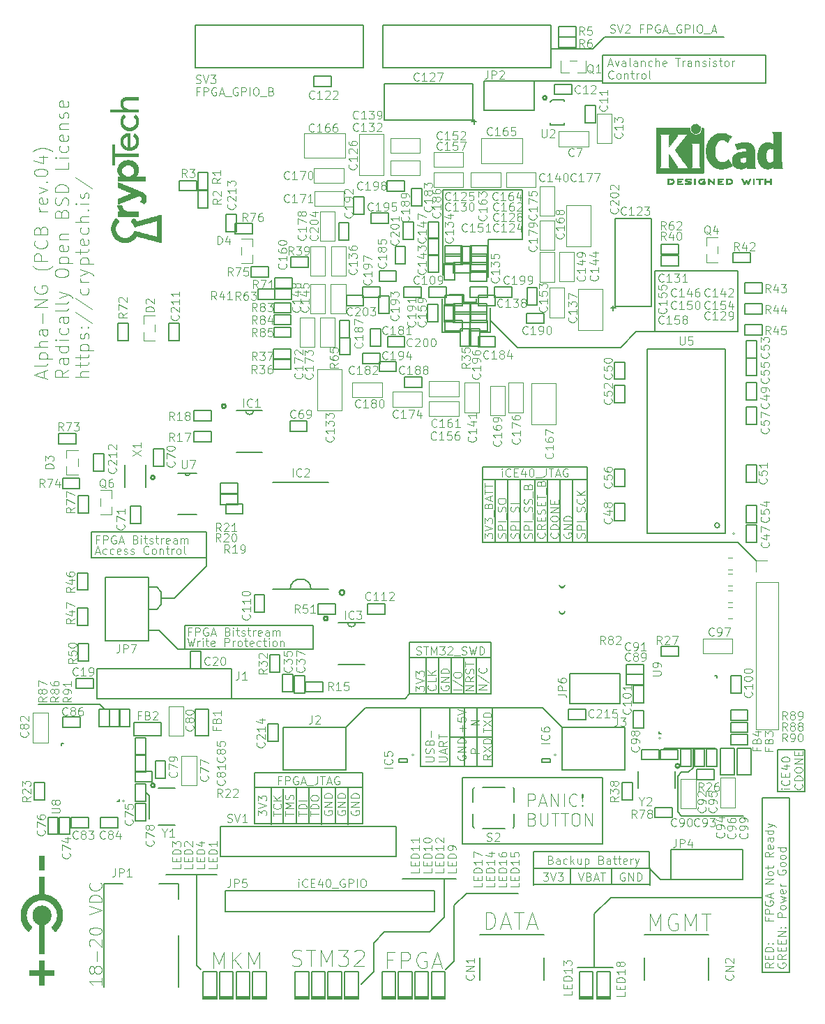
<source format=gbr>
G04 #@! TF.GenerationSoftware,KiCad,Pcbnew,(5.1.6)-1*
G04 #@! TF.CreationDate,2020-09-23T13:58:02+03:00*
G04 #@! TF.ProjectId,Cryptech Alpha,43727970-7465-4636-9820-416c7068612e,rev?*
G04 #@! TF.SameCoordinates,Original*
G04 #@! TF.FileFunction,Legend,Top*
G04 #@! TF.FilePolarity,Positive*
%FSLAX46Y46*%
G04 Gerber Fmt 4.6, Leading zero omitted, Abs format (unit mm)*
G04 Created by KiCad (PCBNEW (5.1.6)-1) date 2020-09-23 13:58:02*
%MOMM*%
%LPD*%
G01*
G04 APERTURE LIST*
%ADD10C,0.150000*%
%ADD11C,0.100000*%
%ADD12C,0.152400*%
%ADD13C,0.254000*%
%ADD14C,0.062500*%
%ADD15C,0.063500*%
%ADD16C,0.127000*%
%ADD17C,0.200000*%
%ADD18C,0.050800*%
%ADD19C,0.120000*%
%ADD20C,0.203200*%
%ADD21C,0.010000*%
G04 APERTURE END LIST*
D10*
X92456000Y37592000D02*
X74168000Y37592000D01*
X94670000Y35330000D02*
X92456000Y37592000D01*
X61468000Y46736000D02*
X61468000Y45212000D01*
X74168000Y46736000D02*
X61468000Y46736000D01*
X74168000Y45212000D02*
X74168000Y46736000D01*
X72390000Y37592000D02*
X72390000Y45212000D01*
X70866000Y37592000D02*
X70866000Y45212000D01*
X69342000Y37592000D02*
X69342000Y45212000D01*
X67818000Y37592000D02*
X67818000Y45212000D01*
X66040000Y37592000D02*
X66040000Y45212000D01*
X64516000Y45212000D02*
X64516000Y37592000D01*
X62992000Y37592000D02*
X62992000Y45212000D01*
X74168000Y37592000D02*
X61468000Y37592000D01*
X74168000Y45212000D02*
X74168000Y37592000D01*
X61468000Y45212000D02*
X74168000Y45212000D01*
X61468000Y42926000D02*
X61468000Y45212000D01*
X61468000Y37592000D02*
X61468000Y42926000D01*
D11*
X61670380Y38053857D02*
X61670380Y38672904D01*
X62051333Y38339571D01*
X62051333Y38482428D01*
X62098952Y38577666D01*
X62146571Y38625285D01*
X62241809Y38672904D01*
X62479904Y38672904D01*
X62575142Y38625285D01*
X62622761Y38577666D01*
X62670380Y38482428D01*
X62670380Y38196714D01*
X62622761Y38101476D01*
X62575142Y38053857D01*
X61670380Y38958619D02*
X62670380Y39291952D01*
X61670380Y39625285D01*
X61670380Y39863380D02*
X61670380Y40482428D01*
X62051333Y40149095D01*
X62051333Y40291952D01*
X62098952Y40387190D01*
X62146571Y40434809D01*
X62241809Y40482428D01*
X62479904Y40482428D01*
X62575142Y40434809D01*
X62622761Y40387190D01*
X62670380Y40291952D01*
X62670380Y40006238D01*
X62622761Y39911000D01*
X62575142Y39863380D01*
X62765619Y40672904D02*
X62765619Y41434809D01*
X62146571Y42006238D02*
X62194190Y42149095D01*
X62241809Y42196714D01*
X62337047Y42244333D01*
X62479904Y42244333D01*
X62575142Y42196714D01*
X62622761Y42149095D01*
X62670380Y42053857D01*
X62670380Y41672904D01*
X61670380Y41672904D01*
X61670380Y42006238D01*
X61718000Y42101476D01*
X61765619Y42149095D01*
X61860857Y42196714D01*
X61956095Y42196714D01*
X62051333Y42149095D01*
X62098952Y42101476D01*
X62146571Y42006238D01*
X62146571Y41672904D01*
X62384666Y42625285D02*
X62384666Y43101476D01*
X62670380Y42530047D02*
X61670380Y42863380D01*
X62670380Y43196714D01*
X61670380Y43387190D02*
X61670380Y43958619D01*
X62670380Y43672904D02*
X61670380Y43672904D01*
X61670380Y44149095D02*
X61670380Y44720523D01*
X62670380Y44434809D02*
X61670380Y44434809D01*
X64222761Y38101476D02*
X64270380Y38244333D01*
X64270380Y38482428D01*
X64222761Y38577666D01*
X64175142Y38625285D01*
X64079904Y38672904D01*
X63984666Y38672904D01*
X63889428Y38625285D01*
X63841809Y38577666D01*
X63794190Y38482428D01*
X63746571Y38291952D01*
X63698952Y38196714D01*
X63651333Y38149095D01*
X63556095Y38101476D01*
X63460857Y38101476D01*
X63365619Y38149095D01*
X63318000Y38196714D01*
X63270380Y38291952D01*
X63270380Y38530047D01*
X63318000Y38672904D01*
X64270380Y39101476D02*
X63270380Y39101476D01*
X63270380Y39482428D01*
X63318000Y39577666D01*
X63365619Y39625285D01*
X63460857Y39672904D01*
X63603714Y39672904D01*
X63698952Y39625285D01*
X63746571Y39577666D01*
X63794190Y39482428D01*
X63794190Y39101476D01*
X64270380Y40101476D02*
X63270380Y40101476D01*
X64365619Y40339571D02*
X64365619Y41101476D01*
X64222761Y41291952D02*
X64270380Y41434809D01*
X64270380Y41672904D01*
X64222761Y41768142D01*
X64175142Y41815761D01*
X64079904Y41863380D01*
X63984666Y41863380D01*
X63889428Y41815761D01*
X63841809Y41768142D01*
X63794190Y41672904D01*
X63746571Y41482428D01*
X63698952Y41387190D01*
X63651333Y41339571D01*
X63556095Y41291952D01*
X63460857Y41291952D01*
X63365619Y41339571D01*
X63318000Y41387190D01*
X63270380Y41482428D01*
X63270380Y41720523D01*
X63318000Y41863380D01*
X63270380Y42482428D02*
X63270380Y42672904D01*
X63318000Y42768142D01*
X63413238Y42863380D01*
X63603714Y42911000D01*
X63937047Y42911000D01*
X64127523Y42863380D01*
X64222761Y42768142D01*
X64270380Y42672904D01*
X64270380Y42482428D01*
X64222761Y42387190D01*
X64127523Y42291952D01*
X63937047Y42244333D01*
X63603714Y42244333D01*
X63413238Y42291952D01*
X63318000Y42387190D01*
X63270380Y42482428D01*
X65822761Y38101476D02*
X65870380Y38244333D01*
X65870380Y38482428D01*
X65822761Y38577666D01*
X65775142Y38625285D01*
X65679904Y38672904D01*
X65584666Y38672904D01*
X65489428Y38625285D01*
X65441809Y38577666D01*
X65394190Y38482428D01*
X65346571Y38291952D01*
X65298952Y38196714D01*
X65251333Y38149095D01*
X65156095Y38101476D01*
X65060857Y38101476D01*
X64965619Y38149095D01*
X64918000Y38196714D01*
X64870380Y38291952D01*
X64870380Y38530047D01*
X64918000Y38672904D01*
X65870380Y39101476D02*
X64870380Y39101476D01*
X64870380Y39482428D01*
X64918000Y39577666D01*
X64965619Y39625285D01*
X65060857Y39672904D01*
X65203714Y39672904D01*
X65298952Y39625285D01*
X65346571Y39577666D01*
X65394190Y39482428D01*
X65394190Y39101476D01*
X65870380Y40101476D02*
X64870380Y40101476D01*
X65965619Y40339571D02*
X65965619Y41101476D01*
X65822761Y41291952D02*
X65870380Y41434809D01*
X65870380Y41672904D01*
X65822761Y41768142D01*
X65775142Y41815761D01*
X65679904Y41863380D01*
X65584666Y41863380D01*
X65489428Y41815761D01*
X65441809Y41768142D01*
X65394190Y41672904D01*
X65346571Y41482428D01*
X65298952Y41387190D01*
X65251333Y41339571D01*
X65156095Y41291952D01*
X65060857Y41291952D01*
X64965619Y41339571D01*
X64918000Y41387190D01*
X64870380Y41482428D01*
X64870380Y41720523D01*
X64918000Y41863380D01*
X65870380Y42291952D02*
X64870380Y42291952D01*
X67422761Y38101476D02*
X67470380Y38244333D01*
X67470380Y38482428D01*
X67422761Y38577666D01*
X67375142Y38625285D01*
X67279904Y38672904D01*
X67184666Y38672904D01*
X67089428Y38625285D01*
X67041809Y38577666D01*
X66994190Y38482428D01*
X66946571Y38291952D01*
X66898952Y38196714D01*
X66851333Y38149095D01*
X66756095Y38101476D01*
X66660857Y38101476D01*
X66565619Y38149095D01*
X66518000Y38196714D01*
X66470380Y38291952D01*
X66470380Y38530047D01*
X66518000Y38672904D01*
X67470380Y39101476D02*
X66470380Y39101476D01*
X66470380Y39482428D01*
X66518000Y39577666D01*
X66565619Y39625285D01*
X66660857Y39672904D01*
X66803714Y39672904D01*
X66898952Y39625285D01*
X66946571Y39577666D01*
X66994190Y39482428D01*
X66994190Y39101476D01*
X67470380Y40101476D02*
X66470380Y40101476D01*
X67565619Y40339571D02*
X67565619Y41101476D01*
X67422761Y41291952D02*
X67470380Y41434809D01*
X67470380Y41672904D01*
X67422761Y41768142D01*
X67375142Y41815761D01*
X67279904Y41863380D01*
X67184666Y41863380D01*
X67089428Y41815761D01*
X67041809Y41768142D01*
X66994190Y41672904D01*
X66946571Y41482428D01*
X66898952Y41387190D01*
X66851333Y41339571D01*
X66756095Y41291952D01*
X66660857Y41291952D01*
X66565619Y41339571D01*
X66518000Y41387190D01*
X66470380Y41482428D01*
X66470380Y41720523D01*
X66518000Y41863380D01*
X67422761Y42244333D02*
X67470380Y42387190D01*
X67470380Y42625285D01*
X67422761Y42720523D01*
X67375142Y42768142D01*
X67279904Y42815761D01*
X67184666Y42815761D01*
X67089428Y42768142D01*
X67041809Y42720523D01*
X66994190Y42625285D01*
X66946571Y42434809D01*
X66898952Y42339571D01*
X66851333Y42291952D01*
X66756095Y42244333D01*
X66660857Y42244333D01*
X66565619Y42291952D01*
X66518000Y42339571D01*
X66470380Y42434809D01*
X66470380Y42672904D01*
X66518000Y42815761D01*
X67565619Y43006238D02*
X67565619Y43768142D01*
X66946571Y44339571D02*
X66994190Y44482428D01*
X67041809Y44530047D01*
X67137047Y44577666D01*
X67279904Y44577666D01*
X67375142Y44530047D01*
X67422761Y44482428D01*
X67470380Y44387190D01*
X67470380Y44006238D01*
X66470380Y44006238D01*
X66470380Y44339571D01*
X66518000Y44434809D01*
X66565619Y44482428D01*
X66660857Y44530047D01*
X66756095Y44530047D01*
X66851333Y44482428D01*
X66898952Y44434809D01*
X66946571Y44339571D01*
X66946571Y44006238D01*
X68975142Y38720523D02*
X69022761Y38672904D01*
X69070380Y38530047D01*
X69070380Y38434809D01*
X69022761Y38291952D01*
X68927523Y38196714D01*
X68832285Y38149095D01*
X68641809Y38101476D01*
X68498952Y38101476D01*
X68308476Y38149095D01*
X68213238Y38196714D01*
X68118000Y38291952D01*
X68070380Y38434809D01*
X68070380Y38530047D01*
X68118000Y38672904D01*
X68165619Y38720523D01*
X69070380Y39720523D02*
X68594190Y39387190D01*
X69070380Y39149095D02*
X68070380Y39149095D01*
X68070380Y39530047D01*
X68118000Y39625285D01*
X68165619Y39672904D01*
X68260857Y39720523D01*
X68403714Y39720523D01*
X68498952Y39672904D01*
X68546571Y39625285D01*
X68594190Y39530047D01*
X68594190Y39149095D01*
X68546571Y40149095D02*
X68546571Y40482428D01*
X69070380Y40625285D02*
X69070380Y40149095D01*
X68070380Y40149095D01*
X68070380Y40625285D01*
X69022761Y41006238D02*
X69070380Y41149095D01*
X69070380Y41387190D01*
X69022761Y41482428D01*
X68975142Y41530047D01*
X68879904Y41577666D01*
X68784666Y41577666D01*
X68689428Y41530047D01*
X68641809Y41482428D01*
X68594190Y41387190D01*
X68546571Y41196714D01*
X68498952Y41101476D01*
X68451333Y41053857D01*
X68356095Y41006238D01*
X68260857Y41006238D01*
X68165619Y41053857D01*
X68118000Y41101476D01*
X68070380Y41196714D01*
X68070380Y41434809D01*
X68118000Y41577666D01*
X68546571Y42006238D02*
X68546571Y42339571D01*
X69070380Y42482428D02*
X69070380Y42006238D01*
X68070380Y42006238D01*
X68070380Y42482428D01*
X68070380Y42768142D02*
X68070380Y43339571D01*
X69070380Y43053857D02*
X68070380Y43053857D01*
X69165619Y43434809D02*
X69165619Y44196714D01*
X68546571Y44768142D02*
X68594190Y44911000D01*
X68641809Y44958619D01*
X68737047Y45006238D01*
X68879904Y45006238D01*
X68975142Y44958619D01*
X69022761Y44911000D01*
X69070380Y44815761D01*
X69070380Y44434809D01*
X68070380Y44434809D01*
X68070380Y44768142D01*
X68118000Y44863380D01*
X68165619Y44911000D01*
X68260857Y44958619D01*
X68356095Y44958619D01*
X68451333Y44911000D01*
X68498952Y44863380D01*
X68546571Y44768142D01*
X68546571Y44434809D01*
X70575142Y38720523D02*
X70622761Y38672904D01*
X70670380Y38530047D01*
X70670380Y38434809D01*
X70622761Y38291952D01*
X70527523Y38196714D01*
X70432285Y38149095D01*
X70241809Y38101476D01*
X70098952Y38101476D01*
X69908476Y38149095D01*
X69813238Y38196714D01*
X69718000Y38291952D01*
X69670380Y38434809D01*
X69670380Y38530047D01*
X69718000Y38672904D01*
X69765619Y38720523D01*
X70670380Y39149095D02*
X69670380Y39149095D01*
X69670380Y39387190D01*
X69718000Y39530047D01*
X69813238Y39625285D01*
X69908476Y39672904D01*
X70098952Y39720523D01*
X70241809Y39720523D01*
X70432285Y39672904D01*
X70527523Y39625285D01*
X70622761Y39530047D01*
X70670380Y39387190D01*
X70670380Y39149095D01*
X69670380Y40339571D02*
X69670380Y40530047D01*
X69718000Y40625285D01*
X69813238Y40720523D01*
X70003714Y40768142D01*
X70337047Y40768142D01*
X70527523Y40720523D01*
X70622761Y40625285D01*
X70670380Y40530047D01*
X70670380Y40339571D01*
X70622761Y40244333D01*
X70527523Y40149095D01*
X70337047Y40101476D01*
X70003714Y40101476D01*
X69813238Y40149095D01*
X69718000Y40244333D01*
X69670380Y40339571D01*
X70670380Y41196714D02*
X69670380Y41196714D01*
X70670380Y41768142D01*
X69670380Y41768142D01*
X70146571Y42244333D02*
X70146571Y42577666D01*
X70670380Y42720523D02*
X70670380Y42244333D01*
X69670380Y42244333D01*
X69670380Y42720523D01*
X71318000Y38672904D02*
X71270380Y38577666D01*
X71270380Y38434809D01*
X71318000Y38291952D01*
X71413238Y38196714D01*
X71508476Y38149095D01*
X71698952Y38101476D01*
X71841809Y38101476D01*
X72032285Y38149095D01*
X72127523Y38196714D01*
X72222761Y38291952D01*
X72270380Y38434809D01*
X72270380Y38530047D01*
X72222761Y38672904D01*
X72175142Y38720523D01*
X71841809Y38720523D01*
X71841809Y38530047D01*
X72270380Y39149095D02*
X71270380Y39149095D01*
X72270380Y39720523D01*
X71270380Y39720523D01*
X72270380Y40196714D02*
X71270380Y40196714D01*
X71270380Y40434809D01*
X71318000Y40577666D01*
X71413238Y40672904D01*
X71508476Y40720523D01*
X71698952Y40768142D01*
X71841809Y40768142D01*
X72032285Y40720523D01*
X72127523Y40672904D01*
X72222761Y40577666D01*
X72270380Y40434809D01*
X72270380Y40196714D01*
X73822761Y38101476D02*
X73870380Y38244333D01*
X73870380Y38482428D01*
X73822761Y38577666D01*
X73775142Y38625285D01*
X73679904Y38672904D01*
X73584666Y38672904D01*
X73489428Y38625285D01*
X73441809Y38577666D01*
X73394190Y38482428D01*
X73346571Y38291952D01*
X73298952Y38196714D01*
X73251333Y38149095D01*
X73156095Y38101476D01*
X73060857Y38101476D01*
X72965619Y38149095D01*
X72918000Y38196714D01*
X72870380Y38291952D01*
X72870380Y38530047D01*
X72918000Y38672904D01*
X73870380Y39101476D02*
X72870380Y39101476D01*
X72870380Y39482428D01*
X72918000Y39577666D01*
X72965619Y39625285D01*
X73060857Y39672904D01*
X73203714Y39672904D01*
X73298952Y39625285D01*
X73346571Y39577666D01*
X73394190Y39482428D01*
X73394190Y39101476D01*
X73870380Y40101476D02*
X72870380Y40101476D01*
X73965619Y40339571D02*
X73965619Y41101476D01*
X73822761Y41291952D02*
X73870380Y41434809D01*
X73870380Y41672904D01*
X73822761Y41768142D01*
X73775142Y41815761D01*
X73679904Y41863380D01*
X73584666Y41863380D01*
X73489428Y41815761D01*
X73441809Y41768142D01*
X73394190Y41672904D01*
X73346571Y41482428D01*
X73298952Y41387190D01*
X73251333Y41339571D01*
X73156095Y41291952D01*
X73060857Y41291952D01*
X72965619Y41339571D01*
X72918000Y41387190D01*
X72870380Y41482428D01*
X72870380Y41720523D01*
X72918000Y41863380D01*
X73775142Y42863380D02*
X73822761Y42815761D01*
X73870380Y42672904D01*
X73870380Y42577666D01*
X73822761Y42434809D01*
X73727523Y42339571D01*
X73632285Y42291952D01*
X73441809Y42244333D01*
X73298952Y42244333D01*
X73108476Y42291952D01*
X73013238Y42339571D01*
X72918000Y42434809D01*
X72870380Y42577666D01*
X72870380Y42672904D01*
X72918000Y42815761D01*
X72965619Y42863380D01*
X73870380Y43291952D02*
X72870380Y43291952D01*
X73870380Y43863380D02*
X73298952Y43434809D01*
X72870380Y43863380D02*
X73441809Y43291952D01*
D10*
X97282000Y7366000D02*
X100584000Y7366000D01*
X97282000Y12446000D02*
X97282000Y7366000D01*
X100584000Y12446000D02*
X97282000Y12446000D01*
X100584000Y12446000D02*
X100584000Y7366000D01*
D11*
X98712380Y7669095D02*
X98045714Y7669095D01*
X97712380Y7669095D02*
X97760000Y7621476D01*
X97807619Y7669095D01*
X97760000Y7716714D01*
X97712380Y7669095D01*
X97807619Y7669095D01*
X98617142Y8716714D02*
X98664761Y8669095D01*
X98712380Y8526238D01*
X98712380Y8431000D01*
X98664761Y8288142D01*
X98569523Y8192904D01*
X98474285Y8145285D01*
X98283809Y8097666D01*
X98140952Y8097666D01*
X97950476Y8145285D01*
X97855238Y8192904D01*
X97760000Y8288142D01*
X97712380Y8431000D01*
X97712380Y8526238D01*
X97760000Y8669095D01*
X97807619Y8716714D01*
X98188571Y9145285D02*
X98188571Y9478619D01*
X98712380Y9621476D02*
X98712380Y9145285D01*
X97712380Y9145285D01*
X97712380Y9621476D01*
X98045714Y10478619D02*
X98712380Y10478619D01*
X97664761Y10240523D02*
X98379047Y10002428D01*
X98379047Y10621476D01*
X97712380Y11192904D02*
X97712380Y11288142D01*
X97760000Y11383380D01*
X97807619Y11431000D01*
X97902857Y11478619D01*
X98093333Y11526238D01*
X98331428Y11526238D01*
X98521904Y11478619D01*
X98617142Y11431000D01*
X98664761Y11383380D01*
X98712380Y11288142D01*
X98712380Y11192904D01*
X98664761Y11097666D01*
X98617142Y11050047D01*
X98521904Y11002428D01*
X98331428Y10954809D01*
X98093333Y10954809D01*
X97902857Y11002428D01*
X97807619Y11050047D01*
X97760000Y11097666D01*
X97712380Y11192904D01*
X100217142Y8240523D02*
X100264761Y8192904D01*
X100312380Y8050047D01*
X100312380Y7954809D01*
X100264761Y7811952D01*
X100169523Y7716714D01*
X100074285Y7669095D01*
X99883809Y7621476D01*
X99740952Y7621476D01*
X99550476Y7669095D01*
X99455238Y7716714D01*
X99360000Y7811952D01*
X99312380Y7954809D01*
X99312380Y8050047D01*
X99360000Y8192904D01*
X99407619Y8240523D01*
X100312380Y8669095D02*
X99312380Y8669095D01*
X99312380Y8907190D01*
X99360000Y9050047D01*
X99455238Y9145285D01*
X99550476Y9192904D01*
X99740952Y9240523D01*
X99883809Y9240523D01*
X100074285Y9192904D01*
X100169523Y9145285D01*
X100264761Y9050047D01*
X100312380Y8907190D01*
X100312380Y8669095D01*
X99312380Y9859571D02*
X99312380Y10050047D01*
X99360000Y10145285D01*
X99455238Y10240523D01*
X99645714Y10288142D01*
X99979047Y10288142D01*
X100169523Y10240523D01*
X100264761Y10145285D01*
X100312380Y10050047D01*
X100312380Y9859571D01*
X100264761Y9764333D01*
X100169523Y9669095D01*
X99979047Y9621476D01*
X99645714Y9621476D01*
X99455238Y9669095D01*
X99360000Y9764333D01*
X99312380Y9859571D01*
X100312380Y10716714D02*
X99312380Y10716714D01*
X100312380Y11288142D01*
X99312380Y11288142D01*
X99788571Y11764333D02*
X99788571Y12097666D01*
X100312380Y12240523D02*
X100312380Y11764333D01*
X99312380Y11764333D01*
X99312380Y12240523D01*
X63803095Y45521619D02*
X63803095Y46188285D01*
X63803095Y46521619D02*
X63755476Y46474000D01*
X63803095Y46426380D01*
X63850714Y46474000D01*
X63803095Y46521619D01*
X63803095Y46426380D01*
X64850714Y45616857D02*
X64803095Y45569238D01*
X64660238Y45521619D01*
X64565000Y45521619D01*
X64422142Y45569238D01*
X64326904Y45664476D01*
X64279285Y45759714D01*
X64231666Y45950190D01*
X64231666Y46093047D01*
X64279285Y46283523D01*
X64326904Y46378761D01*
X64422142Y46474000D01*
X64565000Y46521619D01*
X64660238Y46521619D01*
X64803095Y46474000D01*
X64850714Y46426380D01*
X65279285Y46045428D02*
X65612619Y46045428D01*
X65755476Y45521619D02*
X65279285Y45521619D01*
X65279285Y46521619D01*
X65755476Y46521619D01*
X66612619Y46188285D02*
X66612619Y45521619D01*
X66374523Y46569238D02*
X66136428Y45854952D01*
X66755476Y45854952D01*
X67326904Y46521619D02*
X67422142Y46521619D01*
X67517380Y46474000D01*
X67565000Y46426380D01*
X67612619Y46331142D01*
X67660238Y46140666D01*
X67660238Y45902571D01*
X67612619Y45712095D01*
X67565000Y45616857D01*
X67517380Y45569238D01*
X67422142Y45521619D01*
X67326904Y45521619D01*
X67231666Y45569238D01*
X67184047Y45616857D01*
X67136428Y45712095D01*
X67088809Y45902571D01*
X67088809Y46140666D01*
X67136428Y46331142D01*
X67184047Y46426380D01*
X67231666Y46474000D01*
X67326904Y46521619D01*
X67850714Y45426380D02*
X68612619Y45426380D01*
X69136428Y46521619D02*
X69136428Y45807333D01*
X69088809Y45664476D01*
X68993571Y45569238D01*
X68850714Y45521619D01*
X68755476Y45521619D01*
X69469761Y46521619D02*
X70041190Y46521619D01*
X69755476Y45521619D02*
X69755476Y46521619D01*
X70326904Y45807333D02*
X70803095Y45807333D01*
X70231666Y45521619D02*
X70565000Y46521619D01*
X70898333Y45521619D01*
X71755476Y46474000D02*
X71660238Y46521619D01*
X71517380Y46521619D01*
X71374523Y46474000D01*
X71279285Y46378761D01*
X71231666Y46283523D01*
X71184047Y46093047D01*
X71184047Y45950190D01*
X71231666Y45759714D01*
X71279285Y45664476D01*
X71374523Y45569238D01*
X71517380Y45521619D01*
X71612619Y45521619D01*
X71755476Y45569238D01*
X71803095Y45616857D01*
X71803095Y45950190D01*
X71612619Y45950190D01*
D12*
X38086000Y31850000D02*
G75*
G02*
X40626000Y31850000I1270000J0D01*
G01*
D13*
X44687910Y31477400D02*
G75*
G03*
X44687910Y31477400I-306910J0D01*
G01*
X85355420Y10451000D02*
G75*
G03*
X85355420Y10451000I-239620J0D01*
G01*
X21663620Y8090800D02*
G75*
G03*
X21663620Y8090800I-239620J0D01*
G01*
D12*
X25904800Y45939200D02*
G75*
G02*
X25295200Y45939200I-304800J12700D01*
G01*
D13*
X21639010Y45431200D02*
G75*
G03*
X21639010Y45431200I-230010J0D01*
G01*
D10*
X90220400Y39626400D02*
G75*
G03*
X90220400Y39626400I-300000J0D01*
G01*
D14*
X92045400Y38626400D02*
G75*
G03*
X92045400Y38626400I-125000J0D01*
G01*
D15*
X70415400Y11774400D02*
G75*
G03*
X70415400Y11774400I-127000J0D01*
G01*
X53118000Y11774400D02*
G75*
G03*
X53118000Y11774400I-127000J0D01*
G01*
D14*
X83060400Y13799600D02*
G75*
G03*
X83060400Y13799600I-125000J0D01*
G01*
X17993600Y6186000D02*
G75*
G03*
X17993600Y6186000I-125000J0D01*
G01*
D12*
X46044800Y27823200D02*
G75*
G02*
X45028800Y27823200I-508000J0D01*
G01*
D13*
X42665800Y28333200D02*
G75*
G03*
X42665800Y28333200I-254000J0D01*
G01*
X30284200Y54078000D02*
G75*
G03*
X30284200Y54078000I-254000J0D01*
G01*
D12*
X33663200Y53568000D02*
G75*
G02*
X32647200Y53568000I-508000J0D01*
G01*
D13*
X69230010Y91480010D02*
G75*
G03*
X69230010Y91480010I-230010J0D01*
G01*
D16*
X65300001Y3100206D02*
G75*
G02*
X65150800Y2897000I-210071J-2136D01*
G01*
X60285400Y7610800D02*
G75*
G02*
X60437800Y7810000I209000J-2000D01*
G01*
X60437793Y2896997D02*
G75*
G02*
X60285390Y3100200I59267J203203D01*
G01*
X65150796Y7809998D02*
G75*
G02*
X65300000Y7610800I-58196J-199068D01*
G01*
D10*
X22420000Y30020000D02*
X22420000Y30800000D01*
X21875000Y29475000D02*
X22420000Y30020000D01*
X20880000Y29475000D02*
X21875000Y29475000D01*
X20880000Y32100000D02*
X21900000Y32100000D01*
X21900000Y32100000D02*
X22420000Y31580000D01*
X22420000Y30800000D02*
X22420000Y31580000D01*
X22420000Y30800000D02*
X24000000Y30800000D01*
X20880000Y32100000D02*
X20880000Y33315000D01*
X20880000Y25635000D02*
X20880000Y26900000D01*
X20880000Y26900000D02*
X22125000Y26900000D01*
X24450000Y24575000D02*
X25325000Y24575000D01*
X22125000Y26900000D02*
X24450000Y24575000D01*
X53949990Y10374990D02*
X57450000Y10374990D01*
X53949990Y10374990D02*
X53949990Y17496990D01*
X57450000Y10373390D02*
X57450000Y17525000D01*
X57450000Y10373390D02*
X62600000Y10373390D01*
X52019980Y18621600D02*
X52600000Y19201620D01*
X50500000Y18621600D02*
X52019980Y18621600D01*
X52600000Y19201620D02*
X52600000Y22350810D01*
X26000000Y-2726000D02*
X26750000Y-2726000D01*
D17*
X77000000Y-5500000D02*
X95375000Y-5500000D01*
X75000000Y-7500000D02*
X77000000Y-5500000D01*
X75000000Y-14000000D02*
X75000000Y-7500000D01*
X73000000Y-14000000D02*
X77250000Y-14000000D01*
D10*
X46750000Y-16000000D02*
X48250000Y-14500000D01*
X48250000Y-14500000D02*
X48250000Y-11000000D01*
X48250000Y-11000000D02*
X49550000Y-9700000D01*
X49550000Y-9700000D02*
X54975000Y-9700000D01*
X54975000Y-9700000D02*
X56750000Y-7925000D01*
X56750000Y-7925000D02*
X56750000Y-3250000D01*
X51750000Y-3250000D02*
X58200000Y-3250000D01*
X57000000Y-14250000D02*
X58000000Y-13250000D01*
X58000000Y-13250000D02*
X58000000Y-6500000D01*
X58000000Y-6500000D02*
X59500000Y-5000000D01*
X59500000Y-5000000D02*
X59500000Y-5000000D01*
X59500000Y-5000000D02*
X65750000Y-5000000D01*
X26750000Y-13750000D02*
X27250000Y-14250000D01*
X26750000Y-13750000D02*
X26750000Y-2726000D01*
X23000000Y-2726000D02*
X29150000Y-2726000D01*
D17*
X83050000Y-3300000D02*
X84339330Y-3300000D01*
X82374800Y-2624800D02*
X83050000Y-3300000D01*
X81725000Y-1975000D02*
X81725000Y-1975000D01*
X81725000Y-1975000D02*
X82374800Y-2624800D01*
X32135000Y-4730000D02*
X55630000Y-4730000D01*
X30230000Y-4730000D02*
X32135000Y-4730000D01*
X30230000Y-7270000D02*
X30230000Y-4730000D01*
X30230000Y-7270000D02*
X55630000Y-7270000D01*
X55630000Y-7270000D02*
X55630000Y-4730000D01*
D10*
X56875000Y-17825000D02*
X56875000Y-14475000D01*
X55225000Y-17525010D02*
X56875000Y-17525010D01*
X55325000Y-17625010D02*
X56850000Y-17625010D01*
X55325000Y-17725000D02*
X55325000Y-17625000D01*
X56775000Y-17800010D02*
X56775000Y-17725010D01*
X55249990Y-17725010D02*
X56699990Y-17725010D01*
X55224990Y-14475000D02*
X56875000Y-14475000D01*
X55224990Y-17825010D02*
X55224990Y-14475000D01*
X55224990Y-17825010D02*
X56875000Y-17825010D01*
X53224990Y-17825010D02*
X54875000Y-17825010D01*
X53224990Y-17825010D02*
X53224990Y-14475000D01*
X53224990Y-14475000D02*
X54875000Y-14475000D01*
X53249990Y-17725010D02*
X54699990Y-17725010D01*
X54775000Y-17800010D02*
X54775000Y-17725010D01*
X53325000Y-17725000D02*
X53325000Y-17625000D01*
X53325000Y-17625010D02*
X54850000Y-17625010D01*
X53225000Y-17525010D02*
X54875000Y-17525010D01*
X54875000Y-17825000D02*
X54875000Y-14475000D01*
X51225000Y-17825010D02*
X52875010Y-17825010D01*
X51225000Y-17825010D02*
X51225000Y-14475000D01*
X51225000Y-14475000D02*
X52875010Y-14475000D01*
X51250000Y-17725010D02*
X52700000Y-17725010D01*
X52775000Y-17800010D02*
X52775000Y-17725010D01*
X51325000Y-17725000D02*
X51325000Y-17625000D01*
X51325000Y-17625010D02*
X52850000Y-17625010D01*
X51225000Y-17525010D02*
X52875000Y-17525010D01*
X52875010Y-17825000D02*
X52875010Y-14475000D01*
X50875010Y-17825000D02*
X50875010Y-14475000D01*
X49225000Y-17525010D02*
X50875000Y-17525010D01*
X49325000Y-17625010D02*
X50850000Y-17625010D01*
X49325000Y-17725000D02*
X49325000Y-17625000D01*
X50775000Y-17800010D02*
X50775000Y-17725010D01*
X49250000Y-17725010D02*
X50700000Y-17725010D01*
X49225000Y-14475000D02*
X50875010Y-14475000D01*
X49225000Y-17825010D02*
X49225000Y-14475000D01*
X49225000Y-17825010D02*
X50875010Y-17825010D01*
X29175010Y-17825000D02*
X29175010Y-14475000D01*
X27525000Y-17525010D02*
X29175000Y-17525010D01*
X27625000Y-17625010D02*
X29150000Y-17625010D01*
X27625000Y-17725000D02*
X27625000Y-17625000D01*
X29075000Y-17800010D02*
X29075000Y-17725010D01*
X27550000Y-17725010D02*
X29000000Y-17725010D01*
X27525000Y-14475000D02*
X29175010Y-14475000D01*
X27525000Y-17825010D02*
X27525000Y-14475000D01*
X27525000Y-17825010D02*
X29175010Y-17825010D01*
X29524990Y-17825010D02*
X31175000Y-17825010D01*
X29524990Y-17825010D02*
X29524990Y-14475000D01*
X29524990Y-14475000D02*
X31175000Y-14475000D01*
X29549990Y-17725010D02*
X30999990Y-17725010D01*
X31074990Y-17800010D02*
X31074990Y-17725010D01*
X29625000Y-17725000D02*
X29625000Y-17625000D01*
X29625000Y-17625010D02*
X31150000Y-17625010D01*
X29525000Y-17525010D02*
X31174990Y-17525010D01*
X31175000Y-17825000D02*
X31175000Y-14475000D01*
X35175000Y-17825000D02*
X35175000Y-14475000D01*
X33525000Y-17525010D02*
X35175000Y-17525010D01*
X33625000Y-17625010D02*
X35150000Y-17625010D01*
X33625000Y-17725000D02*
X33625000Y-17625000D01*
X35075000Y-17800010D02*
X35075000Y-17725010D01*
X33549990Y-17725010D02*
X34999990Y-17725010D01*
X33524990Y-14475000D02*
X35175000Y-14475000D01*
X33524990Y-17825010D02*
X33524990Y-14475000D01*
X33524990Y-17825010D02*
X35175000Y-17825010D01*
X31524990Y-17825010D02*
X33175000Y-17825010D01*
X31524990Y-17825010D02*
X31524990Y-14475000D01*
X31524990Y-14475000D02*
X33175000Y-14475000D01*
X31549990Y-17725010D02*
X32999990Y-17725010D01*
X33075000Y-17800010D02*
X33075000Y-17725010D01*
X31625000Y-17725000D02*
X31625000Y-17625000D01*
X31625000Y-17625010D02*
X33150000Y-17625010D01*
X31525000Y-17525010D02*
X33175000Y-17525010D01*
X33175000Y-17825000D02*
X33175000Y-14475000D01*
X40339200Y-17825000D02*
X40339200Y-14475000D01*
X38689190Y-17525010D02*
X40339190Y-17525010D01*
X38789190Y-17625010D02*
X40314190Y-17625010D01*
X38789190Y-17725000D02*
X38789190Y-17625000D01*
X40239190Y-17800000D02*
X40239190Y-17725010D01*
X38714190Y-17725010D02*
X40164190Y-17725010D01*
X38689190Y-14475000D02*
X40339200Y-14475000D01*
X38689190Y-17825000D02*
X38689190Y-14475000D01*
X38689190Y-17825000D02*
X40339200Y-17825000D01*
X40689190Y-17825000D02*
X42339200Y-17825000D01*
X40689190Y-17825000D02*
X40689190Y-14475000D01*
X40689190Y-14475000D02*
X42339200Y-14475000D01*
X40714190Y-17725010D02*
X42164190Y-17725010D01*
X42239190Y-17800000D02*
X42239190Y-17725010D01*
X40789190Y-17725000D02*
X40789190Y-17625000D01*
X40789190Y-17625010D02*
X42314200Y-17625010D01*
X40689190Y-17525010D02*
X42339190Y-17525010D01*
X42339200Y-17825000D02*
X42339200Y-14475000D01*
X42689190Y-17825000D02*
X44339200Y-17825000D01*
X42689190Y-17825000D02*
X42689190Y-14475000D01*
X42689190Y-14475000D02*
X44339200Y-14475000D01*
X42714190Y-17725010D02*
X44164190Y-17725010D01*
X44239200Y-17800000D02*
X44239200Y-17725010D01*
X42789200Y-17725000D02*
X42789200Y-17625000D01*
X42789200Y-17625010D02*
X44314200Y-17625010D01*
X42689200Y-17525010D02*
X44339200Y-17525010D01*
X44339200Y-17825000D02*
X44339200Y-14475000D01*
X46339200Y-17825000D02*
X46339200Y-14475000D01*
X44689200Y-17525010D02*
X46339200Y-17525010D01*
X44789200Y-17625010D02*
X46314200Y-17625010D01*
X44789200Y-17725000D02*
X44789200Y-17625000D01*
X46239200Y-17800000D02*
X46239200Y-17725010D01*
X44714200Y-17725010D02*
X46164200Y-17725010D01*
X44689190Y-14475000D02*
X46339200Y-14475000D01*
X44689190Y-17825000D02*
X44689190Y-14475000D01*
X44689190Y-17825000D02*
X46339200Y-17825000D01*
D17*
X72030000Y21639260D02*
X78130000Y21639260D01*
X78130000Y21639260D02*
X78130000Y18039260D01*
X72030000Y18039260D02*
X78130000Y18039260D01*
X72030000Y21639260D02*
X72030000Y18039260D01*
X84339330Y-3300000D02*
X84339330Y300000D01*
X84339330Y-3300000D02*
X93039330Y-3300000D01*
X93039330Y-3300000D02*
X93039330Y300000D01*
X84339330Y300000D02*
X93039330Y300000D01*
X71064590Y11252200D02*
X71064590Y15152200D01*
X71064590Y15152200D02*
X78744590Y15152200D01*
X78744590Y9952200D02*
X78744590Y15152200D01*
X71064590Y9952200D02*
X78744590Y9952200D01*
X71064590Y9952200D02*
X71064590Y11252200D01*
X37206390Y9952200D02*
X37206390Y11252200D01*
X37206390Y9952200D02*
X44886390Y9952200D01*
X44886390Y9952200D02*
X44886390Y15152200D01*
X37206390Y15152200D02*
X44886390Y15152200D01*
X37206390Y11252200D02*
X37206390Y15152200D01*
X14633800Y18621600D02*
X14633800Y22221600D01*
X14633800Y18621600D02*
X30933790Y18621600D01*
X30933790Y18621600D02*
X30933790Y22221600D01*
X14633800Y22221600D02*
X30933790Y22221600D01*
X29610000Y3100000D02*
X50968000Y3100000D01*
X50968000Y-500000D02*
X50968000Y3100000D01*
X29610000Y-500000D02*
X50968000Y-500000D01*
X29610000Y-500000D02*
X29610000Y3100000D01*
D11*
X15039800Y41960600D02*
X15039800Y42860600D01*
X16439800Y42910600D02*
X16439800Y43910600D01*
X15039800Y43910600D02*
X16439800Y43910600D01*
X16439800Y40910600D02*
X16439800Y41910600D01*
X15039800Y40910600D02*
X16439800Y40910600D01*
X88606400Y74550400D02*
X90006400Y74550400D01*
X88606400Y73550400D02*
X88606400Y74550400D01*
X88606400Y71550400D02*
X90006400Y71550400D01*
X88606400Y71550400D02*
X88606400Y72550400D01*
X90006400Y72600400D02*
X90006400Y73500400D01*
X70952000Y94538800D02*
X70952000Y95938800D01*
X70952000Y94538800D02*
X71952000Y94538800D01*
X73952000Y94538800D02*
X73952000Y95938800D01*
X72952000Y94538800D02*
X73952000Y94538800D01*
X72002000Y95938800D02*
X72902000Y95938800D01*
X32116800Y72473400D02*
X32116800Y73373400D01*
X33516800Y73423400D02*
X33516800Y74423400D01*
X32116800Y74423400D02*
X33516800Y74423400D01*
X33516800Y71423400D02*
X33516800Y72423400D01*
X32116800Y71423400D02*
X33516800Y71423400D01*
X10907800Y48769400D02*
X12307800Y48769400D01*
X10907800Y47769400D02*
X10907800Y48769400D01*
X10907800Y45769400D02*
X12307800Y45769400D01*
X10907800Y45769400D02*
X10907800Y46769400D01*
X12307800Y46819400D02*
X12307800Y47719400D01*
X21680400Y63100800D02*
X21680400Y64000800D01*
X20280400Y62050800D02*
X20280400Y63050800D01*
X20280400Y62050800D02*
X21680400Y62050800D01*
X20280400Y64050800D02*
X20280400Y65050800D01*
X20280400Y65050800D02*
X21680400Y65050800D01*
D10*
X20525000Y7275000D02*
X20975000Y6825000D01*
X20975000Y4000000D02*
X20975000Y6825000D01*
X7500000Y17900000D02*
X14950000Y17900000D01*
X14975000Y17900000D02*
X15500000Y17375000D01*
X98675000Y-14624800D02*
X98675000Y6575200D01*
X95375000Y6575200D02*
X98675000Y6575200D01*
X95375000Y-14624800D02*
X95375000Y6575200D01*
X95375000Y-14624800D02*
X98675000Y-14624800D01*
X62600000Y10373390D02*
X62600000Y17525000D01*
X57450000Y17525000D02*
X62600000Y17525000D01*
X59250000Y10475000D02*
X59250000Y17450000D01*
X60800000Y10525000D02*
X60800000Y17475000D01*
X57500000Y13950000D02*
X62550000Y13950000D01*
X68800000Y17416790D02*
X71064590Y15152200D01*
X47259190Y17525000D02*
X59150000Y17525000D01*
X44886390Y15152200D02*
X47259190Y17525000D01*
X61900000Y17525000D02*
X68691800Y17525000D01*
X68691800Y17525000D02*
X68800000Y17416790D01*
X85575000Y4400000D02*
X93125000Y4400000D01*
X85125000Y4850000D02*
X85575000Y4400000D01*
X85125000Y4850000D02*
X85125000Y9200000D01*
X85125000Y9200000D02*
X85600000Y9675000D01*
X85600000Y9675000D02*
X86450000Y9675000D01*
X86450000Y9675000D02*
X87000000Y10225000D01*
X87000000Y10225000D02*
X87000000Y12550000D01*
X83475000Y12550000D02*
X89725000Y12550000D01*
X25325000Y27525000D02*
X40875000Y27525000D01*
X40875000Y24575000D02*
X40875000Y27525000D01*
X25325000Y24575000D02*
X40875000Y24575000D01*
X25325000Y24575000D02*
X25325000Y27525000D01*
X25325000Y24575000D02*
X25325000Y26150000D01*
X13975000Y35700000D02*
X13975000Y38800000D01*
X13975000Y35700000D02*
X27900000Y35700000D01*
X27900000Y34700000D02*
X27900000Y38800000D01*
X13975000Y38800000D02*
X27900000Y38800000D01*
X52600000Y19201620D02*
X52600000Y23601620D01*
X52600000Y23601620D02*
X62500000Y23601620D01*
X62500000Y19201620D02*
X62500000Y23601620D01*
X52600000Y19201620D02*
X62500000Y19201620D01*
X54625000Y19176620D02*
X54625000Y23601620D01*
X56125000Y19201620D02*
X56125000Y23501620D01*
X57675000Y19226620D02*
X57675000Y23576620D01*
X59175000Y19226620D02*
X59175000Y23551620D01*
X60725000Y19151620D02*
X60725000Y23601620D01*
X52600000Y23601620D02*
X52600000Y25450810D01*
X52600000Y25450810D02*
X62500000Y25450810D01*
X62500000Y23601620D02*
X62500000Y25450810D01*
X30933790Y18621600D02*
X50500000Y18621600D01*
X76275000Y98850000D02*
X90750000Y98850000D01*
X69750000Y97400000D02*
X74825000Y97400000D01*
X74825000Y97400000D02*
X76275000Y98850000D01*
X76050000Y93300000D02*
X76050000Y96625000D01*
X67676800Y93544800D02*
X76044800Y93544800D01*
X33750000Y9650000D02*
X46900000Y9650000D01*
X33750000Y7800810D02*
X33750000Y9650000D01*
X41875000Y3350810D02*
X41875000Y7800810D01*
X40325000Y3425810D02*
X40325000Y7750800D01*
X38824990Y3425810D02*
X38824990Y7775810D01*
X37275000Y3400810D02*
X37275000Y7700810D01*
X35775000Y3375810D02*
X35775000Y7800810D01*
X33750000Y3400810D02*
X33750000Y7800810D01*
X46900000Y3400810D02*
X46900000Y7800810D01*
X45125000Y3350810D02*
X45125000Y7800810D01*
X46900000Y7800810D02*
X46900000Y9650000D01*
X33750000Y7800810D02*
X43575000Y7800810D01*
X33750000Y3400810D02*
X43575000Y3400810D01*
X43575000Y3400810D02*
X43575000Y7800810D01*
X43475000Y3400810D02*
X46900000Y3400810D01*
X43575000Y7800810D02*
X46900000Y7800810D01*
X15075000Y17350000D02*
X18400000Y17350000D01*
X67650000Y-1975000D02*
X67650000Y75000D01*
X67650000Y-1975000D02*
X81725000Y-1975000D01*
X81725000Y-1975000D02*
X81725000Y75000D01*
X67650000Y75000D02*
X81725000Y75000D01*
X76050000Y93250000D02*
X95850000Y93250000D01*
X76050000Y96625000D02*
X95850000Y96625000D01*
X95850000Y93250000D02*
X95850000Y96625000D01*
X62350000Y63075000D02*
X62350000Y65975000D01*
X56525000Y63050000D02*
X56525000Y67125000D01*
X56525000Y63050000D02*
X58675000Y63050000D01*
X57425000Y67600000D02*
X59100000Y67600000D01*
X59100000Y67600000D02*
X59125000Y67575000D01*
X59125000Y66675000D02*
X59125000Y67575000D01*
X59125000Y66675000D02*
X60650000Y66675000D01*
X60650000Y66675000D02*
X60650000Y67150000D01*
X61200000Y63075000D02*
X62350000Y63075000D01*
X82400000Y63100000D02*
X82400000Y70500000D01*
X82400000Y63100000D02*
X92400000Y63100000D01*
X92400000Y63100000D02*
X92400000Y70500000D01*
X82400000Y70500000D02*
X92400000Y70500000D01*
X80100000Y63100000D02*
X82400000Y63100000D01*
X78200000Y61200000D02*
X80100000Y63100000D01*
X67400000Y61200000D02*
X78200000Y61200000D01*
X65675000Y61200000D02*
X67400000Y61200000D01*
X62350000Y64525000D02*
X65675000Y61200000D01*
X56600000Y70000000D02*
X56600000Y80300000D01*
X56600000Y80300000D02*
X66300000Y80300000D01*
X66300000Y74300000D02*
X66300000Y80300000D01*
X62100000Y74300000D02*
X66300000Y74300000D01*
X62100000Y69700000D02*
X62100000Y74300000D01*
D18*
X22402800Y73937600D02*
X22402800Y77290400D01*
X22352000Y73937600D02*
X22352000Y77290400D01*
X22301200Y73988400D02*
X22301200Y77239600D01*
X22250400Y73988400D02*
X22250400Y77239600D01*
X22199600Y73988400D02*
X22199600Y77239600D01*
X22148800Y74039200D02*
X22148800Y77239600D01*
X22098000Y74039200D02*
X22098000Y77239600D01*
X22047200Y74039200D02*
X22047200Y77188800D01*
X21996400Y74039200D02*
X21996400Y77188800D01*
X21945600Y74090000D02*
X21945600Y77188800D01*
X21894800Y76630000D02*
X21894800Y77188800D01*
X21894800Y74090000D02*
X21894800Y74598000D01*
X21844000Y76579200D02*
X21844000Y77138000D01*
X21844000Y74090000D02*
X21844000Y74648800D01*
X21793200Y76579200D02*
X21793200Y77138000D01*
X21793200Y74090000D02*
X21793200Y74648800D01*
X21742400Y76579200D02*
X21742400Y77138000D01*
X21742400Y74140800D02*
X21742400Y74648800D01*
X21691600Y76528400D02*
X21691600Y77087200D01*
X21691600Y74140800D02*
X21691600Y74648800D01*
X21640800Y76528400D02*
X21640800Y77087200D01*
X21640800Y74140800D02*
X21640800Y74699600D01*
X21590000Y76528400D02*
X21590000Y77087200D01*
X21590000Y74140800D02*
X21590000Y74699600D01*
X21539200Y76528400D02*
X21539200Y77087200D01*
X21539200Y74191600D02*
X21539200Y74699600D01*
X21488400Y76477600D02*
X21488400Y77036400D01*
X21488400Y74191600D02*
X21488400Y74699600D01*
X21437600Y76477600D02*
X21437600Y77036400D01*
X21437600Y74191600D02*
X21437600Y74750400D01*
X21386800Y76477600D02*
X21386800Y77036400D01*
X21386800Y74191600D02*
X21386800Y74750400D01*
X21336000Y76477600D02*
X21336000Y77036400D01*
X21336000Y74242400D02*
X21336000Y74750400D01*
X21285200Y76426800D02*
X21285200Y76985600D01*
X21285200Y74242400D02*
X21285200Y74801200D01*
X21234400Y76426800D02*
X21234400Y76985600D01*
X21234400Y74242400D02*
X21234400Y74801200D01*
X21183600Y76426800D02*
X21183600Y76985600D01*
X21183600Y74293200D02*
X21183600Y74801200D01*
X21132800Y76376000D02*
X21132800Y76934800D01*
X21132800Y74293200D02*
X21132800Y74801200D01*
X21082000Y76376000D02*
X21082000Y76934800D01*
X21082000Y74293200D02*
X21082000Y74852000D01*
X21031200Y76376000D02*
X21031200Y76934800D01*
X21031200Y74293200D02*
X21031200Y74852000D01*
X20980400Y76376000D02*
X20980400Y76934800D01*
X20980400Y74344000D02*
X20980400Y74852000D01*
X20929600Y76325200D02*
X20929600Y76884000D01*
X20929600Y74344000D02*
X20929600Y74852000D01*
X20878800Y76325200D02*
X20878800Y76884000D01*
X20878800Y74344000D02*
X20878800Y74902800D01*
X20828000Y76325200D02*
X20828000Y76884000D01*
X20828000Y74344000D02*
X20828000Y74902800D01*
X20777200Y76325200D02*
X20777200Y76833200D01*
X20777200Y74394800D02*
X20777200Y74902800D01*
X20726400Y76274400D02*
X20726400Y76833200D01*
X20726400Y74394800D02*
X20726400Y74953600D01*
X20675600Y76274400D02*
X20675600Y76833200D01*
X20675600Y74394800D02*
X20675600Y74953600D01*
X20624800Y76274400D02*
X20624800Y76833200D01*
X20624800Y74394800D02*
X20624800Y74953600D01*
X20574000Y79068400D02*
X20574000Y79474800D01*
X20574000Y76223600D02*
X20574000Y76782400D01*
X20574000Y74445600D02*
X20574000Y74953600D01*
X20523200Y78916000D02*
X20523200Y79627200D01*
X20523200Y76223600D02*
X20523200Y76782400D01*
X20523200Y74445600D02*
X20523200Y75004400D01*
X20472400Y81405200D02*
X20472400Y81964000D01*
X20472400Y78814400D02*
X20472400Y79728800D01*
X20472400Y76223600D02*
X20472400Y76782400D01*
X20472400Y74445600D02*
X20472400Y75004400D01*
X20421600Y81405200D02*
X20421600Y81964000D01*
X20421600Y78763600D02*
X20421600Y79779600D01*
X20421600Y76223600D02*
X20421600Y76782400D01*
X20421600Y74496400D02*
X20421600Y75004400D01*
X20370800Y81405200D02*
X20370800Y81964000D01*
X20370800Y78712800D02*
X20370800Y79830400D01*
X20370800Y76172800D02*
X20370800Y76731600D01*
X20370800Y74496400D02*
X20370800Y75004400D01*
X20320000Y81405200D02*
X20320000Y81964000D01*
X20320000Y78662000D02*
X20320000Y79881200D01*
X20320000Y76172800D02*
X20320000Y76731600D01*
X20320000Y74496400D02*
X20320000Y75055200D01*
X20269200Y81405200D02*
X20269200Y81964000D01*
X20269200Y78662000D02*
X20269200Y79932000D01*
X20269200Y76172800D02*
X20269200Y76731600D01*
X20269200Y74496400D02*
X20269200Y75055200D01*
X20218400Y81405200D02*
X20218400Y81964000D01*
X20218400Y78712800D02*
X20218400Y79982800D01*
X20218400Y76172800D02*
X20218400Y76680800D01*
X20218400Y74547200D02*
X20218400Y75055200D01*
X20167600Y81405200D02*
X20167600Y81964000D01*
X20167600Y78763600D02*
X20167600Y80033600D01*
X20167600Y76122000D02*
X20167600Y76680800D01*
X20167600Y74547200D02*
X20167600Y75106000D01*
X20116800Y81405200D02*
X20116800Y81964000D01*
X20116800Y78763600D02*
X20116800Y80033600D01*
X20116800Y76122000D02*
X20116800Y76680800D01*
X20116800Y74547200D02*
X20116800Y75106000D01*
X20066000Y81405200D02*
X20066000Y81964000D01*
X20066000Y78814400D02*
X20066000Y80084400D01*
X20066000Y76122000D02*
X20066000Y76680800D01*
X20066000Y74547200D02*
X20066000Y75106000D01*
X20015200Y81405200D02*
X20015200Y81964000D01*
X20015200Y79373200D02*
X20015200Y80084400D01*
X20015200Y78814400D02*
X20015200Y79170000D01*
X20015200Y76071200D02*
X20015200Y76630000D01*
X20015200Y74598000D02*
X20015200Y75106000D01*
X19964400Y81405200D02*
X19964400Y81964000D01*
X19964400Y79474800D02*
X19964400Y80084400D01*
X19964400Y78865200D02*
X19964400Y79068400D01*
X19964400Y76071200D02*
X19964400Y76630000D01*
X19964400Y74598000D02*
X19964400Y75156800D01*
X19913600Y81405200D02*
X19913600Y81964000D01*
X19913600Y79525600D02*
X19913600Y80135200D01*
X19913600Y78865200D02*
X19913600Y78966800D01*
X19913600Y76071200D02*
X19913600Y76630000D01*
X19913600Y74598000D02*
X19913600Y75156800D01*
X19862800Y81405200D02*
X19862800Y81964000D01*
X19862800Y79525600D02*
X19862800Y80135200D01*
X19862800Y76071200D02*
X19862800Y76579200D01*
X19862800Y74598000D02*
X19862800Y75156800D01*
X19812000Y81405200D02*
X19812000Y81964000D01*
X19812000Y79576400D02*
X19812000Y80186000D01*
X19812000Y76020400D02*
X19812000Y76579200D01*
X19812000Y74648800D02*
X19812000Y75156800D01*
X19761200Y81405200D02*
X19761200Y81964000D01*
X19761200Y79576400D02*
X19761200Y80186000D01*
X19761200Y76020400D02*
X19761200Y76579200D01*
X19761200Y74648800D02*
X19761200Y75207600D01*
X19710400Y81405200D02*
X19710400Y81964000D01*
X19710400Y79627200D02*
X19710400Y80186000D01*
X19710400Y76020400D02*
X19710400Y76579200D01*
X19710400Y74648800D02*
X19710400Y75207600D01*
X19659600Y88466400D02*
X19659600Y88822000D01*
X19659600Y86028000D02*
X19659600Y86434400D01*
X19659600Y82675200D02*
X19659600Y82827600D01*
X19659600Y81405200D02*
X19659600Y81964000D01*
X19659600Y79627200D02*
X19659600Y80236800D01*
X19659600Y75969600D02*
X19659600Y76528400D01*
X19659600Y74648800D02*
X19659600Y75207600D01*
X19608800Y91260400D02*
X19608800Y91565200D01*
X19608800Y89787200D02*
X19608800Y90092000D01*
X19608800Y88263200D02*
X19608800Y89025200D01*
X19608800Y85824800D02*
X19608800Y86637600D01*
X19608800Y84402400D02*
X19608800Y84758000D01*
X19608800Y82421200D02*
X19608800Y83132400D01*
X19608800Y81405200D02*
X19608800Y81964000D01*
X19608800Y79576400D02*
X19608800Y80236800D01*
X19608800Y77138000D02*
X19608800Y77696800D01*
X19608800Y75969600D02*
X19608800Y76528400D01*
X19608800Y74699600D02*
X19608800Y75258400D01*
X19558000Y91260400D02*
X19558000Y91565200D01*
X19558000Y89787200D02*
X19558000Y90092000D01*
X19558000Y88110800D02*
X19558000Y89126800D01*
X19558000Y85672400D02*
X19558000Y86739200D01*
X19558000Y84402400D02*
X19558000Y84758000D01*
X19558000Y82268800D02*
X19558000Y83234000D01*
X19558000Y81405200D02*
X19558000Y81964000D01*
X19558000Y79576400D02*
X19558000Y80287600D01*
X19558000Y77138000D02*
X19558000Y77696800D01*
X19558000Y75969600D02*
X19558000Y76528400D01*
X19558000Y74699600D02*
X19558000Y75258400D01*
X19507200Y91260400D02*
X19507200Y91565200D01*
X19507200Y89787200D02*
X19507200Y90092000D01*
X19507200Y88009200D02*
X19507200Y89228400D01*
X19507200Y85621600D02*
X19507200Y86840800D01*
X19507200Y84402400D02*
X19507200Y84758000D01*
X19507200Y82167200D02*
X19507200Y83335600D01*
X19507200Y81405200D02*
X19507200Y81964000D01*
X19507200Y79576400D02*
X19507200Y80287600D01*
X19507200Y77138000D02*
X19507200Y77696800D01*
X19507200Y75969600D02*
X19507200Y76528400D01*
X19507200Y74699600D02*
X19507200Y75258400D01*
X19456400Y91260400D02*
X19456400Y91565200D01*
X19456400Y89787200D02*
X19456400Y90092000D01*
X19456400Y87958400D02*
X19456400Y89279200D01*
X19456400Y85520000D02*
X19456400Y86942400D01*
X19456400Y84402400D02*
X19456400Y84758000D01*
X19456400Y82116400D02*
X19456400Y83386400D01*
X19456400Y81405200D02*
X19456400Y81964000D01*
X19456400Y79525600D02*
X19456400Y80287600D01*
X19456400Y77138000D02*
X19456400Y77696800D01*
X19456400Y75918800D02*
X19456400Y76477600D01*
X19456400Y74750400D02*
X19456400Y75258400D01*
X19405600Y91260400D02*
X19405600Y91565200D01*
X19405600Y89787200D02*
X19405600Y90092000D01*
X19405600Y87907600D02*
X19405600Y89330000D01*
X19405600Y85469200D02*
X19405600Y86993200D01*
X19405600Y84402400D02*
X19405600Y84758000D01*
X19405600Y82065600D02*
X19405600Y83488000D01*
X19405600Y81405200D02*
X19405600Y81964000D01*
X19405600Y79525600D02*
X19405600Y80338400D01*
X19405600Y77138000D02*
X19405600Y77696800D01*
X19405600Y75918800D02*
X19405600Y76528400D01*
X19405600Y74699600D02*
X19405600Y75309200D01*
X19354800Y91260400D02*
X19354800Y91565200D01*
X19354800Y89787200D02*
X19354800Y90092000D01*
X19354800Y88822000D02*
X19354800Y89380800D01*
X19354800Y87856800D02*
X19354800Y88466400D01*
X19354800Y86383600D02*
X19354800Y87044000D01*
X19354800Y85418400D02*
X19354800Y86028000D01*
X19354800Y84402400D02*
X19354800Y84758000D01*
X19354800Y82014800D02*
X19354800Y83538800D01*
X19354800Y81405200D02*
X19354800Y81964000D01*
X19354800Y79474800D02*
X19354800Y80338400D01*
X19354800Y77138000D02*
X19354800Y77696800D01*
X19354800Y75918800D02*
X19354800Y76579200D01*
X19354800Y74648800D02*
X19354800Y75309200D01*
X19304000Y91260400D02*
X19304000Y91565200D01*
X19304000Y89787200D02*
X19304000Y90092000D01*
X19304000Y88923600D02*
X19304000Y89431600D01*
X19304000Y87806000D02*
X19304000Y88314000D01*
X19304000Y86536000D02*
X19304000Y87094800D01*
X19304000Y85367600D02*
X19304000Y85875600D01*
X19304000Y84402400D02*
X19304000Y84758000D01*
X19304000Y81405200D02*
X19304000Y83589600D01*
X19304000Y79474800D02*
X19304000Y80389200D01*
X19304000Y77138000D02*
X19304000Y77696800D01*
X19304000Y75918800D02*
X19304000Y76680800D01*
X19304000Y74547200D02*
X19304000Y75309200D01*
X19253200Y91260400D02*
X19253200Y91565200D01*
X19253200Y89787200D02*
X19253200Y90092000D01*
X19253200Y89025200D02*
X19253200Y89431600D01*
X19253200Y87755200D02*
X19253200Y88212400D01*
X19253200Y86637600D02*
X19253200Y87094800D01*
X19253200Y85367600D02*
X19253200Y85774000D01*
X19253200Y84402400D02*
X19253200Y84758000D01*
X19253200Y81405200D02*
X19253200Y83640400D01*
X19253200Y79474800D02*
X19253200Y80389200D01*
X19253200Y77138000D02*
X19253200Y77696800D01*
X19253200Y75868000D02*
X19253200Y76731600D01*
X19253200Y74496400D02*
X19253200Y75309200D01*
X19202400Y91260400D02*
X19202400Y91565200D01*
X19202400Y89787200D02*
X19202400Y90092000D01*
X19202400Y89076000D02*
X19202400Y89330000D01*
X19202400Y87704400D02*
X19202400Y88161600D01*
X19202400Y86688400D02*
X19202400Y87145600D01*
X19202400Y85316800D02*
X19202400Y85723200D01*
X19202400Y84402400D02*
X19202400Y84758000D01*
X19202400Y81405200D02*
X19202400Y83691200D01*
X19202400Y79424000D02*
X19202400Y80389200D01*
X19202400Y77138000D02*
X19202400Y77696800D01*
X19202400Y75868000D02*
X19202400Y76782400D01*
X19202400Y74445600D02*
X19202400Y75360000D01*
X19151600Y91260400D02*
X19151600Y91565200D01*
X19151600Y89787200D02*
X19151600Y90092000D01*
X19151600Y89126800D02*
X19151600Y89279200D01*
X19151600Y87704400D02*
X19151600Y88110800D01*
X19151600Y86790000D02*
X19151600Y87094800D01*
X19151600Y85266000D02*
X19151600Y85672400D01*
X19151600Y84402400D02*
X19151600Y84758000D01*
X19151600Y82675200D02*
X19151600Y83691200D01*
X19151600Y81405200D02*
X19151600Y82624400D01*
X19151600Y79424000D02*
X19151600Y80440000D01*
X19151600Y77138000D02*
X19151600Y77696800D01*
X19151600Y75918800D02*
X19151600Y76833200D01*
X19151600Y74394800D02*
X19151600Y75309200D01*
X19100800Y91260400D02*
X19100800Y91565200D01*
X19100800Y89787200D02*
X19100800Y90092000D01*
X19100800Y89177600D02*
X19100800Y89228400D01*
X19100800Y87653600D02*
X19100800Y88060000D01*
X19100800Y86840800D02*
X19100800Y87044000D01*
X19100800Y85266000D02*
X19100800Y85621600D01*
X19100800Y84402400D02*
X19100800Y84758000D01*
X19100800Y82878400D02*
X19100800Y83742000D01*
X19100800Y81405200D02*
X19100800Y82370400D01*
X19100800Y79373200D02*
X19100800Y80440000D01*
X19100800Y77138000D02*
X19100800Y77696800D01*
X19100800Y75969600D02*
X19100800Y76884000D01*
X19100800Y74344000D02*
X19100800Y75258400D01*
X19050000Y91260400D02*
X19050000Y91565200D01*
X19050000Y89787200D02*
X19050000Y90092000D01*
X19050000Y87653600D02*
X19050000Y88009200D01*
X19050000Y86840800D02*
X19050000Y86942400D01*
X19050000Y85215200D02*
X19050000Y85621600D01*
X19050000Y84402400D02*
X19050000Y84758000D01*
X19050000Y82980000D02*
X19050000Y83792800D01*
X19050000Y81405200D02*
X19050000Y82268800D01*
X19050000Y79373200D02*
X19050000Y80490800D01*
X19050000Y77138000D02*
X19050000Y77696800D01*
X19050000Y76071200D02*
X19050000Y76884000D01*
X19050000Y74293200D02*
X19050000Y75156800D01*
X18999200Y91260400D02*
X18999200Y91565200D01*
X18999200Y89787200D02*
X18999200Y90092000D01*
X18999200Y87602800D02*
X18999200Y87958400D01*
X18999200Y85215200D02*
X18999200Y85570800D01*
X18999200Y84402400D02*
X18999200Y84758000D01*
X18999200Y83081600D02*
X18999200Y83792800D01*
X18999200Y81405200D02*
X18999200Y82218000D01*
X18999200Y79373200D02*
X18999200Y80490800D01*
X18999200Y77138000D02*
X18999200Y77696800D01*
X18999200Y76172800D02*
X18999200Y76833200D01*
X18999200Y74293200D02*
X18999200Y75055200D01*
X18948400Y91260400D02*
X18948400Y91565200D01*
X18948400Y89787200D02*
X18948400Y90092000D01*
X18948400Y87602800D02*
X18948400Y87958400D01*
X18948400Y85215200D02*
X18948400Y85570800D01*
X18948400Y84402400D02*
X18948400Y84758000D01*
X18948400Y83132400D02*
X18948400Y83843600D01*
X18948400Y81405200D02*
X18948400Y82167200D01*
X18948400Y79322400D02*
X18948400Y80541600D01*
X18948400Y77138000D02*
X18948400Y77696800D01*
X18948400Y76223600D02*
X18948400Y76782400D01*
X18948400Y74242400D02*
X18948400Y75004400D01*
X18897600Y91260400D02*
X18897600Y91565200D01*
X18897600Y89787200D02*
X18897600Y90092000D01*
X18897600Y87602800D02*
X18897600Y87907600D01*
X18897600Y85164400D02*
X18897600Y85520000D01*
X18897600Y84402400D02*
X18897600Y84758000D01*
X18897600Y83183200D02*
X18897600Y83843600D01*
X18897600Y81405200D02*
X18897600Y82116400D01*
X18897600Y79322400D02*
X18897600Y80541600D01*
X18897600Y77138000D02*
X18897600Y77696800D01*
X18897600Y76325200D02*
X18897600Y76731600D01*
X18897600Y74191600D02*
X18897600Y74902800D01*
X18846800Y91260400D02*
X18846800Y91565200D01*
X18846800Y89787200D02*
X18846800Y90092000D01*
X18846800Y87552000D02*
X18846800Y87907600D01*
X18846800Y85164400D02*
X18846800Y85520000D01*
X18846800Y84402400D02*
X18846800Y84758000D01*
X18846800Y83234000D02*
X18846800Y83843600D01*
X18846800Y81405200D02*
X18846800Y82065600D01*
X18846800Y79271600D02*
X18846800Y80541600D01*
X18846800Y77138000D02*
X18846800Y77696800D01*
X18846800Y76376000D02*
X18846800Y76680800D01*
X18846800Y74191600D02*
X18846800Y74852000D01*
X18796000Y91260400D02*
X18796000Y91565200D01*
X18796000Y89787200D02*
X18796000Y90092000D01*
X18796000Y87552000D02*
X18796000Y87907600D01*
X18796000Y85164400D02*
X18796000Y85520000D01*
X18796000Y84402400D02*
X18796000Y84758000D01*
X18796000Y83234000D02*
X18796000Y83894400D01*
X18796000Y81405200D02*
X18796000Y82065600D01*
X18796000Y79982800D02*
X18796000Y80592400D01*
X18796000Y79271600D02*
X18796000Y79881200D01*
X18796000Y77138000D02*
X18796000Y77696800D01*
X18796000Y76426800D02*
X18796000Y76630000D01*
X18796000Y74140800D02*
X18796000Y74801200D01*
X18745200Y91260400D02*
X18745200Y91565200D01*
X18745200Y89787200D02*
X18745200Y90092000D01*
X18745200Y87552000D02*
X18745200Y87907600D01*
X18745200Y85164400D02*
X18745200Y85469200D01*
X18745200Y84402400D02*
X18745200Y84758000D01*
X18745200Y83284800D02*
X18745200Y83894400D01*
X18745200Y81405200D02*
X18745200Y82014800D01*
X18745200Y79982800D02*
X18745200Y80592400D01*
X18745200Y79271600D02*
X18745200Y79881200D01*
X18745200Y77138000D02*
X18745200Y77696800D01*
X18745200Y76477600D02*
X18745200Y76579200D01*
X18745200Y74140800D02*
X18745200Y74750400D01*
X18694400Y91260400D02*
X18694400Y91565200D01*
X18694400Y89787200D02*
X18694400Y90092000D01*
X18694400Y87552000D02*
X18694400Y87856800D01*
X18694400Y85164400D02*
X18694400Y85469200D01*
X18694400Y84402400D02*
X18694400Y84758000D01*
X18694400Y83284800D02*
X18694400Y83894400D01*
X18694400Y81405200D02*
X18694400Y82014800D01*
X18694400Y79982800D02*
X18694400Y80643200D01*
X18694400Y79220800D02*
X18694400Y79881200D01*
X18694400Y77138000D02*
X18694400Y77696800D01*
X18694400Y74090000D02*
X18694400Y74699600D01*
X18643600Y91260400D02*
X18643600Y91565200D01*
X18643600Y89787200D02*
X18643600Y90092000D01*
X18643600Y87552000D02*
X18643600Y87856800D01*
X18643600Y85164400D02*
X18643600Y87196400D01*
X18643600Y84402400D02*
X18643600Y84758000D01*
X18643600Y83335600D02*
X18643600Y83894400D01*
X18643600Y81405200D02*
X18643600Y81964000D01*
X18643600Y80033600D02*
X18643600Y80643200D01*
X18643600Y79220800D02*
X18643600Y79830400D01*
X18643600Y77138000D02*
X18643600Y77696800D01*
X18643600Y74090000D02*
X18643600Y74699600D01*
X18592800Y91260400D02*
X18592800Y91565200D01*
X18592800Y89787200D02*
X18592800Y90092000D01*
X18592800Y87552000D02*
X18592800Y87856800D01*
X18592800Y85164400D02*
X18592800Y87196400D01*
X18592800Y84402400D02*
X18592800Y84758000D01*
X18592800Y83335600D02*
X18592800Y83894400D01*
X18592800Y81405200D02*
X18592800Y81964000D01*
X18592800Y80033600D02*
X18592800Y80643200D01*
X18592800Y79170000D02*
X18592800Y79830400D01*
X18592800Y77138000D02*
X18592800Y77696800D01*
X18592800Y74039200D02*
X18592800Y74648800D01*
X18542000Y91260400D02*
X18542000Y91565200D01*
X18542000Y89787200D02*
X18542000Y90092000D01*
X18542000Y87552000D02*
X18542000Y87856800D01*
X18542000Y85164400D02*
X18542000Y87196400D01*
X18542000Y84402400D02*
X18542000Y84758000D01*
X18542000Y83335600D02*
X18542000Y83894400D01*
X18542000Y81405200D02*
X18542000Y81964000D01*
X18542000Y80084400D02*
X18542000Y80694000D01*
X18542000Y79170000D02*
X18542000Y79779600D01*
X18542000Y77138000D02*
X18542000Y77696800D01*
X18542000Y74039200D02*
X18542000Y74598000D01*
X18491200Y91260400D02*
X18491200Y91565200D01*
X18491200Y89787200D02*
X18491200Y90092000D01*
X18491200Y87552000D02*
X18491200Y87856800D01*
X18491200Y85164400D02*
X18491200Y87196400D01*
X18491200Y84402400D02*
X18491200Y84758000D01*
X18491200Y83335600D02*
X18491200Y83945200D01*
X18491200Y81405200D02*
X18491200Y81964000D01*
X18491200Y80084400D02*
X18491200Y80694000D01*
X18491200Y79170000D02*
X18491200Y79779600D01*
X18491200Y77138000D02*
X18491200Y77696800D01*
X18491200Y74039200D02*
X18491200Y74598000D01*
X18440400Y91260400D02*
X18440400Y91565200D01*
X18440400Y89787200D02*
X18440400Y90092000D01*
X18440400Y87552000D02*
X18440400Y87856800D01*
X18440400Y85164400D02*
X18440400Y87196400D01*
X18440400Y84402400D02*
X18440400Y84758000D01*
X18440400Y83335600D02*
X18440400Y83945200D01*
X18440400Y81405200D02*
X18440400Y81964000D01*
X18440400Y80084400D02*
X18440400Y80744800D01*
X18440400Y79119200D02*
X18440400Y79779600D01*
X18440400Y77138000D02*
X18440400Y77696800D01*
X18440400Y73988400D02*
X18440400Y74547200D01*
X18389600Y91260400D02*
X18389600Y91565200D01*
X18389600Y89787200D02*
X18389600Y90142800D01*
X18389600Y87552000D02*
X18389600Y87907600D01*
X18389600Y85164400D02*
X18389600Y87196400D01*
X18389600Y84402400D02*
X18389600Y84758000D01*
X18389600Y83335600D02*
X18389600Y83945200D01*
X18389600Y81405200D02*
X18389600Y81964000D01*
X18389600Y80135200D02*
X18389600Y80744800D01*
X18389600Y79119200D02*
X18389600Y79728800D01*
X18389600Y77138000D02*
X18389600Y77696800D01*
X18389600Y73988400D02*
X18389600Y74547200D01*
X18338800Y91260400D02*
X18338800Y91565200D01*
X18338800Y89787200D02*
X18338800Y90142800D01*
X18338800Y87552000D02*
X18338800Y87907600D01*
X18338800Y86840800D02*
X18338800Y87196400D01*
X18338800Y85164400D02*
X18338800Y85469200D01*
X18338800Y84402400D02*
X18338800Y84758000D01*
X18338800Y83335600D02*
X18338800Y83945200D01*
X18338800Y81405200D02*
X18338800Y81964000D01*
X18338800Y80135200D02*
X18338800Y80744800D01*
X18338800Y79068400D02*
X18338800Y79728800D01*
X18338800Y77138000D02*
X18338800Y77696800D01*
X18338800Y73988400D02*
X18338800Y74547200D01*
X18288000Y91260400D02*
X18288000Y91565200D01*
X18288000Y89787200D02*
X18288000Y90142800D01*
X18288000Y87552000D02*
X18288000Y87907600D01*
X18288000Y86840800D02*
X18288000Y87196400D01*
X18288000Y85164400D02*
X18288000Y85520000D01*
X18288000Y84402400D02*
X18288000Y84758000D01*
X18288000Y83335600D02*
X18288000Y83945200D01*
X18288000Y81405200D02*
X18288000Y81964000D01*
X18288000Y80186000D02*
X18288000Y80795600D01*
X18288000Y79068400D02*
X18288000Y79678000D01*
X18288000Y77138000D02*
X18288000Y77696800D01*
X18288000Y73988400D02*
X18288000Y74496400D01*
X18237200Y91260400D02*
X18237200Y91565200D01*
X18237200Y89787200D02*
X18237200Y90142800D01*
X18237200Y87602800D02*
X18237200Y87958400D01*
X18237200Y86840800D02*
X18237200Y87145600D01*
X18237200Y85215200D02*
X18237200Y85520000D01*
X18237200Y84402400D02*
X18237200Y84758000D01*
X18237200Y83335600D02*
X18237200Y83894400D01*
X18237200Y81405200D02*
X18237200Y81964000D01*
X18237200Y80186000D02*
X18237200Y80795600D01*
X18237200Y79068400D02*
X18237200Y79678000D01*
X18237200Y77138000D02*
X18237200Y77696800D01*
X18237200Y73988400D02*
X18237200Y74496400D01*
X18186400Y91260400D02*
X18186400Y91565200D01*
X18186400Y89787200D02*
X18186400Y90193600D01*
X18186400Y87602800D02*
X18186400Y87958400D01*
X18186400Y86840800D02*
X18186400Y87145600D01*
X18186400Y85215200D02*
X18186400Y85520000D01*
X18186400Y84402400D02*
X18186400Y84758000D01*
X18186400Y83335600D02*
X18186400Y83894400D01*
X18186400Y81405200D02*
X18186400Y81964000D01*
X18186400Y80186000D02*
X18186400Y80846400D01*
X18186400Y79017600D02*
X18186400Y79678000D01*
X18186400Y77138000D02*
X18186400Y77747600D01*
X18186400Y73937600D02*
X18186400Y74496400D01*
X18135600Y91260400D02*
X18135600Y91565200D01*
X18135600Y89787200D02*
X18135600Y90193600D01*
X18135600Y87602800D02*
X18135600Y88009200D01*
X18135600Y86790000D02*
X18135600Y87145600D01*
X18135600Y85215200D02*
X18135600Y85570800D01*
X18135600Y84402400D02*
X18135600Y84758000D01*
X18135600Y83335600D02*
X18135600Y83894400D01*
X18135600Y81405200D02*
X18135600Y81964000D01*
X18135600Y80236800D02*
X18135600Y80846400D01*
X18135600Y79017600D02*
X18135600Y79627200D01*
X18135600Y77138000D02*
X18135600Y77747600D01*
X18135600Y73937600D02*
X18135600Y74496400D01*
X18084800Y91209600D02*
X18084800Y91565200D01*
X18084800Y89787200D02*
X18084800Y90244400D01*
X18084800Y87653600D02*
X18084800Y88009200D01*
X18084800Y86790000D02*
X18084800Y87145600D01*
X18084800Y85266000D02*
X18084800Y85621600D01*
X18084800Y84402400D02*
X18084800Y84758000D01*
X18084800Y83284800D02*
X18084800Y83894400D01*
X18084800Y81405200D02*
X18084800Y82014800D01*
X18084800Y80236800D02*
X18084800Y80846400D01*
X18084800Y78966800D02*
X18084800Y79627200D01*
X18084800Y77138000D02*
X18084800Y77747600D01*
X18084800Y73937600D02*
X18084800Y74496400D01*
X18034000Y91209600D02*
X18034000Y91565200D01*
X18034000Y89787200D02*
X18034000Y90244400D01*
X18034000Y89177600D02*
X18034000Y89228400D01*
X18034000Y87653600D02*
X18034000Y88060000D01*
X18034000Y86739200D02*
X18034000Y87094800D01*
X18034000Y85266000D02*
X18034000Y85621600D01*
X18034000Y84402400D02*
X18034000Y84758000D01*
X18034000Y83284800D02*
X18034000Y83894400D01*
X18034000Y81405200D02*
X18034000Y82014800D01*
X18034000Y80287600D02*
X18034000Y80897200D01*
X18034000Y78966800D02*
X18034000Y79576400D01*
X18034000Y77138000D02*
X18034000Y77798400D01*
X18034000Y73937600D02*
X18034000Y74496400D01*
X17983200Y91158800D02*
X17983200Y91565200D01*
X17983200Y89787200D02*
X17983200Y90295200D01*
X17983200Y89126800D02*
X17983200Y89279200D01*
X17983200Y87704400D02*
X17983200Y88110800D01*
X17983200Y86688400D02*
X17983200Y87094800D01*
X17983200Y85316800D02*
X17983200Y85672400D01*
X17983200Y84402400D02*
X17983200Y84758000D01*
X17983200Y83234000D02*
X17983200Y83894400D01*
X17983200Y81405200D02*
X17983200Y82065600D01*
X17983200Y80287600D02*
X17983200Y80897200D01*
X17983200Y78966800D02*
X17983200Y79576400D01*
X17983200Y77138000D02*
X17983200Y77849200D01*
X17983200Y73937600D02*
X17983200Y74496400D01*
X17932400Y91158800D02*
X17932400Y91514400D01*
X17932400Y89787200D02*
X17932400Y90346000D01*
X17932400Y89076000D02*
X17932400Y89380800D01*
X17932400Y87704400D02*
X17932400Y88161600D01*
X17932400Y86637600D02*
X17932400Y87044000D01*
X17932400Y85316800D02*
X17932400Y85723200D01*
X17932400Y84402400D02*
X17932400Y84758000D01*
X17932400Y83234000D02*
X17932400Y83843600D01*
X17932400Y81405200D02*
X17932400Y82065600D01*
X17932400Y80338400D02*
X17932400Y80948000D01*
X17932400Y78916000D02*
X17932400Y79576400D01*
X17932400Y77138000D02*
X17932400Y77849200D01*
X17932400Y73937600D02*
X17932400Y74496400D01*
X17881600Y91108000D02*
X17881600Y91514400D01*
X17881600Y89787200D02*
X17881600Y90396800D01*
X17881600Y88974400D02*
X17881600Y89431600D01*
X17881600Y87755200D02*
X17881600Y88263200D01*
X17881600Y86586800D02*
X17881600Y87044000D01*
X17881600Y85367600D02*
X17881600Y85824800D01*
X17881600Y84402400D02*
X17881600Y84758000D01*
X17881600Y83183200D02*
X17881600Y83843600D01*
X17881600Y81405200D02*
X17881600Y82116400D01*
X17881600Y80338400D02*
X17881600Y80948000D01*
X17881600Y78916000D02*
X17881600Y79525600D01*
X17881600Y77138000D02*
X17881600Y77900000D01*
X17881600Y73937600D02*
X17881600Y74496400D01*
X17830800Y91057200D02*
X17830800Y91463600D01*
X17830800Y89787200D02*
X17830800Y90498400D01*
X17830800Y88923600D02*
X17830800Y89431600D01*
X17830800Y87806000D02*
X17830800Y88314000D01*
X17830800Y86485200D02*
X17830800Y86993200D01*
X17830800Y85418400D02*
X17830800Y85875600D01*
X17830800Y84402400D02*
X17830800Y84758000D01*
X17830800Y83132400D02*
X17830800Y83843600D01*
X17830800Y81405200D02*
X17830800Y82167200D01*
X17830800Y80338400D02*
X17830800Y80948000D01*
X17830800Y78865200D02*
X17830800Y79525600D01*
X17830800Y77138000D02*
X17830800Y77950800D01*
X17830800Y73937600D02*
X17830800Y74496400D01*
X17780000Y90904800D02*
X17780000Y91463600D01*
X17780000Y90142800D02*
X17780000Y90650800D01*
X17780000Y89787200D02*
X17780000Y90092000D01*
X17780000Y88771200D02*
X17780000Y89380800D01*
X17780000Y87856800D02*
X17780000Y88517200D01*
X17780000Y86332800D02*
X17780000Y86942400D01*
X17780000Y85418400D02*
X17780000Y86028000D01*
X17780000Y84402400D02*
X17780000Y84758000D01*
X17780000Y83081600D02*
X17780000Y83792800D01*
X17780000Y81405200D02*
X17780000Y82218000D01*
X17780000Y80389200D02*
X17780000Y80998800D01*
X17780000Y78865200D02*
X17780000Y79474800D01*
X17780000Y77138000D02*
X17780000Y78001600D01*
X17780000Y73988400D02*
X17780000Y74496400D01*
X17729200Y90142800D02*
X17729200Y91412800D01*
X17729200Y89787200D02*
X17729200Y90092000D01*
X17729200Y87907600D02*
X17729200Y89330000D01*
X17729200Y85520000D02*
X17729200Y86891600D01*
X17729200Y84402400D02*
X17729200Y84758000D01*
X17729200Y83030800D02*
X17729200Y83792800D01*
X17729200Y81405200D02*
X17729200Y82268800D01*
X17729200Y80389200D02*
X17729200Y80998800D01*
X17729200Y78865200D02*
X17729200Y79474800D01*
X17729200Y77138000D02*
X17729200Y78103200D01*
X17729200Y73988400D02*
X17729200Y74496400D01*
X17678400Y90244400D02*
X17678400Y91362000D01*
X17678400Y89787200D02*
X17678400Y90092000D01*
X17678400Y87958400D02*
X17678400Y89279200D01*
X17678400Y85570800D02*
X17678400Y86840800D01*
X17678400Y84402400D02*
X17678400Y84758000D01*
X17678400Y82929200D02*
X17678400Y83742000D01*
X17678400Y81405200D02*
X17678400Y82370400D01*
X17678400Y80440000D02*
X17678400Y81049600D01*
X17678400Y78814400D02*
X17678400Y79474800D01*
X17678400Y77138000D02*
X17678400Y78357200D01*
X17678400Y73988400D02*
X17678400Y74547200D01*
X17627600Y90295200D02*
X17627600Y91311200D01*
X17627600Y89787200D02*
X17627600Y90092000D01*
X17627600Y88060000D02*
X17627600Y89177600D01*
X17627600Y85621600D02*
X17627600Y86790000D01*
X17627600Y84402400D02*
X17627600Y84758000D01*
X17627600Y82776800D02*
X17627600Y83742000D01*
X17627600Y81405200D02*
X17627600Y82472000D01*
X17627600Y80440000D02*
X17627600Y81049600D01*
X17627600Y78814400D02*
X17627600Y79424000D01*
X17627600Y77138000D02*
X17627600Y78458800D01*
X17627600Y73988400D02*
X17627600Y74547200D01*
X17576800Y90346000D02*
X17576800Y91260400D01*
X17576800Y89787200D02*
X17576800Y90092000D01*
X17576800Y88161600D02*
X17576800Y89126800D01*
X17576800Y85723200D02*
X17576800Y86688400D01*
X17576800Y84402400D02*
X17576800Y84758000D01*
X17576800Y81405200D02*
X17576800Y83691200D01*
X17576800Y80440000D02*
X17576800Y81100400D01*
X17576800Y78763600D02*
X17576800Y79424000D01*
X17576800Y77138000D02*
X17576800Y78458800D01*
X17576800Y73988400D02*
X17576800Y74547200D01*
X17526000Y90447600D02*
X17526000Y91158800D01*
X17526000Y89787200D02*
X17526000Y90092000D01*
X17526000Y88263200D02*
X17526000Y88974400D01*
X17526000Y85824800D02*
X17526000Y86586800D01*
X17526000Y84402400D02*
X17526000Y84758000D01*
X17526000Y81405200D02*
X17526000Y83640400D01*
X17526000Y80490800D02*
X17526000Y81100400D01*
X17526000Y78763600D02*
X17526000Y79373200D01*
X17526000Y77138000D02*
X17526000Y78458800D01*
X17526000Y74039200D02*
X17526000Y74598000D01*
X17475200Y90701600D02*
X17475200Y90854000D01*
X17475200Y89787200D02*
X17475200Y90092000D01*
X17475200Y88568000D02*
X17475200Y88720400D01*
X17475200Y86129600D02*
X17475200Y86282000D01*
X17475200Y84402400D02*
X17475200Y84758000D01*
X17475200Y81405200D02*
X17475200Y83589600D01*
X17475200Y80490800D02*
X17475200Y81100400D01*
X17475200Y78763600D02*
X17475200Y79373200D01*
X17475200Y77747600D02*
X17475200Y78458800D01*
X17475200Y77138000D02*
X17475200Y77696800D01*
X17475200Y74039200D02*
X17475200Y74598000D01*
X17424400Y89787200D02*
X17424400Y90092000D01*
X17424400Y84402400D02*
X17424400Y84758000D01*
X17424400Y82014800D02*
X17424400Y83538800D01*
X17424400Y81405200D02*
X17424400Y81964000D01*
X17424400Y80541600D02*
X17424400Y81151200D01*
X17424400Y78712800D02*
X17424400Y79322400D01*
X17424400Y77747600D02*
X17424400Y78458800D01*
X17424400Y77138000D02*
X17424400Y77696800D01*
X17424400Y74039200D02*
X17424400Y74648800D01*
X17373600Y89787200D02*
X17373600Y90092000D01*
X17373600Y84402400D02*
X17373600Y84758000D01*
X17373600Y82065600D02*
X17373600Y83488000D01*
X17373600Y81405200D02*
X17373600Y81964000D01*
X17373600Y80541600D02*
X17373600Y81151200D01*
X17373600Y78712800D02*
X17373600Y79322400D01*
X17373600Y77798400D02*
X17373600Y78458800D01*
X17373600Y77138000D02*
X17373600Y77696800D01*
X17373600Y74090000D02*
X17373600Y74699600D01*
X17322800Y89787200D02*
X17322800Y90092000D01*
X17322800Y84402400D02*
X17322800Y84758000D01*
X17322800Y82116400D02*
X17322800Y83437200D01*
X17322800Y81405200D02*
X17322800Y81964000D01*
X17322800Y80541600D02*
X17322800Y81202000D01*
X17322800Y78662000D02*
X17322800Y79322400D01*
X17322800Y77900000D02*
X17322800Y78458800D01*
X17322800Y77138000D02*
X17322800Y77696800D01*
X17322800Y74090000D02*
X17322800Y74699600D01*
X17272000Y89787200D02*
X17272000Y90092000D01*
X17272000Y84402400D02*
X17272000Y84758000D01*
X17272000Y82167200D02*
X17272000Y83335600D01*
X17272000Y81405200D02*
X17272000Y81964000D01*
X17272000Y80592400D02*
X17272000Y81202000D01*
X17272000Y78662000D02*
X17272000Y79271600D01*
X17272000Y77950800D02*
X17272000Y78458800D01*
X17272000Y77138000D02*
X17272000Y77696800D01*
X17272000Y76477600D02*
X17272000Y76579200D01*
X17272000Y74140800D02*
X17272000Y74750400D01*
X17221200Y89787200D02*
X17221200Y90092000D01*
X17221200Y84402400D02*
X17221200Y84758000D01*
X17221200Y82268800D02*
X17221200Y83284800D01*
X17221200Y81405200D02*
X17221200Y81964000D01*
X17221200Y80592400D02*
X17221200Y81202000D01*
X17221200Y78662000D02*
X17221200Y79271600D01*
X17221200Y78001600D02*
X17221200Y78458800D01*
X17221200Y77138000D02*
X17221200Y77696800D01*
X17221200Y76426800D02*
X17221200Y76630000D01*
X17221200Y74140800D02*
X17221200Y74801200D01*
X17170400Y89787200D02*
X17170400Y90092000D01*
X17170400Y84402400D02*
X17170400Y84758000D01*
X17170400Y82370400D02*
X17170400Y83132400D01*
X17170400Y81405200D02*
X17170400Y81964000D01*
X17170400Y80643200D02*
X17170400Y81252800D01*
X17170400Y78611200D02*
X17170400Y79220800D01*
X17170400Y78103200D02*
X17170400Y78458800D01*
X17170400Y77138000D02*
X17170400Y77696800D01*
X17170400Y76376000D02*
X17170400Y76680800D01*
X17170400Y74191600D02*
X17170400Y74852000D01*
X17119600Y89787200D02*
X17119600Y90092000D01*
X17119600Y84402400D02*
X17119600Y84758000D01*
X17119600Y82522800D02*
X17119600Y82929200D01*
X17119600Y78306400D02*
X17119600Y78458800D01*
X17119600Y76325200D02*
X17119600Y76731600D01*
X17119600Y74191600D02*
X17119600Y74902800D01*
X17068800Y89787200D02*
X17068800Y90092000D01*
X17068800Y84402400D02*
X17068800Y84758000D01*
X17068800Y76223600D02*
X17068800Y76782400D01*
X17068800Y74242400D02*
X17068800Y75004400D01*
X17018000Y89787200D02*
X17018000Y90092000D01*
X17018000Y84402400D02*
X17018000Y84758000D01*
X17018000Y76172800D02*
X17018000Y76833200D01*
X17018000Y74293200D02*
X17018000Y75055200D01*
X16967200Y89787200D02*
X16967200Y90092000D01*
X16967200Y84402400D02*
X16967200Y84758000D01*
X16967200Y76071200D02*
X16967200Y76884000D01*
X16967200Y74293200D02*
X16967200Y75156800D01*
X16916400Y89787200D02*
X16916400Y90092000D01*
X16916400Y84402400D02*
X16916400Y84758000D01*
X16916400Y75918800D02*
X16916400Y76884000D01*
X16916400Y74344000D02*
X16916400Y75309200D01*
X16865600Y89787200D02*
X16865600Y90092000D01*
X16865600Y84402400D02*
X16865600Y84758000D01*
X16865600Y74394800D02*
X16865600Y76833200D01*
X16814800Y89787200D02*
X16814800Y90092000D01*
X16814800Y84402400D02*
X16814800Y84758000D01*
X16814800Y74445600D02*
X16814800Y76782400D01*
X16764000Y89787200D02*
X16764000Y90092000D01*
X16764000Y84402400D02*
X16764000Y84758000D01*
X16764000Y74496400D02*
X16764000Y76731600D01*
X16713200Y89787200D02*
X16713200Y90092000D01*
X16713200Y83335600D02*
X16713200Y85824800D01*
X16713200Y74547200D02*
X16713200Y76680800D01*
X16662400Y89787200D02*
X16662400Y90092000D01*
X16662400Y83335600D02*
X16662400Y85824800D01*
X16662400Y74648800D02*
X16662400Y76630000D01*
X16611600Y89787200D02*
X16611600Y90092000D01*
X16611600Y83335600D02*
X16611600Y85824800D01*
X16611600Y74699600D02*
X16611600Y76528400D01*
X16560800Y89787200D02*
X16560800Y90092000D01*
X16560800Y83335600D02*
X16560800Y85824800D01*
X16560800Y74801200D02*
X16560800Y76477600D01*
X16510000Y89787200D02*
X16510000Y90092000D01*
X16510000Y83335600D02*
X16510000Y85824800D01*
X16510000Y74902800D02*
X16510000Y76376000D01*
X16459200Y89787200D02*
X16459200Y90092000D01*
X16459200Y83335600D02*
X16459200Y85824800D01*
X16459200Y75004400D02*
X16459200Y76223600D01*
X16408400Y89787200D02*
X16408400Y90092000D01*
X16408400Y75156800D02*
X16408400Y76071200D01*
X16357600Y89787200D02*
X16357600Y90092000D01*
X16357600Y75410800D02*
X16357600Y75817200D01*
X16306800Y89787200D02*
X16306800Y90092000D01*
X16256000Y89787200D02*
X16256000Y90092000D01*
X5385800Y-8056000D02*
X5385800Y-7243200D01*
X5436600Y-8310000D02*
X5436600Y-6989200D01*
X5487400Y-8462400D02*
X5487400Y-6836800D01*
X5538200Y-8614800D02*
X5538200Y-6684400D01*
X5589000Y-8716400D02*
X5589000Y-6582800D01*
X5639800Y-8818000D02*
X5639800Y-6481200D01*
X5690600Y-8919600D02*
X5690600Y-6379600D01*
X5741400Y-9021200D02*
X5741400Y-6278000D01*
X5792200Y-9072000D02*
X5792200Y-6227200D01*
X5843000Y-9173600D02*
X5843000Y-6125600D01*
X5893800Y-9224400D02*
X5893800Y-6074800D01*
X5944600Y-9275200D02*
X5944600Y-6024000D01*
X5995400Y-9326000D02*
X5995400Y-5973200D01*
X6046200Y-9376800D02*
X6046200Y-7802000D01*
X6046200Y-7497200D02*
X6046200Y-5922400D01*
X6097000Y-9427600D02*
X6097000Y-8106800D01*
X6097000Y-7192400D02*
X6097000Y-5820800D01*
X6147800Y-9478400D02*
X6147800Y-8259200D01*
X6147800Y-7040000D02*
X6147800Y-5820800D01*
X6198600Y-9529200D02*
X6198600Y-8411600D01*
X6198600Y-6887600D02*
X6198600Y-5770000D01*
X6249400Y-9630800D02*
X6249400Y-8513200D01*
X6249400Y-6786000D02*
X6249400Y-5719200D01*
X6300200Y-9630800D02*
X6300200Y-8614800D01*
X6300200Y-6684400D02*
X6300200Y-5668400D01*
X6351000Y-9580000D02*
X6351000Y-8665600D01*
X6351000Y-6633600D02*
X6351000Y-5617600D01*
X6401800Y-14914000D02*
X6401800Y-14355200D01*
X6401800Y-9478400D02*
X6401800Y-8767200D01*
X6401800Y-6532000D02*
X6401800Y-5566800D01*
X6452600Y-14914000D02*
X6452600Y-14355200D01*
X6452600Y-9427600D02*
X6452600Y-8818000D01*
X6452600Y-6481200D02*
X6452600Y-5566800D01*
X6503400Y-14914000D02*
X6503400Y-14355200D01*
X6503400Y-9376800D02*
X6503400Y-8868800D01*
X6503400Y-6430400D02*
X6503400Y-5516000D01*
X6554200Y-14914000D02*
X6554200Y-14355200D01*
X6554200Y-9326000D02*
X6554200Y-8919600D01*
X6554200Y-6379600D02*
X6554200Y-5465200D01*
X6605000Y-14914000D02*
X6605000Y-14355200D01*
X6605000Y-9275200D02*
X6605000Y-8970400D01*
X6605000Y-6328800D02*
X6605000Y-5465200D01*
X6655800Y-14914000D02*
X6655800Y-14355200D01*
X6655800Y-9173600D02*
X6655800Y-9021200D01*
X6655800Y-6278000D02*
X6655800Y-5414400D01*
X6706600Y-14914000D02*
X6706600Y-14355200D01*
X6706600Y-9122800D02*
X6706600Y-9072000D01*
X6706600Y-6227200D02*
X6706600Y-5414400D01*
X6757400Y-14914000D02*
X6757400Y-14355200D01*
X6757400Y-6176400D02*
X6757400Y-5363600D01*
X6808200Y-14914000D02*
X6808200Y-14355200D01*
X6808200Y-8005200D02*
X6808200Y-7294000D01*
X6808200Y-6125600D02*
X6808200Y-5363600D01*
X6859000Y-14914000D02*
X6859000Y-14355200D01*
X6859000Y-8106800D02*
X6859000Y-7192400D01*
X6859000Y-6125600D02*
X6859000Y-5312800D01*
X6909800Y-14914000D02*
X6909800Y-14355200D01*
X6909800Y-8208400D02*
X6909800Y-7090800D01*
X6909800Y-6074800D02*
X6909800Y-5312800D01*
X6960600Y-14914000D02*
X6960600Y-14355200D01*
X6960600Y-8310000D02*
X6960600Y-6989200D01*
X6960600Y-6024000D02*
X6960600Y-5262000D01*
X7011400Y-14914000D02*
X7011400Y-14355200D01*
X7011400Y-8360800D02*
X7011400Y-6938400D01*
X7011400Y-6024000D02*
X7011400Y-5262000D01*
X7062200Y-14914000D02*
X7062200Y-14355200D01*
X7062200Y-8411600D02*
X7062200Y-6887600D01*
X7062200Y-5973200D02*
X7062200Y-5211200D01*
X7113000Y-14914000D02*
X7113000Y-14355200D01*
X7113000Y-8462400D02*
X7113000Y-6836800D01*
X7113000Y-5973200D02*
X7113000Y-5211200D01*
X7163800Y-14914000D02*
X7163800Y-14355200D01*
X7163800Y-8513200D02*
X7163800Y-6786000D01*
X7163800Y-5922400D02*
X7163800Y-5211200D01*
X7214600Y-14914000D02*
X7214600Y-14355200D01*
X7214600Y-8564000D02*
X7214600Y-6735200D01*
X7214600Y-5922400D02*
X7214600Y-5211200D01*
X7265400Y-14914000D02*
X7265400Y-14355200D01*
X7265400Y-8614800D02*
X7265400Y-6684400D01*
X7265400Y-5922400D02*
X7265400Y-5160400D01*
X7316200Y-14914000D02*
X7316200Y-14355200D01*
X7316200Y-8614800D02*
X7316200Y-6684400D01*
X7316200Y-5871600D02*
X7316200Y-5160400D01*
X7367000Y-14914000D02*
X7367000Y-14355200D01*
X7367000Y-8665600D02*
X7367000Y-6633600D01*
X7367000Y-5871600D02*
X7367000Y-5160400D01*
X7417800Y-14914000D02*
X7417800Y-14355200D01*
X7417800Y-8665600D02*
X7417800Y-6582800D01*
X7417800Y-5871600D02*
X7417800Y-5160400D01*
X7468600Y-14914000D02*
X7468600Y-14355200D01*
X7468600Y-8716400D02*
X7468600Y-6582800D01*
X7468600Y-5820800D02*
X7468600Y-5109600D01*
X7519400Y-14914000D02*
X7519400Y-14355200D01*
X7519400Y-8716400D02*
X7519400Y-6582800D01*
X7519400Y-5820800D02*
X7519400Y-5109600D01*
X7570200Y-14914000D02*
X7570200Y-14355200D01*
X7570200Y-12323200D02*
X7570200Y-6532000D01*
X7570200Y-5820800D02*
X7570200Y-2976000D01*
X7621000Y-16133200D02*
X7621000Y-13136000D01*
X7621000Y-12323200D02*
X7621000Y-6532000D01*
X7621000Y-5820800D02*
X7621000Y-2976000D01*
X7621000Y-2163200D02*
X7621000Y-436000D01*
X7671800Y-16133200D02*
X7671800Y-13136000D01*
X7671800Y-12323200D02*
X7671800Y-6532000D01*
X7671800Y-5820800D02*
X7671800Y-2976000D01*
X7671800Y-2163200D02*
X7671800Y-436000D01*
X7722600Y-16133200D02*
X7722600Y-13136000D01*
X7722600Y-12323200D02*
X7722600Y-6532000D01*
X7722600Y-5820800D02*
X7722600Y-2976000D01*
X7722600Y-2163200D02*
X7722600Y-436000D01*
X7773400Y-16133200D02*
X7773400Y-13136000D01*
X7773400Y-12323200D02*
X7773400Y-6532000D01*
X7773400Y-5770000D02*
X7773400Y-2976000D01*
X7773400Y-2163200D02*
X7773400Y-436000D01*
X7824200Y-16133200D02*
X7824200Y-13136000D01*
X7824200Y-12323200D02*
X7824200Y-6481200D01*
X7824200Y-5770000D02*
X7824200Y-2976000D01*
X7824200Y-2163200D02*
X7824200Y-436000D01*
X7875000Y-16133200D02*
X7875000Y-13136000D01*
X7875000Y-12323200D02*
X7875000Y-6481200D01*
X7875000Y-5770000D02*
X7875000Y-2976000D01*
X7875000Y-2163200D02*
X7875000Y-436000D01*
X7925800Y-16133200D02*
X7925800Y-13136000D01*
X7925800Y-12323200D02*
X7925800Y-6481200D01*
X7925800Y-5770000D02*
X7925800Y-2976000D01*
X7925800Y-2163200D02*
X7925800Y-436000D01*
X7976600Y-16133200D02*
X7976600Y-13136000D01*
X7976600Y-12323200D02*
X7976600Y-6481200D01*
X7976600Y-5770000D02*
X7976600Y-2976000D01*
X7976600Y-2163200D02*
X7976600Y-436000D01*
X8027400Y-16133200D02*
X8027400Y-13136000D01*
X8027400Y-12323200D02*
X8027400Y-6481200D01*
X8027400Y-5770000D02*
X8027400Y-2976000D01*
X8027400Y-2163200D02*
X8027400Y-436000D01*
X8078200Y-16133200D02*
X8078200Y-13136000D01*
X8078200Y-12323200D02*
X8078200Y-6532000D01*
X8078200Y-5770000D02*
X8078200Y-2976000D01*
X8078200Y-2163200D02*
X8078200Y-436000D01*
X8129000Y-16133200D02*
X8129000Y-13136000D01*
X8129000Y-12323200D02*
X8129000Y-6532000D01*
X8129000Y-5820800D02*
X8129000Y-2976000D01*
X8129000Y-2163200D02*
X8129000Y-436000D01*
X8179800Y-16133200D02*
X8179800Y-13136000D01*
X8179800Y-12323200D02*
X8179800Y-6532000D01*
X8179800Y-5820800D02*
X8179800Y-2976000D01*
X8179800Y-2163200D02*
X8179800Y-436000D01*
X8230600Y-14914000D02*
X8230600Y-14355200D01*
X8230600Y-12323200D02*
X8230600Y-6532000D01*
X8230600Y-5820800D02*
X8230600Y-2976000D01*
X8281400Y-14914000D02*
X8281400Y-14355200D01*
X8281400Y-8716400D02*
X8281400Y-6582800D01*
X8281400Y-5820800D02*
X8281400Y-5109600D01*
X8332200Y-14914000D02*
X8332200Y-14355200D01*
X8332200Y-8716400D02*
X8332200Y-6582800D01*
X8332200Y-5820800D02*
X8332200Y-5109600D01*
X8383000Y-14914000D02*
X8383000Y-14355200D01*
X8383000Y-8716400D02*
X8383000Y-6582800D01*
X8383000Y-5871600D02*
X8383000Y-5160400D01*
X8433800Y-14914000D02*
X8433800Y-14355200D01*
X8433800Y-8665600D02*
X8433800Y-6633600D01*
X8433800Y-5871600D02*
X8433800Y-5160400D01*
X8484600Y-14914000D02*
X8484600Y-14355200D01*
X8484600Y-8614800D02*
X8484600Y-6633600D01*
X8484600Y-5871600D02*
X8484600Y-5160400D01*
X8535400Y-14914000D02*
X8535400Y-14355200D01*
X8535400Y-8614800D02*
X8535400Y-6684400D01*
X8535400Y-5871600D02*
X8535400Y-5160400D01*
X8586200Y-14914000D02*
X8586200Y-14355200D01*
X8586200Y-8564000D02*
X8586200Y-6735200D01*
X8586200Y-5922400D02*
X8586200Y-5160400D01*
X8637000Y-14914000D02*
X8637000Y-14355200D01*
X8637000Y-8513200D02*
X8637000Y-6786000D01*
X8637000Y-5922400D02*
X8637000Y-5211200D01*
X8687800Y-14914000D02*
X8687800Y-14355200D01*
X8687800Y-8462400D02*
X8687800Y-6836800D01*
X8687800Y-5973200D02*
X8687800Y-5211200D01*
X8738600Y-14914000D02*
X8738600Y-14355200D01*
X8738600Y-8411600D02*
X8738600Y-6887600D01*
X8738600Y-5973200D02*
X8738600Y-5211200D01*
X8789400Y-14914000D02*
X8789400Y-14355200D01*
X8789400Y-8360800D02*
X8789400Y-6938400D01*
X8789400Y-6024000D02*
X8789400Y-5262000D01*
X8840200Y-14914000D02*
X8840200Y-14355200D01*
X8840200Y-8310000D02*
X8840200Y-6989200D01*
X8840200Y-6024000D02*
X8840200Y-5262000D01*
X8891000Y-14914000D02*
X8891000Y-14355200D01*
X8891000Y-8259200D02*
X8891000Y-7040000D01*
X8891000Y-6074800D02*
X8891000Y-5312800D01*
X8941800Y-14914000D02*
X8941800Y-14355200D01*
X8941800Y-8157600D02*
X8941800Y-7141600D01*
X8941800Y-6074800D02*
X8941800Y-5312800D01*
X8992600Y-14914000D02*
X8992600Y-14355200D01*
X8992600Y-8005200D02*
X8992600Y-7294000D01*
X8992600Y-6125600D02*
X8992600Y-5312800D01*
X9043400Y-14914000D02*
X9043400Y-14355200D01*
X9043400Y-7802000D02*
X9043400Y-7497200D01*
X9043400Y-6176400D02*
X9043400Y-5363600D01*
X9094200Y-14914000D02*
X9094200Y-14355200D01*
X9094200Y-6227200D02*
X9094200Y-5363600D01*
X9145000Y-14914000D02*
X9145000Y-14355200D01*
X9145000Y-9173600D02*
X9145000Y-9021200D01*
X9145000Y-6278000D02*
X9145000Y-5414400D01*
X9195800Y-14914000D02*
X9195800Y-14355200D01*
X9195800Y-9224400D02*
X9195800Y-8970400D01*
X9195800Y-6278000D02*
X9195800Y-5465200D01*
X9246600Y-14914000D02*
X9246600Y-14355200D01*
X9246600Y-9326000D02*
X9246600Y-8970400D01*
X9246600Y-6328800D02*
X9246600Y-5465200D01*
X9297400Y-14914000D02*
X9297400Y-14355200D01*
X9297400Y-9376800D02*
X9297400Y-8868800D01*
X9297400Y-6430400D02*
X9297400Y-5516000D01*
X9348200Y-14914000D02*
X9348200Y-14355200D01*
X9348200Y-9427600D02*
X9348200Y-8818000D01*
X9348200Y-6481200D02*
X9348200Y-5516000D01*
X9399000Y-14914000D02*
X9399000Y-14355200D01*
X9399000Y-9478400D02*
X9399000Y-8767200D01*
X9399000Y-6532000D02*
X9399000Y-5566800D01*
X9449800Y-9529200D02*
X9449800Y-8716400D01*
X9449800Y-6582800D02*
X9449800Y-5617600D01*
X9500600Y-9630800D02*
X9500600Y-8614800D01*
X9500600Y-6684400D02*
X9500600Y-5668400D01*
X9551400Y-9630800D02*
X9551400Y-8513200D01*
X9551400Y-6786000D02*
X9551400Y-5719200D01*
X9602200Y-9580000D02*
X9602200Y-8411600D01*
X9602200Y-6887600D02*
X9602200Y-5719200D01*
X9653000Y-9529200D02*
X9653000Y-8310000D01*
X9653000Y-6989200D02*
X9653000Y-5770000D01*
X9703800Y-9478400D02*
X9703800Y-8157600D01*
X9703800Y-7141600D02*
X9703800Y-5820800D01*
X9754600Y-9427600D02*
X9754600Y-7903600D01*
X9754600Y-7395600D02*
X9754600Y-5871600D01*
X9805400Y-9376800D02*
X9805400Y-5922400D01*
X9856200Y-9275200D02*
X9856200Y-6024000D01*
X9907000Y-9224400D02*
X9907000Y-6074800D01*
X9957800Y-9173600D02*
X9957800Y-6125600D01*
X10008600Y-9072000D02*
X10008600Y-6176400D01*
X10059400Y-9021200D02*
X10059400Y-6278000D01*
X10110200Y-8919600D02*
X10110200Y-6379600D01*
X10161000Y-8868800D02*
X10161000Y-6430400D01*
X10211800Y-8767200D02*
X10211800Y-6532000D01*
X10262600Y-8614800D02*
X10262600Y-6684400D01*
X10313400Y-8513200D02*
X10313400Y-6786000D01*
X10364200Y-8360800D02*
X10364200Y-6938400D01*
X10415000Y-8106800D02*
X10415000Y-7192400D01*
D12*
X36003200Y44854800D02*
X42708800Y44854800D01*
X36003200Y31850000D02*
X38086000Y31850000D01*
X38086000Y31850000D02*
X40626000Y31850000D01*
X40626000Y31850000D02*
X42708800Y31850000D01*
D10*
X71849990Y16825000D02*
X71849990Y17325000D01*
X71850000Y17325000D02*
X73950000Y17325000D01*
X73950000Y16075000D02*
X73950000Y17325000D01*
X71850000Y16074990D02*
X73950000Y16074990D01*
X71849990Y16075000D02*
X71849990Y16825000D01*
X35875000Y13449990D02*
X36625000Y13449990D01*
X36625000Y13450000D02*
X36625000Y15550000D01*
X35375000Y15550000D02*
X36625000Y15550000D01*
X35374990Y13450000D02*
X35374990Y15550000D01*
X35375000Y13449990D02*
X35875000Y13449990D01*
X30286800Y75276990D02*
X30786800Y75276990D01*
X30286790Y75277000D02*
X30286790Y77377000D01*
X30286800Y77377010D02*
X31536800Y77377010D01*
X31536810Y75277000D02*
X31536810Y77377000D01*
X30786800Y75276990D02*
X31536800Y75276990D01*
X14708600Y46219390D02*
X15458600Y46219390D01*
X15458610Y46219400D02*
X15458610Y48319400D01*
X14208600Y48319410D02*
X15458600Y48319410D01*
X14208590Y46219400D02*
X14208590Y48319400D01*
X14208600Y46219390D02*
X14708600Y46219390D01*
X23378000Y62043590D02*
X23878000Y62043590D01*
X23377990Y62043600D02*
X23377990Y64143600D01*
X23378000Y64143610D02*
X24628000Y64143610D01*
X24628010Y62043600D02*
X24628010Y64143600D01*
X23878000Y62043590D02*
X24628000Y62043590D01*
X44470460Y74221940D02*
X45220460Y74221940D01*
X45220470Y74221940D02*
X45220470Y76321950D01*
X43970460Y76321950D02*
X45220460Y76321950D01*
X43970460Y74221940D02*
X43970460Y76321950D01*
X43970460Y74221940D02*
X44470460Y74221940D01*
X46998610Y66253200D02*
X46998610Y66753200D01*
X44898600Y66253190D02*
X46998600Y66253190D01*
X44898590Y66253200D02*
X44898590Y67503200D01*
X44898600Y67503210D02*
X46998600Y67503210D01*
X46998610Y66753200D02*
X46998610Y67503200D01*
X67337400Y66336190D02*
X68087400Y66336190D01*
X68087410Y66336200D02*
X68087410Y68436200D01*
X66837400Y68436210D02*
X68087400Y68436210D01*
X66837390Y66336200D02*
X66837390Y68436200D01*
X66837400Y66336190D02*
X67337400Y66336190D01*
X51585400Y73440010D02*
X52085400Y73440010D01*
X52085410Y71340000D02*
X52085410Y73440000D01*
X50835400Y71339990D02*
X52085400Y71339990D01*
X50835390Y71340000D02*
X50835390Y73440000D01*
X50835400Y73440010D02*
X51585400Y73440010D01*
X52002410Y61774800D02*
X52002410Y62524800D01*
X49902400Y62524810D02*
X52002400Y62524810D01*
X49902390Y61274800D02*
X49902390Y62524800D01*
X49902400Y61274790D02*
X52002400Y61274790D01*
X52002410Y61274800D02*
X52002410Y61774800D01*
X64981810Y67269200D02*
X64981810Y67769200D01*
X62881800Y67269190D02*
X64981800Y67269190D01*
X62881790Y67269200D02*
X62881790Y68519200D01*
X62881800Y68519210D02*
X64981800Y68519210D01*
X64981810Y67769200D02*
X64981810Y68519200D01*
X49876990Y80172400D02*
X49876990Y80922400D01*
X49877000Y80172390D02*
X51977000Y80172390D01*
X51977010Y80172400D02*
X51977010Y81422400D01*
X49877000Y81422410D02*
X51977000Y81422410D01*
X49876990Y80922400D02*
X49876990Y81422400D01*
X46905190Y68019200D02*
X46905190Y68519200D01*
X46905200Y68519210D02*
X49005200Y68519210D01*
X49005210Y67269200D02*
X49005210Y68519200D01*
X46905200Y67269190D02*
X49005200Y67269190D01*
X46905190Y67269200D02*
X46905190Y68019200D01*
X59827000Y63457810D02*
X60577000Y63457810D01*
X59826990Y61357800D02*
X59826990Y63457800D01*
X59827000Y61357790D02*
X61077000Y61357790D01*
X61077010Y61357800D02*
X61077010Y63457800D01*
X60577000Y63457810D02*
X61077000Y63457810D01*
X49995810Y76286200D02*
X49995810Y76786200D01*
X47895800Y76286190D02*
X49995800Y76286190D01*
X47895790Y76286200D02*
X47895790Y77536200D01*
X47895800Y77536210D02*
X49995800Y77536210D01*
X49995810Y76786200D02*
X49995810Y77536200D01*
X50986410Y58777600D02*
X50986410Y59527600D01*
X48886400Y59527610D02*
X50986400Y59527610D01*
X48886390Y58277600D02*
X48886390Y59527600D01*
X48886400Y58277590D02*
X50986400Y58277590D01*
X50986410Y58277600D02*
X50986410Y58777600D01*
X48828800Y65345590D02*
X49328800Y65345590D01*
X48828790Y65345600D02*
X48828790Y67445600D01*
X48828800Y67445610D02*
X50078800Y67445610D01*
X50078810Y65345600D02*
X50078810Y67445600D01*
X49328800Y65345590D02*
X50078800Y65345590D01*
X46306200Y77359790D02*
X47056200Y77359790D01*
X47056210Y77359800D02*
X47056210Y79459800D01*
X45806200Y79459810D02*
X47056200Y79459810D01*
X45806190Y77359800D02*
X45806190Y79459800D01*
X45806200Y77359790D02*
X46306200Y77359790D01*
X54009010Y67294600D02*
X54009010Y67794600D01*
X51909000Y67294590D02*
X54009000Y67294590D01*
X51908990Y67294600D02*
X51908990Y68544600D01*
X51909000Y68544610D02*
X54009000Y68544610D01*
X54009010Y67794600D02*
X54009010Y68544600D01*
X66767990Y64119600D02*
X66767990Y64869600D01*
X66768000Y64119590D02*
X68868000Y64119590D01*
X68868010Y64119600D02*
X68868010Y65369600D01*
X66768000Y65369610D02*
X68868000Y65369610D01*
X66767990Y64869600D02*
X66767990Y65369600D01*
X52576000Y76437210D02*
X53076000Y76437210D01*
X53076010Y74337200D02*
X53076010Y76437200D01*
X51826000Y74337190D02*
X53076000Y74337190D01*
X51825990Y74337200D02*
X51825990Y76437200D01*
X51826000Y76437210D02*
X52576000Y76437210D01*
X54059810Y56872600D02*
X54059810Y57622600D01*
X51959800Y57622610D02*
X54059800Y57622610D01*
X51959790Y56372600D02*
X51959790Y57622600D01*
X51959800Y56372590D02*
X54059800Y56372590D01*
X54059810Y56372600D02*
X54059810Y56872600D01*
X44803600Y64448410D02*
X45303600Y64448410D01*
X45303610Y62348400D02*
X45303610Y64448400D01*
X44053600Y62348390D02*
X45303600Y62348390D01*
X44053590Y62348400D02*
X44053590Y64448400D01*
X44053600Y64448410D02*
X44803600Y64448410D01*
X55348600Y74362590D02*
X56098600Y74362590D01*
X56098610Y74362600D02*
X56098610Y76462600D01*
X54848600Y76462610D02*
X56098600Y76462610D01*
X54848590Y74362600D02*
X54848590Y76462600D01*
X54848600Y74362590D02*
X55348600Y74362590D01*
X50986410Y69250400D02*
X50986410Y69750400D01*
X48886400Y69250390D02*
X50986400Y69250390D01*
X48886390Y69250400D02*
X48886390Y70500400D01*
X48886400Y70500410D02*
X50986400Y70500410D01*
X50986410Y69750400D02*
X50986410Y70500400D01*
X63000610Y61799400D02*
X63000610Y62549400D01*
X60900600Y62549410D02*
X63000600Y62549410D01*
X60900590Y61299400D02*
X60900590Y62549400D01*
X60900600Y61299400D02*
X63000600Y61299400D01*
X63000610Y61299400D02*
X63000610Y61799400D01*
X52842000Y78375790D02*
X53342000Y78375790D01*
X52841990Y78375800D02*
X52841990Y80475800D01*
X52842000Y80475810D02*
X54092000Y80475810D01*
X54092010Y78375800D02*
X54092010Y80475800D01*
X53342000Y78375790D02*
X54092000Y78375790D01*
X46905190Y59242800D02*
X46905190Y59992800D01*
X46905200Y59242790D02*
X49005200Y59242790D01*
X49005210Y59242800D02*
X49005210Y60492800D01*
X46905200Y60492810D02*
X49005200Y60492810D01*
X46905190Y59992800D02*
X46905190Y60492800D01*
X48562800Y63432410D02*
X49062800Y63432410D01*
X49062810Y61332400D02*
X49062810Y63432400D01*
X47812800Y61332390D02*
X49062800Y61332390D01*
X47812790Y61332400D02*
X47812790Y63432400D01*
X47812800Y63432410D02*
X48562800Y63432410D01*
X59909990Y72273000D02*
X59909990Y73023000D01*
X59910000Y72272990D02*
X62010000Y72272990D01*
X62010010Y72273000D02*
X62010010Y73523000D01*
X59910000Y73523010D02*
X62010000Y73523010D01*
X59909990Y73023000D02*
X59909990Y73523000D01*
X58811000Y71339990D02*
X59311000Y71339990D01*
X58810990Y71340000D02*
X58810990Y73440000D01*
X58811000Y73440010D02*
X60061000Y73440010D01*
X60061010Y71340000D02*
X60061010Y73440000D01*
X59311000Y71339990D02*
X60061000Y71339990D01*
X61984610Y71782400D02*
X61984610Y72532400D01*
X59884600Y72532410D02*
X61984600Y72532410D01*
X59884590Y71282400D02*
X59884590Y72532400D01*
X59884600Y71282390D02*
X61984600Y71282390D01*
X61984610Y71282400D02*
X61984610Y71782400D01*
X55547800Y66429610D02*
X56047800Y66429610D01*
X56047810Y64329600D02*
X56047810Y66429600D01*
X54797800Y64329590D02*
X56047800Y64329590D01*
X54797790Y64329600D02*
X54797790Y66429600D01*
X54797800Y66429610D02*
X55547800Y66429610D01*
X58987410Y63756000D02*
X58987410Y64506000D01*
X56887400Y64506010D02*
X58987400Y64506010D01*
X56887390Y63256000D02*
X56887390Y64506000D01*
X56887400Y63255990D02*
X58987400Y63255990D01*
X58987410Y63256000D02*
X58987410Y63756000D01*
X56829800Y64329590D02*
X57329800Y64329590D01*
X56829790Y64329600D02*
X56829790Y66429600D01*
X56829800Y66429610D02*
X58079800Y66429610D01*
X58079810Y64329600D02*
X58079810Y66429600D01*
X57329800Y64329590D02*
X58079800Y64329590D01*
X61984610Y64721200D02*
X61984610Y65471200D01*
X59884600Y65471210D02*
X61984600Y65471210D01*
X59884590Y64221200D02*
X59884590Y65471200D01*
X59884600Y64221190D02*
X61984600Y64221190D01*
X61984610Y64221200D02*
X61984610Y64721200D01*
X57903390Y71016400D02*
X57903390Y71516400D01*
X57903400Y71516410D02*
X60003400Y71516410D01*
X60003410Y70266400D02*
X60003410Y71516400D01*
X57903400Y70266390D02*
X60003400Y70266390D01*
X57903390Y70266400D02*
X57903390Y71016400D01*
X60003410Y64721200D02*
X60003410Y65471200D01*
X57903400Y65471210D02*
X60003400Y65471210D01*
X57903390Y64221200D02*
X57903390Y65471200D01*
X57903400Y64221190D02*
X60003400Y64221190D01*
X60003410Y64221200D02*
X60003410Y64721200D01*
X54848600Y72355990D02*
X55348600Y72355990D01*
X54848590Y72356000D02*
X54848590Y74456000D01*
X54848600Y74456010D02*
X56098600Y74456010D01*
X56098610Y72356000D02*
X56098610Y74456000D01*
X55348600Y72355990D02*
X56098600Y72355990D01*
X57928790Y65262600D02*
X57928790Y66012600D01*
X57928800Y65262590D02*
X60028800Y65262590D01*
X60028810Y65262600D02*
X60028810Y66512600D01*
X57928800Y66512610D02*
X60028800Y66512610D01*
X57928790Y66012600D02*
X57928790Y66512600D01*
X54848600Y70349390D02*
X55348600Y70349390D01*
X54848590Y70349400D02*
X54848590Y72449400D01*
X54848600Y72449410D02*
X56098600Y72449410D01*
X56098610Y70349400D02*
X56098610Y72449400D01*
X55348600Y70349390D02*
X56098600Y70349390D01*
X59884590Y65262600D02*
X59884590Y66012600D01*
X59884600Y65262590D02*
X61984600Y65262590D01*
X61984610Y65262600D02*
X61984610Y66512600D01*
X59884600Y66512610D02*
X61984600Y66512610D01*
X59884590Y66012600D02*
X59884590Y66512600D01*
X60900590Y67003200D02*
X60900590Y67503200D01*
X60900600Y67503210D02*
X63000600Y67503210D01*
X63000610Y66253200D02*
X63000610Y67503200D01*
X60900600Y66253190D02*
X63000600Y66253190D01*
X60900590Y66253200D02*
X60900590Y67003200D01*
X59909990Y67269200D02*
X59909990Y68019200D01*
X59910000Y67269190D02*
X62010000Y67269190D01*
X62010010Y67269200D02*
X62010010Y68519200D01*
X59910000Y68519210D02*
X62010000Y68519210D01*
X59909990Y68019200D02*
X59909990Y68519200D01*
X56829800Y69358790D02*
X57329800Y69358790D01*
X56829790Y69358800D02*
X56829790Y71458800D01*
X56829800Y71458810D02*
X58079800Y71458810D01*
X58079810Y69358800D02*
X58079810Y71458800D01*
X57329800Y69358790D02*
X58079800Y69358790D01*
X56912790Y66278600D02*
X56912790Y67028600D01*
X56912800Y66278590D02*
X59012800Y66278590D01*
X59012810Y66278600D02*
X59012810Y67528600D01*
X56912800Y67528610D02*
X59012800Y67528610D01*
X56912790Y67028600D02*
X56912790Y67528600D01*
X56887390Y72032400D02*
X56887390Y72532400D01*
X56887400Y72532410D02*
X58987400Y72532410D01*
X58987410Y71282400D02*
X58987410Y72532400D01*
X56887400Y71282390D02*
X58987400Y71282390D01*
X56887390Y71282400D02*
X56887390Y72032400D01*
X59909990Y63230600D02*
X59909990Y63980600D01*
X59910000Y63230590D02*
X62010000Y63230590D01*
X62010010Y63230600D02*
X62010010Y64480600D01*
X59910000Y64480610D02*
X62010000Y64480610D01*
X59909990Y63980600D02*
X59909990Y64480600D01*
X59884590Y71041800D02*
X59884590Y71541800D01*
X59884600Y71541810D02*
X61984600Y71541810D01*
X61984610Y70291800D02*
X61984610Y71541800D01*
X59884600Y70291790D02*
X61984600Y70291790D01*
X59884590Y70291800D02*
X59884590Y71041800D01*
X58987410Y72773000D02*
X58987410Y73523000D01*
X56887400Y73523010D02*
X58987400Y73523010D01*
X56887390Y72273000D02*
X56887390Y73523000D01*
X56887400Y72272990D02*
X58987400Y72272990D01*
X58987410Y72273000D02*
X58987410Y72773000D01*
X61984610Y69250400D02*
X61984610Y69750400D01*
X59884600Y69250390D02*
X61984600Y69250390D01*
X59884590Y69250400D02*
X59884590Y70500400D01*
X59884600Y70500410D02*
X61984600Y70500410D01*
X61984610Y69750400D02*
X61984610Y70500400D01*
X43050010Y93375000D02*
X43050010Y94125000D01*
X40950000Y94125010D02*
X43050000Y94125010D01*
X40949990Y92875000D02*
X40949990Y94125000D01*
X40950000Y92875000D02*
X43050000Y92875000D01*
X43050010Y92875000D02*
X43050010Y93375000D01*
X47499990Y28850000D02*
X47499990Y29600000D01*
X47500000Y28850000D02*
X49600000Y28850000D01*
X49600000Y28850000D02*
X49600000Y30100000D01*
X47500000Y30100010D02*
X49600000Y30100010D01*
X47499990Y29600000D02*
X47499990Y30100000D01*
X33727200Y31198210D02*
X34477200Y31198210D01*
X33727190Y29098200D02*
X33727190Y31198200D01*
X33727200Y29098190D02*
X34977200Y29098190D01*
X34977200Y29098200D02*
X34977200Y31198200D01*
X34477200Y31198210D02*
X34977200Y31198210D01*
X54906190Y68019200D02*
X54906190Y68519200D01*
X54906200Y68519210D02*
X57006200Y68519210D01*
X57006210Y67269200D02*
X57006210Y68519200D01*
X54906200Y67269190D02*
X57006200Y67269190D01*
X54906190Y67269200D02*
X54906190Y68019200D01*
X79766000Y20169600D02*
X80516000Y20169600D01*
X79765990Y18069600D02*
X79765990Y20169600D01*
X79766000Y18069590D02*
X81016000Y18069590D01*
X81016010Y18069600D02*
X81016010Y20169600D01*
X80516000Y20169600D02*
X81016000Y20169600D01*
X92327000Y21363400D02*
X92827000Y21363400D01*
X92827010Y19263400D02*
X92827010Y21363400D01*
X91577000Y19263390D02*
X92827000Y19263390D01*
X91576990Y19263400D02*
X91576990Y21363400D01*
X91577000Y21363400D02*
X92327000Y21363400D01*
X88605200Y12473400D02*
X89355200Y12473400D01*
X88605190Y10373400D02*
X88605190Y12473400D01*
X88605200Y10373390D02*
X89855200Y10373390D01*
X89855210Y10373400D02*
X89855210Y12473400D01*
X89355200Y12473400D02*
X89855200Y12473400D01*
X80516000Y17147000D02*
X81016000Y17147000D01*
X81016010Y15047000D02*
X81016010Y17147000D01*
X79766000Y15046990D02*
X81016000Y15046990D01*
X79765990Y15047000D02*
X79765990Y17147000D01*
X79766000Y17147000D02*
X80516000Y17147000D01*
X87157400Y12473400D02*
X87907400Y12473400D01*
X87157390Y10373400D02*
X87157390Y12473400D01*
X87157400Y10373390D02*
X88407400Y10373390D01*
X88407410Y10373400D02*
X88407410Y12473400D01*
X87907400Y12473400D02*
X88407400Y12473400D01*
X86256400Y12473400D02*
X86756400Y12473400D01*
X86756410Y10373400D02*
X86756410Y12473400D01*
X85506400Y10373390D02*
X86756400Y10373390D01*
X85506390Y10373400D02*
X85506390Y12473400D01*
X85506400Y12473400D02*
X86256400Y12473400D01*
X85149410Y11704790D02*
X85149410Y12454800D01*
X83049400Y12454800D02*
X85149400Y12454800D01*
X83049390Y11204800D02*
X83049390Y12454800D01*
X83049400Y11204790D02*
X85149400Y11204790D01*
X85149410Y11204800D02*
X85149410Y11704790D01*
X80975000Y21525000D02*
X80975000Y22025000D01*
X78875000Y21524990D02*
X80975000Y21524990D01*
X78874990Y21525000D02*
X78874990Y22775000D01*
X78875000Y22775000D02*
X80975000Y22775000D01*
X80975000Y22025000D02*
X80975000Y22775000D01*
X80749990Y11200000D02*
X80749990Y11950000D01*
X80750000Y11200000D02*
X82850000Y11200000D01*
X82850000Y11200000D02*
X82850000Y12450000D01*
X80750000Y12450010D02*
X82850000Y12450010D01*
X80749990Y11950000D02*
X80749990Y12450000D01*
X81009210Y20272600D02*
X81009210Y20772590D01*
X78909200Y20272590D02*
X81009200Y20272590D01*
X78909190Y20272600D02*
X78909190Y21522600D01*
X78909200Y21522600D02*
X81009200Y21522600D01*
X81009210Y20772590D02*
X81009210Y21522600D01*
X10482600Y15907800D02*
X10482600Y16407800D01*
X10482600Y16407800D02*
X12582600Y16407800D01*
X12582610Y15157800D02*
X12582610Y16407800D01*
X10482600Y15157790D02*
X12582600Y15157790D01*
X10482600Y15157800D02*
X10482600Y15907800D01*
X19264200Y13886400D02*
X20014200Y13886400D01*
X19264200Y11786400D02*
X19264200Y13886400D01*
X19264200Y11786390D02*
X20514200Y11786390D01*
X20514210Y11786400D02*
X20514210Y13886400D01*
X20014200Y13886400D02*
X20514200Y13886400D01*
X15029200Y3715800D02*
X15029200Y4215800D01*
X15029200Y4215800D02*
X17129200Y4215800D01*
X17129210Y2965800D02*
X17129210Y4215800D01*
X15029200Y2965790D02*
X17129200Y2965790D01*
X15029200Y2965800D02*
X15029200Y3715800D01*
X11498600Y2940400D02*
X11498600Y3690400D01*
X11498600Y2940390D02*
X13598600Y2940390D01*
X13598610Y2940400D02*
X13598610Y4190400D01*
X11498600Y4190400D02*
X13598600Y4190400D01*
X11498600Y3690400D02*
X11498600Y4190400D01*
X19264200Y9678190D02*
X19764200Y9678190D01*
X19264200Y9678200D02*
X19264200Y11778200D01*
X19264200Y11778200D02*
X20514200Y11778200D01*
X20514210Y9678200D02*
X20514210Y11778200D01*
X19764200Y9678190D02*
X20514200Y9678190D01*
X22200000Y8974990D02*
X22950000Y8974990D01*
X22950000Y8975000D02*
X22950000Y11075000D01*
X21700000Y11075000D02*
X22950000Y11075000D01*
X21699990Y8975000D02*
X21699990Y11075000D01*
X21700000Y8974990D02*
X22200000Y8974990D01*
X20014200Y8247600D02*
X20514200Y8247600D01*
X20514210Y6147600D02*
X20514210Y8247600D01*
X19264200Y6147590D02*
X20514200Y6147590D01*
X19264200Y6147600D02*
X19264200Y8247600D01*
X19264200Y8247600D02*
X20014200Y8247600D01*
X8672400Y4234400D02*
X9422400Y4234400D01*
X8672400Y2134400D02*
X8672400Y4234400D01*
X8672400Y2134390D02*
X9922400Y2134390D01*
X9922410Y2134400D02*
X9922410Y4234400D01*
X9422400Y4234400D02*
X9922400Y4234400D01*
X19264200Y3810790D02*
X19764200Y3810790D01*
X19264200Y3810800D02*
X19264200Y5910800D01*
X19264200Y5910800D02*
X20514200Y5910800D01*
X20514210Y3810800D02*
X20514210Y5910800D01*
X19764200Y3810790D02*
X20514200Y3810790D01*
X10094800Y4234400D02*
X10844800Y4234400D01*
X10094800Y2134400D02*
X10094800Y4234400D01*
X10094800Y2134390D02*
X11344800Y2134390D01*
X11344810Y2134400D02*
X11344810Y4234400D01*
X10844800Y4234400D02*
X11344800Y4234400D01*
X19175000Y39849990D02*
X19925000Y39849990D01*
X19925000Y39850000D02*
X19925000Y41950000D01*
X18675000Y41950000D02*
X19925000Y41950000D01*
X18674990Y39850000D02*
X18674990Y41950000D01*
X18675000Y39849990D02*
X19175000Y39849990D01*
X22225000Y48925010D02*
X22725000Y48925010D01*
X22725000Y46825000D02*
X22725000Y48925000D01*
X21475000Y46824990D02*
X22725000Y46824990D01*
X21474990Y46825000D02*
X21474990Y48925000D01*
X21475000Y48925010D02*
X22225000Y48925010D01*
X38050000Y51050000D02*
X38050000Y51800000D01*
X38050000Y51049990D02*
X40150000Y51049990D01*
X40150010Y51050000D02*
X40150010Y52300000D01*
X38050000Y52300000D02*
X40150000Y52300000D01*
X38050000Y51800000D02*
X38050000Y52300000D01*
X93431200Y53958210D02*
X94181200Y53958210D01*
X93431190Y51858200D02*
X93431190Y53958200D01*
X93431200Y51858190D02*
X94681200Y51858190D01*
X94681210Y51858200D02*
X94681210Y53958200D01*
X94181200Y53958210D02*
X94681200Y53958210D01*
X77480000Y44314390D02*
X77980000Y44314390D01*
X77479990Y44314400D02*
X77479990Y46414400D01*
X77480000Y46414410D02*
X78730000Y46414410D01*
X78730010Y44314400D02*
X78730010Y46414400D01*
X77980000Y44314390D02*
X78730000Y44314390D01*
X93431200Y59927210D02*
X94181200Y59927210D01*
X93431190Y57827200D02*
X93431190Y59927200D01*
X93431200Y57827190D02*
X94681200Y57827190D01*
X94681210Y57827200D02*
X94681210Y59927200D01*
X94181200Y59927210D02*
X94681200Y59927210D01*
X93431200Y39945590D02*
X93931200Y39945590D01*
X93431190Y39945600D02*
X93431190Y42045600D01*
X93431200Y42045610D02*
X94681200Y42045610D01*
X94681210Y39945600D02*
X94681210Y42045600D01*
X93931200Y39945590D02*
X94681200Y39945590D01*
X93931200Y59943390D02*
X94681200Y59943390D01*
X94681210Y59943400D02*
X94681210Y62043400D01*
X93431200Y62043400D02*
X94681200Y62043400D01*
X93431190Y59943400D02*
X93431190Y62043400D01*
X93431200Y59943390D02*
X93931200Y59943390D01*
X77480000Y54474390D02*
X77980000Y54474390D01*
X77479990Y54474400D02*
X77479990Y56574400D01*
X77480000Y56574410D02*
X78730000Y56574410D01*
X78730010Y54474400D02*
X78730010Y56574400D01*
X77980000Y54474390D02*
X78730000Y54474390D01*
X93431200Y46973210D02*
X94181200Y46973210D01*
X93431190Y44873200D02*
X93431190Y46973200D01*
X93431200Y44873190D02*
X94681200Y44873190D01*
X94681210Y44873200D02*
X94681210Y46973200D01*
X94181200Y46973210D02*
X94681200Y46973210D01*
X77480000Y57344590D02*
X77980000Y57344590D01*
X77479990Y57344600D02*
X77479990Y59444600D01*
X77480000Y59444610D02*
X78730000Y59444610D01*
X78730010Y57344600D02*
X78730010Y59444600D01*
X77980000Y57344590D02*
X78730000Y57344590D01*
X93431200Y56955410D02*
X94181200Y56955410D01*
X93431190Y54855400D02*
X93431190Y56955400D01*
X93431200Y54855390D02*
X94681200Y54855390D01*
X94681210Y54855400D02*
X94681210Y56955400D01*
X94181200Y56955410D02*
X94681200Y56955410D01*
X78230000Y42277410D02*
X78730000Y42277410D01*
X78730010Y40177400D02*
X78730010Y42277400D01*
X77480000Y40177390D02*
X78730000Y40177390D01*
X77479990Y40177400D02*
X77479990Y42277400D01*
X77480000Y42277410D02*
X78230000Y42277410D01*
X93431200Y39658010D02*
X94181200Y39658010D01*
X93431190Y37558000D02*
X93431190Y39658000D01*
X93431200Y37557990D02*
X94681200Y37557990D01*
X94681210Y37558000D02*
X94681210Y39658000D01*
X94181200Y39658010D02*
X94681200Y39658010D01*
X39075000Y19249990D02*
X39825000Y19249990D01*
X39825010Y19250000D02*
X39825010Y21350000D01*
X38575000Y21350010D02*
X39825000Y21350010D01*
X38575000Y19250000D02*
X38575000Y21350000D01*
X38575000Y19249990D02*
X39075000Y19249990D01*
X37675000Y19449990D02*
X38425000Y19449990D01*
X38425010Y19450000D02*
X38425010Y21550000D01*
X37175000Y21550010D02*
X38425000Y21550010D01*
X37175000Y19450000D02*
X37175000Y21550000D01*
X37175000Y19449990D02*
X37675000Y19449990D01*
X26475000Y22249990D02*
X27225000Y22249990D01*
X27225010Y22250000D02*
X27225010Y24350000D01*
X25975000Y24350000D02*
X27225000Y24350000D01*
X25975000Y22250000D02*
X25975000Y24350000D01*
X25975000Y22249990D02*
X26475000Y22249990D01*
X14175010Y19825000D02*
X14175010Y20325000D01*
X12075000Y19824990D02*
X14175000Y19824990D01*
X12074990Y19825000D02*
X12074990Y21075000D01*
X12075000Y21075000D02*
X14175000Y21075000D01*
X14175010Y20325000D02*
X14175010Y21075000D01*
X70199990Y92625000D02*
X70199990Y93125000D01*
X70200000Y93125010D02*
X72300000Y93125010D01*
X72300010Y91875000D02*
X72300010Y93125000D01*
X70200000Y91875000D02*
X72300000Y91875000D01*
X70199990Y91875000D02*
X70199990Y92625000D01*
X73875000Y90550000D02*
X74625000Y90550000D01*
X73875000Y88450000D02*
X73875000Y90550000D01*
X73875000Y88449990D02*
X75125000Y88449990D01*
X75125010Y88450000D02*
X75125010Y90550000D01*
X74625000Y90550000D02*
X75125000Y90550000D01*
D19*
X45647200Y55183200D02*
X45647200Y56083200D01*
X45647200Y55183200D02*
X49247200Y55183200D01*
X49247200Y55183200D02*
X49247200Y56983200D01*
X45647200Y56983200D02*
X49247200Y56983200D01*
X45647200Y56083200D02*
X45647200Y56983200D01*
X69265800Y76628400D02*
X70165800Y76628400D01*
X70165800Y73028400D02*
X70165800Y76628400D01*
X68365800Y73028400D02*
X70165800Y73028400D01*
X68365800Y73028400D02*
X68365800Y76628400D01*
X68365800Y76628400D02*
X69265800Y76628400D01*
X42621200Y74120600D02*
X43521200Y74120600D01*
X43521200Y74120600D02*
X43521200Y77720600D01*
X41721200Y77720600D02*
X43521200Y77720600D01*
X41721200Y74120600D02*
X41721200Y77720600D01*
X41721200Y74120600D02*
X42621200Y74120600D01*
X64316200Y81559400D02*
X64316200Y82459400D01*
X64316200Y82459400D02*
X67916200Y82459400D01*
X67916200Y80659400D02*
X67916200Y82459400D01*
X64316200Y80659400D02*
X67916200Y80659400D01*
X64316200Y80659400D02*
X64316200Y81559400D01*
X64555800Y56918000D02*
X65455800Y56918000D01*
X64555800Y53318000D02*
X64555800Y56918000D01*
X64555800Y53318000D02*
X66355800Y53318000D01*
X66355800Y53318000D02*
X66355800Y56918000D01*
X65455800Y56918000D02*
X66355800Y56918000D01*
X68365800Y77143200D02*
X69265800Y77143200D01*
X68365800Y77143200D02*
X68365800Y80743200D01*
X68365800Y80743200D02*
X70165800Y80743200D01*
X70165800Y77143200D02*
X70165800Y80743200D01*
X69265800Y77143200D02*
X70165800Y77143200D01*
X54098600Y54914800D02*
X54098600Y55814800D01*
X50498600Y55814800D02*
X54098600Y55814800D01*
X50498600Y54014800D02*
X50498600Y55814800D01*
X50498600Y54014800D02*
X54098600Y54014800D01*
X54098600Y54014800D02*
X54098600Y54914800D01*
X42595800Y64842800D02*
X43495800Y64842800D01*
X43495800Y61242800D02*
X43495800Y64842800D01*
X41695800Y61242800D02*
X43495800Y61242800D01*
X41695800Y61242800D02*
X41695800Y64842800D01*
X41695800Y64842800D02*
X42595800Y64842800D01*
X39257400Y64842800D02*
X40157400Y64842800D01*
X39257400Y61242800D02*
X39257400Y64842800D01*
X39257400Y61242800D02*
X41057400Y61242800D01*
X41057400Y61242800D02*
X41057400Y64842800D01*
X40157400Y64842800D02*
X41057400Y64842800D01*
X44624400Y78373400D02*
X44624400Y79273400D01*
X41024400Y78373400D02*
X44624400Y78373400D01*
X41024400Y78373400D02*
X41024400Y80173400D01*
X41024400Y80173400D02*
X44624400Y80173400D01*
X44624400Y79273400D02*
X44624400Y80173400D01*
X44573600Y82067400D02*
X44573600Y82967400D01*
X40973600Y82967400D02*
X44573600Y82967400D01*
X40973600Y81167400D02*
X40973600Y82967400D01*
X40973600Y81167400D02*
X44573600Y81167400D01*
X44573600Y81167400D02*
X44573600Y82067400D01*
X63246000Y56542980D02*
X64146000Y56542980D01*
X64146000Y52942980D02*
X64146000Y56542980D01*
X62346000Y52942980D02*
X64146000Y52942980D01*
X62346000Y52942980D02*
X62346000Y56542980D01*
X62346000Y56542980D02*
X63246000Y56542980D01*
X58569000Y56184800D02*
X58569000Y57084800D01*
X54969000Y57084800D02*
X58569000Y57084800D01*
X54969000Y55284800D02*
X54969000Y57084800D01*
X54969000Y55284800D02*
X58569000Y55284800D01*
X58569000Y55284800D02*
X58569000Y56184800D01*
X40502000Y69878800D02*
X41402000Y69878800D01*
X40502000Y69878800D02*
X40502000Y73478800D01*
X40502000Y73478800D02*
X42302000Y73478800D01*
X42302000Y69878800D02*
X42302000Y73478800D01*
X41402000Y69878800D02*
X42302000Y69878800D01*
X59102400Y81559400D02*
X59102400Y82459400D01*
X55502400Y82459400D02*
X59102400Y82459400D01*
X55502400Y80659400D02*
X55502400Y82459400D01*
X55502400Y80659400D02*
X59102400Y80659400D01*
X59102400Y80659400D02*
X59102400Y81559400D01*
X58543600Y52897200D02*
X58543600Y53797200D01*
X54943600Y52897200D02*
X58543600Y52897200D01*
X54943600Y52897200D02*
X54943600Y54697200D01*
X54943600Y54697200D02*
X58543600Y54697200D01*
X58543600Y53797200D02*
X58543600Y54697200D01*
X69585000Y68449600D02*
X70485000Y68449600D01*
X69585000Y64849600D02*
X69585000Y68449600D01*
X69585000Y64849600D02*
X71385000Y64849600D01*
X71385000Y64849600D02*
X71385000Y68449600D01*
X70485000Y68449600D02*
X71385000Y68449600D01*
X59102400Y83123200D02*
X59102400Y84023200D01*
X55502400Y83123200D02*
X59102400Y83123200D01*
X55502400Y83123200D02*
X55502400Y84923200D01*
X55502400Y84923200D02*
X59102400Y84923200D01*
X59102400Y84023200D02*
X59102400Y84923200D01*
X69265800Y69167600D02*
X70165800Y69167600D01*
X70165800Y69167600D02*
X70165800Y72767600D01*
X68365800Y72767600D02*
X70165800Y72767600D01*
X68365800Y69167600D02*
X68365800Y72767600D01*
X68365800Y69167600D02*
X69265800Y69167600D01*
X41427400Y68906800D02*
X42327400Y68906800D01*
X42327400Y65306800D02*
X42327400Y68906800D01*
X40527400Y65306800D02*
X42327400Y65306800D01*
X40527400Y65306800D02*
X40527400Y68906800D01*
X40527400Y68906800D02*
X41427400Y68906800D01*
X43016600Y68906800D02*
X43916600Y68906800D01*
X43016600Y65306800D02*
X43016600Y68906800D01*
X43016600Y65306800D02*
X44816600Y65306800D01*
X44816600Y65306800D02*
X44816600Y68906800D01*
X43916600Y68906800D02*
X44816600Y68906800D01*
X70778800Y69218400D02*
X71678800Y69218400D01*
X70778800Y69218400D02*
X70778800Y72818400D01*
X70778800Y72818400D02*
X72578800Y72818400D01*
X72578800Y69218400D02*
X72578800Y72818400D01*
X71678800Y69218400D02*
X72578800Y69218400D01*
X59221800Y56918000D02*
X60121800Y56918000D01*
X59221800Y53318000D02*
X59221800Y56918000D01*
X59221800Y53318000D02*
X61021800Y53318000D01*
X61021800Y53318000D02*
X61021800Y56918000D01*
X60121800Y56918000D02*
X61021800Y56918000D01*
X60049000Y81559400D02*
X60049000Y82459400D01*
X60049000Y82459400D02*
X63649000Y82459400D01*
X63649000Y80659400D02*
X63649000Y82459400D01*
X60049000Y80659400D02*
X63649000Y80659400D01*
X60049000Y80659400D02*
X60049000Y81559400D01*
X50270000Y84825000D02*
X50270000Y85725000D01*
X50270000Y84825000D02*
X53870000Y84825000D01*
X53870000Y84825000D02*
X53870000Y86625000D01*
X50270000Y86625000D02*
X53870000Y86625000D01*
X50270000Y85725000D02*
X50270000Y86625000D01*
X43992800Y73478800D02*
X44892800Y73478800D01*
X44892800Y69878800D02*
X44892800Y73478800D01*
X43092800Y69878800D02*
X44892800Y69878800D01*
X43092800Y69878800D02*
X43092800Y73478800D01*
X43092800Y73478800D02*
X43992800Y73478800D01*
X50270000Y82107200D02*
X50270000Y83007200D01*
X50270000Y82107200D02*
X53870000Y82107200D01*
X53870000Y82107200D02*
X53870000Y83907200D01*
X50270000Y83907200D02*
X53870000Y83907200D01*
X50270000Y83007200D02*
X50270000Y83907200D01*
X91800000Y25000000D02*
X91800000Y25900000D01*
X88200000Y25900000D02*
X91800000Y25900000D01*
X88200000Y24100000D02*
X88200000Y25900000D01*
X88200000Y24100000D02*
X91800000Y24100000D01*
X91800000Y24100000D02*
X91800000Y25000000D01*
X91186000Y9007000D02*
X92086000Y9007000D01*
X92086000Y5407000D02*
X92086000Y9007000D01*
X90286000Y5407000D02*
X92086000Y5407000D01*
X90286000Y5407000D02*
X90286000Y9007000D01*
X90286000Y9007000D02*
X91186000Y9007000D01*
X85519000Y8866800D02*
X86419000Y8866800D01*
X85519000Y5266800D02*
X85519000Y8866800D01*
X85519000Y5266800D02*
X87319000Y5266800D01*
X87319000Y5266800D02*
X87319000Y8866800D01*
X86419000Y8866800D02*
X87319000Y8866800D01*
X7773400Y13271600D02*
X8673400Y13271600D01*
X8673400Y13271600D02*
X8673400Y16871600D01*
X6873400Y16871600D02*
X8673400Y16871600D01*
X6873400Y13271600D02*
X6873400Y16871600D01*
X6873400Y13271600D02*
X7773400Y13271600D01*
X23307200Y14084400D02*
X24207200Y14084400D01*
X23307200Y14084400D02*
X23307200Y17684400D01*
X23307200Y17684400D02*
X25107200Y17684400D01*
X25107200Y14084400D02*
X25107200Y17684400D01*
X24207200Y14084400D02*
X25107200Y14084400D01*
X24907400Y11690000D02*
X25807400Y11690000D01*
X24907400Y8090000D02*
X24907400Y11690000D01*
X24907400Y8090000D02*
X26707400Y8090000D01*
X26707400Y8090000D02*
X26707400Y11690000D01*
X25807400Y11690000D02*
X26707400Y11690000D01*
X75350000Y89550000D02*
X76250000Y89550000D01*
X75350000Y85950000D02*
X75350000Y89550000D01*
X75350000Y85950000D02*
X77150000Y85950000D01*
X77150000Y85950000D02*
X77150000Y89550000D01*
X76250000Y89550000D02*
X77150000Y89550000D01*
X74300000Y85600000D02*
X74300000Y86500000D01*
X70700000Y85600000D02*
X74300000Y85600000D01*
X70700000Y85600000D02*
X70700000Y87400000D01*
X70700000Y87400000D02*
X74300000Y87400000D01*
X74300000Y86500000D02*
X74300000Y87400000D01*
D10*
X75307250Y-17825010D02*
X76957260Y-17825010D01*
X75307250Y-17825010D02*
X75307250Y-14475000D01*
X75307250Y-14475000D02*
X76957260Y-14475000D01*
X75332250Y-17725010D02*
X76782250Y-17725010D01*
X76857250Y-17800010D02*
X76857250Y-17725010D01*
X75407250Y-17725000D02*
X75407250Y-17625000D01*
X75407250Y-17625010D02*
X76932250Y-17625010D01*
X75307250Y-17525010D02*
X76957250Y-17525010D01*
X76957260Y-17825000D02*
X76957260Y-14475000D01*
X74825000Y-17825000D02*
X74825000Y-14475000D01*
X73175000Y-17525010D02*
X74825000Y-17525010D01*
X73275000Y-17625010D02*
X74800000Y-17625010D01*
X73275000Y-17725000D02*
X73275000Y-17625000D01*
X74725000Y-17800010D02*
X74725000Y-17725010D01*
X73200000Y-17725010D02*
X74650000Y-17725010D01*
X73174990Y-14475000D02*
X74825000Y-14475000D01*
X73174990Y-17825010D02*
X73174990Y-14475000D01*
X73174990Y-17825010D02*
X74825000Y-17825010D01*
D19*
X73075800Y78471400D02*
X74575800Y78471400D01*
X74575800Y73471400D02*
X74575800Y78471400D01*
X71575800Y73471400D02*
X74575800Y73471400D01*
X71575800Y73471400D02*
X71575800Y78471400D01*
X71575800Y78471400D02*
X73075800Y78471400D01*
X67334000Y56883000D02*
X68834000Y56883000D01*
X67334000Y51883000D02*
X67334000Y56883000D01*
X67334000Y51883000D02*
X70334000Y51883000D01*
X70334000Y51883000D02*
X70334000Y56883000D01*
X68834000Y56883000D02*
X70334000Y56883000D01*
X44791000Y84199600D02*
X44791000Y85699600D01*
X39791000Y84199600D02*
X44791000Y84199600D01*
X39791000Y84199600D02*
X39791000Y87199600D01*
X39791000Y87199600D02*
X44791000Y87199600D01*
X44791000Y85699600D02*
X44791000Y87199600D01*
X66279400Y85064600D02*
X66279400Y86564600D01*
X61279400Y86564600D02*
X66279400Y86564600D01*
X61279400Y83564600D02*
X61279400Y86564600D01*
X61279400Y83564600D02*
X66279400Y83564600D01*
X66279400Y83564600D02*
X66279400Y85064600D01*
X74523600Y68311400D02*
X76023600Y68311400D01*
X76023600Y63311400D02*
X76023600Y68311400D01*
X73023600Y63311400D02*
X76023600Y63311400D01*
X73023600Y63311400D02*
X73023600Y68311400D01*
X73023600Y68311400D02*
X74523600Y68311400D01*
X41349800Y58591350D02*
X42849800Y58591350D01*
X41349800Y53591350D02*
X41349800Y58591350D01*
X41349800Y53591350D02*
X44349800Y53591350D01*
X44349800Y53591350D02*
X44349800Y58591350D01*
X42849800Y58591350D02*
X44349800Y58591350D01*
X46429800Y82056600D02*
X47929800Y82056600D01*
X46429800Y82056600D02*
X46429800Y87056600D01*
X46429800Y87056600D02*
X49429800Y87056600D01*
X49429800Y82056600D02*
X49429800Y87056600D01*
X47929800Y82056600D02*
X49429800Y82056600D01*
D10*
X60225400Y88797000D02*
X60225400Y90997000D01*
X49525400Y88797000D02*
X60225400Y88797000D01*
X49525400Y88797000D02*
X49525400Y93197000D01*
X49525400Y93197000D02*
X60225400Y93197000D01*
X60225400Y90997000D02*
X60225400Y93197000D01*
X60405400Y88297000D02*
X60405400Y88897000D01*
X60105400Y88597000D02*
X60705400Y88597000D01*
X77305200Y65671000D02*
X77305200Y66271000D01*
X77005200Y65971000D02*
X77605200Y65971000D01*
X79705200Y66151000D02*
X81905200Y66151000D01*
X81905200Y66151000D02*
X81905200Y76851000D01*
X77505200Y76851000D02*
X81905200Y76851000D01*
X77505200Y66151000D02*
X77505200Y76851000D01*
X77505200Y66151000D02*
X79705200Y66151000D01*
X84792600Y7784000D02*
X84792600Y9788200D01*
X80289800Y7784000D02*
X80289800Y9788200D01*
X22086800Y3264800D02*
X24091000Y3264800D01*
X22086800Y7767600D02*
X24091000Y7767600D01*
D12*
X24431600Y45939200D02*
X25295200Y45939200D01*
X25295200Y45939200D02*
X26768400Y45939200D01*
X24431600Y40960800D02*
X26768400Y40960800D01*
D10*
X38141010Y60407600D02*
X38141010Y61032600D01*
X36041000Y61032600D02*
X38141000Y61032590D01*
X36041000Y59782600D02*
X36041000Y61032600D01*
X36041000Y59782600D02*
X38141000Y59782600D01*
X38141010Y59782600D02*
X38141010Y60407600D01*
X36040990Y59175700D02*
X36040990Y59800700D01*
X36041000Y59800700D02*
X38141000Y59800700D01*
X38141000Y58550700D02*
X38141000Y59800700D01*
X36041000Y58550710D02*
X38141000Y58550700D01*
X36040990Y58550700D02*
X36040990Y59175700D01*
X59400000Y61349990D02*
X60025000Y61349990D01*
X60024990Y61350000D02*
X60025000Y63450000D01*
X58775000Y63450000D02*
X60025000Y63450000D01*
X58775000Y61350000D02*
X58775000Y63450000D01*
X58775000Y61349990D02*
X59400000Y61349990D01*
X18009600Y15189990D02*
X18634600Y15189990D01*
X18634590Y15190000D02*
X18634600Y17290000D01*
X17384600Y17290000D02*
X18634600Y17290000D01*
X17384600Y15190000D02*
X17384600Y17290000D01*
X17384600Y15189990D02*
X18009600Y15189990D01*
X91558390Y13633200D02*
X91558390Y14258200D01*
X91558400Y14258200D02*
X93658400Y14258200D01*
X93658400Y13008200D02*
X93658400Y14258200D01*
X91558400Y13008210D02*
X93658400Y13008200D01*
X91558390Y13008200D02*
X91558390Y13633200D01*
X93658410Y16605000D02*
X93658410Y17230000D01*
X91558400Y17230000D02*
X93658400Y17229990D01*
X91558400Y15980000D02*
X91558400Y17230000D01*
X91558400Y15980000D02*
X93658400Y15980000D01*
X93658410Y15980000D02*
X93658410Y16605000D01*
X93658410Y14506800D02*
X93658410Y15131800D01*
X91558400Y14506800D02*
X93658400Y14506800D01*
X91558400Y14506800D02*
X91558400Y15756800D01*
X91558400Y15756800D02*
X93658400Y15756790D01*
X93658410Y15131800D02*
X93658410Y15756800D01*
X14870000Y17290010D02*
X15495000Y17290010D01*
X14870000Y15190000D02*
X14870010Y17290000D01*
X14870000Y15190000D02*
X16120000Y15190000D01*
X16120000Y15190000D02*
X16120000Y17290000D01*
X15495000Y17290010D02*
X16120000Y17290010D01*
X16752300Y17290010D02*
X17377300Y17290010D01*
X17377300Y15190000D02*
X17377300Y17290000D01*
X16127300Y15190000D02*
X17377300Y15190000D01*
X16127300Y15190000D02*
X16127310Y17290000D01*
X16127300Y17290010D02*
X16752300Y17290010D01*
X36099990Y62425000D02*
X36099990Y63050000D01*
X36100000Y62425010D02*
X38200000Y62425000D01*
X38200000Y62425000D02*
X38200000Y63675000D01*
X36100000Y63675000D02*
X38200000Y63675000D01*
X36099990Y63050000D02*
X36099990Y63675000D01*
X36099990Y64560670D02*
X36099990Y65185670D01*
X36100000Y65185670D02*
X38200000Y65185670D01*
X38200000Y63935670D02*
X38200000Y65185670D01*
X36100000Y63935680D02*
X38200000Y63935670D01*
X36099990Y63935670D02*
X36099990Y64560670D01*
X36099990Y65375000D02*
X36099990Y66000000D01*
X36100000Y65375010D02*
X38200000Y65375000D01*
X38200000Y65375000D02*
X38200000Y66625000D01*
X36100000Y66625000D02*
X38200000Y66625000D01*
X36099990Y66000000D02*
X36099990Y66625000D01*
X82349990Y4175000D02*
X82349990Y4800000D01*
X82350000Y4175010D02*
X84450000Y4175000D01*
X84450000Y4175000D02*
X84450000Y5425000D01*
X82350000Y5425000D02*
X84450000Y5425000D01*
X82349990Y4800000D02*
X82349990Y5425000D01*
X12971200Y43206610D02*
X13596200Y43206610D01*
X13596200Y41106600D02*
X13596200Y43206600D01*
X12346200Y41106600D02*
X13596200Y41106600D01*
X12346200Y41106600D02*
X12346210Y43206600D01*
X12346200Y43206610D02*
X12971200Y43206610D01*
X33525010Y75625000D02*
X33525010Y76250000D01*
X31425000Y76250000D02*
X33525000Y76249990D01*
X31425000Y75000000D02*
X31425000Y76250000D01*
X31425000Y75000000D02*
X33525000Y75000000D01*
X33525010Y75000000D02*
X33525010Y75625000D01*
X33366990Y70358000D02*
X33366990Y70983000D01*
X33367000Y70983000D02*
X35467000Y70983000D01*
X35467000Y69733000D02*
X35467000Y70983000D01*
X33367000Y69733010D02*
X35467000Y69733000D01*
X33366990Y69733000D02*
X33366990Y70358000D01*
X10449990Y44075000D02*
X10449990Y44700000D01*
X10450000Y44075010D02*
X12550000Y44075000D01*
X12550000Y44075000D02*
X12550000Y45325000D01*
X10450000Y45325000D02*
X12550000Y45325000D01*
X10449990Y44700000D02*
X10449990Y45325000D01*
X9948190Y50165000D02*
X9948190Y50790000D01*
X9948200Y50790000D02*
X12048200Y50790000D01*
X12048200Y49540000D02*
X12048200Y50790000D01*
X9948200Y49540010D02*
X12048200Y49540000D01*
X9948190Y49540000D02*
X9948190Y50165000D01*
X17155000Y64143610D02*
X17780000Y64143610D01*
X17155000Y62043600D02*
X17155010Y64143600D01*
X17155000Y62043600D02*
X18405000Y62043600D01*
X18405000Y62043600D02*
X18405000Y64143600D01*
X17780000Y64143610D02*
X18405000Y64143610D01*
X36224990Y69025000D02*
X36224990Y69650000D01*
X36225000Y69650000D02*
X38325000Y69650000D01*
X38325000Y68400000D02*
X38325000Y69650000D01*
X36225000Y68400010D02*
X38325000Y68400000D01*
X36224990Y68400000D02*
X36224990Y69025000D01*
X44700000Y62400010D02*
X45325000Y62400010D01*
X45325000Y60300000D02*
X45325000Y62400000D01*
X44075000Y60300000D02*
X45325000Y60300000D01*
X44075000Y60300000D02*
X44075010Y62400000D01*
X44075000Y62400010D02*
X44700000Y62400010D01*
X36174990Y67650000D02*
X36174990Y68275000D01*
X36175000Y68275000D02*
X38275000Y68275000D01*
X38275000Y67025000D02*
X38275000Y68275000D01*
X36175000Y67025010D02*
X38275000Y67025000D01*
X36174990Y67025000D02*
X36174990Y67650000D01*
X85259010Y73126600D02*
X85259010Y73751600D01*
X83159000Y73751600D02*
X85259000Y73751590D01*
X83159000Y72501600D02*
X83159000Y73751600D01*
X83159000Y72501600D02*
X85259000Y72501600D01*
X85259010Y72501600D02*
X85259010Y73126600D01*
X43575010Y28850000D02*
X43575010Y29475000D01*
X41475000Y28850000D02*
X43575000Y28850000D01*
X41475000Y28850000D02*
X41475000Y30100000D01*
X41475000Y30100000D02*
X43575000Y30099990D01*
X43575010Y29475000D02*
X43575010Y30100000D01*
X13000000Y23149990D02*
X13625000Y23149990D01*
X13624990Y23150000D02*
X13625000Y25250000D01*
X12375000Y25250000D02*
X13625000Y25250000D01*
X12375000Y23150000D02*
X12375000Y25250000D01*
X12375000Y23149990D02*
X13000000Y23149990D01*
X12250000Y29600010D02*
X12875000Y29600010D01*
X12250000Y27500000D02*
X12250010Y29600000D01*
X12250000Y27500000D02*
X13500000Y27500000D01*
X13500000Y27500000D02*
X13500000Y29600000D01*
X12875000Y29600010D02*
X13500000Y29600010D01*
X12900000Y33875010D02*
X13525000Y33875010D01*
X13525000Y31775000D02*
X13525000Y33875000D01*
X12275000Y31775000D02*
X13525000Y31775000D01*
X12275000Y31775000D02*
X12275010Y33875000D01*
X12275000Y33875010D02*
X12900000Y33875010D01*
X95360210Y63347600D02*
X95360210Y63972600D01*
X93260200Y63972600D02*
X95360200Y63972590D01*
X93260200Y62722600D02*
X93260200Y63972600D01*
X93260200Y62722600D02*
X95360200Y62722600D01*
X95360210Y62722600D02*
X95360210Y63347600D01*
X95360210Y65237200D02*
X95360210Y65862200D01*
X93260200Y65237200D02*
X95360200Y65237200D01*
X93260200Y65237200D02*
X93260200Y66487200D01*
X93260200Y66487200D02*
X95360200Y66487190D01*
X95360210Y65862200D02*
X95360210Y66487200D01*
X95385610Y68402200D02*
X95385610Y69027200D01*
X93285600Y69027200D02*
X95385600Y69027190D01*
X93285600Y67777200D02*
X93285600Y69027200D01*
X93285600Y67777200D02*
X95385600Y67777200D01*
X95385610Y67777200D02*
X95385610Y68402200D01*
X93963210Y71485600D02*
X93963210Y72110600D01*
X91863200Y71485600D02*
X93963200Y71485600D01*
X91863200Y71485600D02*
X91863200Y72735600D01*
X91863200Y72735600D02*
X93963200Y72735590D01*
X93963210Y72110600D02*
X93963210Y72735600D01*
X36250010Y67650000D02*
X36250010Y68275000D01*
X34150000Y68275000D02*
X36250000Y68274990D01*
X34150000Y67025000D02*
X34150000Y68275000D01*
X34150000Y67025000D02*
X36250000Y67025000D01*
X36250010Y67025000D02*
X36250010Y67650000D01*
X85259010Y71104600D02*
X85259010Y71729600D01*
X83159000Y71104600D02*
X85259000Y71104600D01*
X83159000Y71104600D02*
X83159000Y72354600D01*
X83159000Y72354600D02*
X85259000Y72354590D01*
X85259010Y71729600D02*
X85259010Y72354600D01*
X38199990Y70950000D02*
X38199990Y71575000D01*
X38200000Y70950010D02*
X40300000Y70950000D01*
X40300000Y70950000D02*
X40300000Y72200000D01*
X38200000Y72200000D02*
X40300000Y72200000D01*
X38199990Y71575000D02*
X38199990Y72200000D01*
X78375000Y6324990D02*
X79000000Y6324990D01*
X78375000Y6325000D02*
X78375000Y8425000D01*
X78375000Y8425000D02*
X79625000Y8425000D01*
X79624990Y6325000D02*
X79625000Y8425000D01*
X79000000Y6324990D02*
X79625000Y6324990D01*
X35595400Y23935410D02*
X36220400Y23935410D01*
X35595400Y21835400D02*
X35595410Y23935400D01*
X35595400Y21835400D02*
X36845400Y21835400D01*
X36845400Y21835400D02*
X36845400Y23935400D01*
X36220400Y23935410D02*
X36845400Y23935410D01*
X85225610Y23727000D02*
X85225610Y24352000D01*
X83125600Y23727000D02*
X85225600Y23727000D01*
X83125600Y23727000D02*
X83125600Y24977000D01*
X83125600Y24977000D02*
X85225600Y24976990D01*
X85225610Y24352000D02*
X85225610Y24977000D01*
X87474990Y8775000D02*
X87474990Y9400000D01*
X87475000Y8775010D02*
X89575000Y8775000D01*
X89575000Y8775000D02*
X89575000Y10025000D01*
X87475000Y10025000D02*
X89575000Y10025000D01*
X87474990Y9400000D02*
X87474990Y10025000D01*
X7621000Y8425410D02*
X8246000Y8425410D01*
X8246000Y6325400D02*
X8246000Y8425400D01*
X6996000Y6325400D02*
X8246000Y6325400D01*
X6996000Y6325400D02*
X6996010Y8425400D01*
X6996000Y8425410D02*
X7621000Y8425410D01*
X19245590Y8528400D02*
X19245590Y9153400D01*
X19245600Y8528410D02*
X21345600Y8528400D01*
X21345600Y8528400D02*
X21345600Y9778400D01*
X19245600Y9778400D02*
X21345600Y9778400D01*
X19245590Y9153400D02*
X19245590Y9778400D01*
X31733210Y43469400D02*
X31733210Y44094400D01*
X29633200Y43469400D02*
X31733200Y43469400D01*
X29633200Y43469400D02*
X29633200Y44719400D01*
X29633200Y44719400D02*
X31733200Y44719390D01*
X31733210Y44094400D02*
X31733210Y44719400D01*
X31733210Y42799000D02*
X31733210Y43424000D01*
X29633200Y43424000D02*
X31733200Y43423990D01*
X29633200Y42174000D02*
X29633200Y43424000D01*
X29633200Y42174000D02*
X31733200Y42174000D01*
X31733210Y42174000D02*
X31733210Y42799000D01*
X32358610Y41004000D02*
X32358610Y41629000D01*
X30258600Y41004000D02*
X32358600Y41004000D01*
X30258600Y41004000D02*
X30258600Y42254000D01*
X30258600Y42254000D02*
X32358600Y42253990D01*
X32358610Y41629000D02*
X32358610Y42254000D01*
X26374990Y52275000D02*
X26374990Y52900000D01*
X26375000Y52275010D02*
X28475000Y52275000D01*
X28475000Y52275000D02*
X28475000Y53525000D01*
X26375000Y53525000D02*
X28475000Y53525000D01*
X26374990Y52900000D02*
X26374990Y53525000D01*
X26390190Y50393000D02*
X26390190Y51018000D01*
X26390200Y51018000D02*
X28490200Y51018000D01*
X28490200Y49768000D02*
X28490200Y51018000D01*
X26390200Y49768010D02*
X28490200Y49768000D01*
X26390190Y49768000D02*
X26390190Y50393000D01*
X39920190Y20040600D02*
X39920190Y20665600D01*
X39920200Y20665600D02*
X42020200Y20665600D01*
X42020200Y19415600D02*
X42020200Y20665600D01*
X39920200Y19415610D02*
X42020200Y19415600D01*
X39920190Y19415600D02*
X39920190Y20040600D01*
X72800010Y98250000D02*
X72800010Y98875000D01*
X70700000Y98875000D02*
X72800000Y98874990D01*
X70700000Y97625000D02*
X70700000Y98875000D01*
X70700000Y97625000D02*
X72800000Y97625000D01*
X72800010Y97625000D02*
X72800010Y98250000D01*
X70699990Y99500000D02*
X70699990Y100125000D01*
X70700000Y100125000D02*
X72800000Y100125000D01*
X72800000Y98875000D02*
X72800000Y100125000D01*
X70700000Y98875010D02*
X72800000Y98875000D01*
X70699990Y98875000D02*
X70699990Y99500000D01*
X26754810Y80205800D02*
X26754810Y80830800D01*
X24654800Y80205800D02*
X26754800Y80205800D01*
X24654800Y80205800D02*
X24654800Y81455800D01*
X24654800Y81455800D02*
X26754800Y81455790D01*
X26754810Y80830800D02*
X26754810Y81455800D01*
X27500000Y78149990D02*
X28125000Y78149990D01*
X28124990Y78150000D02*
X28125000Y80250000D01*
X26875000Y80250000D02*
X28125000Y80250000D01*
X26875000Y78150000D02*
X26875000Y80250000D01*
X26875000Y78149990D02*
X27500000Y78149990D01*
X26875000Y80349990D02*
X27500000Y80349990D01*
X26875000Y80350000D02*
X26875000Y82450000D01*
X26875000Y82450000D02*
X28125000Y82450000D01*
X28124990Y80350000D02*
X28125000Y82450000D01*
X27500000Y80349990D02*
X28125000Y80349990D01*
D17*
X81420400Y61026400D02*
X90920400Y61026400D01*
X81420400Y38626400D02*
X90920400Y38626400D01*
X81420400Y38626400D02*
X81420400Y61026400D01*
X90920400Y38626400D02*
X90920400Y61026400D01*
X68615000Y11272800D02*
X69621400Y11272800D01*
D20*
X69621400Y10871200D02*
X69621400Y11272800D01*
D17*
X68615000Y10871200D02*
X69621400Y10871200D01*
D20*
X68615000Y10871200D02*
X68615000Y11272800D01*
X51317600Y10871200D02*
X51317600Y11272800D01*
D17*
X51317600Y10871200D02*
X52324000Y10871200D01*
D20*
X52324000Y10871200D02*
X52324000Y11272800D01*
D17*
X51317600Y11272800D02*
X52324000Y11272800D01*
X81100000Y-10050000D02*
X88911600Y-10050000D01*
X81100000Y-15500000D02*
X81100000Y-12791800D01*
X88911600Y-15500000D02*
X88911600Y-12791800D01*
X68911600Y-15500000D02*
X68911600Y-12791800D01*
X61100000Y-15500000D02*
X61100000Y-12791800D01*
X61100000Y-10050000D02*
X68911600Y-10050000D01*
D10*
X90361000Y12591200D02*
X92011000Y12591200D01*
X92011000Y9341200D02*
X92011000Y12591200D01*
X90361000Y9341190D02*
X92011000Y9341190D01*
X90361000Y9341200D02*
X90361000Y12591200D01*
X92393000Y9341200D02*
X92393000Y12591200D01*
X92393000Y9341190D02*
X94043000Y9341190D01*
X94043000Y9341200D02*
X94043000Y12591200D01*
X92393000Y12591200D02*
X94043000Y12591200D01*
X19127800Y14094200D02*
X19127800Y15744200D01*
X19127800Y15744200D02*
X22377800Y15744200D01*
X22377810Y14094200D02*
X22377810Y15744200D01*
X19127800Y14094190D02*
X22377800Y14094190D01*
X26526190Y14097600D02*
X26526190Y17347600D01*
X26526200Y14097590D02*
X28176200Y14097590D01*
X28176200Y14097600D02*
X28176200Y17347600D01*
X26526200Y17347600D02*
X28176200Y17347600D01*
D17*
X82885400Y14349600D02*
X82885400Y14599600D01*
X82885400Y14349600D02*
X83135400Y14349600D01*
X89645400Y21349600D02*
X89885400Y21349600D01*
X89885400Y21109600D02*
X89885400Y21349600D01*
X10318600Y13136000D02*
X10558600Y13136000D01*
X10318600Y12896000D02*
X10318600Y13136000D01*
X17318600Y6136000D02*
X17318600Y6386000D01*
X17068600Y6136000D02*
X17318600Y6136000D01*
D12*
X43962000Y27823200D02*
X47111600Y27823200D01*
X43962000Y22743200D02*
X47111600Y22743200D01*
X31580400Y48488000D02*
X34730000Y48488000D01*
X31580400Y53568000D02*
X34730000Y53568000D01*
D16*
X20525000Y44282800D02*
X20525000Y46920800D01*
X18025000Y44275000D02*
X18025000Y46921800D01*
D17*
X15499980Y-3800000D02*
X17800000Y-3800000D01*
X15499980Y-16400000D02*
X15499980Y-3800000D01*
X22200000Y-3800000D02*
X24500000Y-3800000D01*
X24500000Y-5700000D02*
X24500000Y-3800000D01*
X24500000Y-16400000D02*
X24500000Y-10100000D01*
X61576800Y89944800D02*
X61576800Y93544800D01*
X61576800Y89944800D02*
X67676800Y89944800D01*
X67676800Y89944800D02*
X67676800Y93544800D01*
X61576800Y93544800D02*
X67676800Y93544800D01*
X46989190Y99034600D02*
X46989190Y100334600D01*
X26589190Y100334600D02*
X46989190Y100334600D01*
X26589190Y95134600D02*
X26589190Y100334600D01*
X26589190Y95134600D02*
X46989190Y95134600D01*
X46989190Y95134600D02*
X46989190Y99034600D01*
X69772990Y95134600D02*
X69772990Y99034600D01*
X49372990Y95134600D02*
X69772990Y95134600D01*
X49372990Y95134600D02*
X49372990Y100334600D01*
X49372990Y100334600D02*
X69772990Y100334600D01*
X69772990Y99034600D02*
X69772990Y100334600D01*
D16*
X69700000Y88226000D02*
X71312800Y88226000D01*
X69700000Y91000000D02*
X69950000Y91250000D01*
X69950000Y91250000D02*
X71312800Y91250000D01*
X69700000Y88226000D02*
X69700000Y88429200D01*
X71312800Y88226000D02*
X71312800Y88429200D01*
X71312800Y91050000D02*
X71312800Y91250000D01*
X65300000Y3100200D02*
X65300000Y4624200D01*
X60285400Y6087800D02*
X60285400Y7610800D01*
X61453800Y2846200D02*
X64123000Y2846200D01*
X61453800Y7860800D02*
X64123000Y7860800D01*
X60285400Y3100200D02*
X60285400Y4624200D01*
X65300000Y6087800D02*
X65300000Y7610800D01*
D10*
X59000000Y1000000D02*
X76000000Y1000000D01*
X59000000Y9007000D02*
X76000000Y9007000D01*
X76000000Y1000000D02*
X76000000Y9007000D01*
X59000000Y1000000D02*
X59000000Y9007000D01*
X95375000Y-5500000D02*
X95375000Y-4750000D01*
X67650000Y-3950000D02*
X81725000Y-3950000D01*
X67650000Y-3975000D02*
X67650000Y-1925000D01*
X81750000Y-3975000D02*
X81750000Y-1925000D01*
X72100000Y-3900000D02*
X72100000Y-2000000D01*
X77075000Y-3850000D02*
X77075000Y-2000000D01*
D17*
X15680000Y33315000D02*
X16980000Y33315000D01*
X15680000Y25635000D02*
X15680000Y33315000D01*
X15680000Y25635000D02*
X20880000Y25635000D01*
X20880000Y25635000D02*
X20880000Y33315000D01*
X16980000Y33315000D02*
X20880000Y33315000D01*
D10*
X24000000Y30800000D02*
X27900000Y34700000D01*
D11*
X54532380Y10971095D02*
X55341904Y10971095D01*
X55437142Y11018714D01*
X55484761Y11066333D01*
X55532380Y11161571D01*
X55532380Y11352047D01*
X55484761Y11447285D01*
X55437142Y11494904D01*
X55341904Y11542523D01*
X54532380Y11542523D01*
X55484761Y11971095D02*
X55532380Y12113952D01*
X55532380Y12352047D01*
X55484761Y12447285D01*
X55437142Y12494904D01*
X55341904Y12542523D01*
X55246666Y12542523D01*
X55151428Y12494904D01*
X55103809Y12447285D01*
X55056190Y12352047D01*
X55008571Y12161571D01*
X54960952Y12066333D01*
X54913333Y12018714D01*
X54818095Y11971095D01*
X54722857Y11971095D01*
X54627619Y12018714D01*
X54580000Y12066333D01*
X54532380Y12161571D01*
X54532380Y12399666D01*
X54580000Y12542523D01*
X55008571Y13304428D02*
X55056190Y13447285D01*
X55103809Y13494904D01*
X55199047Y13542523D01*
X55341904Y13542523D01*
X55437142Y13494904D01*
X55484761Y13447285D01*
X55532380Y13352047D01*
X55532380Y12971095D01*
X54532380Y12971095D01*
X54532380Y13304428D01*
X54580000Y13399666D01*
X54627619Y13447285D01*
X54722857Y13494904D01*
X54818095Y13494904D01*
X54913333Y13447285D01*
X54960952Y13399666D01*
X55008571Y13304428D01*
X55008571Y12971095D01*
X55151428Y13971095D02*
X55151428Y14733000D01*
X56132380Y10971095D02*
X56941904Y10971095D01*
X57037142Y11018714D01*
X57084761Y11066333D01*
X57132380Y11161571D01*
X57132380Y11352047D01*
X57084761Y11447285D01*
X57037142Y11494904D01*
X56941904Y11542523D01*
X56132380Y11542523D01*
X56846666Y11971095D02*
X56846666Y12447285D01*
X57132380Y11875857D02*
X56132380Y12209190D01*
X57132380Y12542523D01*
X57132380Y13447285D02*
X56656190Y13113952D01*
X57132380Y12875857D02*
X56132380Y12875857D01*
X56132380Y13256809D01*
X56180000Y13352047D01*
X56227619Y13399666D01*
X56322857Y13447285D01*
X56465714Y13447285D01*
X56560952Y13399666D01*
X56608571Y13352047D01*
X56656190Y13256809D01*
X56656190Y12875857D01*
X56132380Y13733000D02*
X56132380Y14304428D01*
X57132380Y14018714D02*
X56132380Y14018714D01*
X8180666Y57519761D02*
X8180666Y58281666D01*
X8637809Y57367380D02*
X7037809Y57900714D01*
X8637809Y58434047D01*
X8637809Y59195952D02*
X8561619Y59043571D01*
X8409238Y58967380D01*
X7037809Y58967380D01*
X7571142Y59805476D02*
X9171142Y59805476D01*
X7647333Y59805476D02*
X7571142Y59957857D01*
X7571142Y60262619D01*
X7647333Y60415000D01*
X7723523Y60491190D01*
X7875904Y60567380D01*
X8333047Y60567380D01*
X8485428Y60491190D01*
X8561619Y60415000D01*
X8637809Y60262619D01*
X8637809Y59957857D01*
X8561619Y59805476D01*
X8637809Y61253095D02*
X7037809Y61253095D01*
X8637809Y61938809D02*
X7799714Y61938809D01*
X7647333Y61862619D01*
X7571142Y61710238D01*
X7571142Y61481666D01*
X7647333Y61329285D01*
X7723523Y61253095D01*
X8637809Y63386428D02*
X7799714Y63386428D01*
X7647333Y63310238D01*
X7571142Y63157857D01*
X7571142Y62853095D01*
X7647333Y62700714D01*
X8561619Y63386428D02*
X8637809Y63234047D01*
X8637809Y62853095D01*
X8561619Y62700714D01*
X8409238Y62624523D01*
X8256857Y62624523D01*
X8104476Y62700714D01*
X8028285Y62853095D01*
X8028285Y63234047D01*
X7952095Y63386428D01*
X8028285Y64148333D02*
X8028285Y65367380D01*
X8637809Y66129285D02*
X7037809Y66129285D01*
X8637809Y67043571D01*
X7037809Y67043571D01*
X7114000Y68643571D02*
X7037809Y68491190D01*
X7037809Y68262619D01*
X7114000Y68034047D01*
X7266380Y67881666D01*
X7418761Y67805476D01*
X7723523Y67729285D01*
X7952095Y67729285D01*
X8256857Y67805476D01*
X8409238Y67881666D01*
X8561619Y68034047D01*
X8637809Y68262619D01*
X8637809Y68415000D01*
X8561619Y68643571D01*
X8485428Y68719761D01*
X7952095Y68719761D01*
X7952095Y68415000D01*
X9247333Y71081666D02*
X9171142Y71005476D01*
X8942571Y70853095D01*
X8790190Y70776904D01*
X8561619Y70700714D01*
X8180666Y70624523D01*
X7875904Y70624523D01*
X7494952Y70700714D01*
X7266380Y70776904D01*
X7114000Y70853095D01*
X6885428Y71005476D01*
X6809238Y71081666D01*
X8637809Y71691190D02*
X7037809Y71691190D01*
X7037809Y72300714D01*
X7114000Y72453095D01*
X7190190Y72529285D01*
X7342571Y72605476D01*
X7571142Y72605476D01*
X7723523Y72529285D01*
X7799714Y72453095D01*
X7875904Y72300714D01*
X7875904Y71691190D01*
X8485428Y74205476D02*
X8561619Y74129285D01*
X8637809Y73900714D01*
X8637809Y73748333D01*
X8561619Y73519761D01*
X8409238Y73367380D01*
X8256857Y73291190D01*
X7952095Y73215000D01*
X7723523Y73215000D01*
X7418761Y73291190D01*
X7266380Y73367380D01*
X7114000Y73519761D01*
X7037809Y73748333D01*
X7037809Y73900714D01*
X7114000Y74129285D01*
X7190190Y74205476D01*
X7799714Y75424523D02*
X7875904Y75653095D01*
X7952095Y75729285D01*
X8104476Y75805476D01*
X8333047Y75805476D01*
X8485428Y75729285D01*
X8561619Y75653095D01*
X8637809Y75500714D01*
X8637809Y74891190D01*
X7037809Y74891190D01*
X7037809Y75424523D01*
X7114000Y75576904D01*
X7190190Y75653095D01*
X7342571Y75729285D01*
X7494952Y75729285D01*
X7647333Y75653095D01*
X7723523Y75576904D01*
X7799714Y75424523D01*
X7799714Y74891190D01*
X8637809Y77710238D02*
X7571142Y77710238D01*
X7875904Y77710238D02*
X7723523Y77786428D01*
X7647333Y77862619D01*
X7571142Y78015000D01*
X7571142Y78167380D01*
X8561619Y79310238D02*
X8637809Y79157857D01*
X8637809Y78853095D01*
X8561619Y78700714D01*
X8409238Y78624523D01*
X7799714Y78624523D01*
X7647333Y78700714D01*
X7571142Y78853095D01*
X7571142Y79157857D01*
X7647333Y79310238D01*
X7799714Y79386428D01*
X7952095Y79386428D01*
X8104476Y78624523D01*
X7571142Y79919761D02*
X8637809Y80300714D01*
X7571142Y80681666D01*
X8485428Y81291190D02*
X8561619Y81367380D01*
X8637809Y81291190D01*
X8561619Y81215000D01*
X8485428Y81291190D01*
X8637809Y81291190D01*
X7037809Y82357857D02*
X7037809Y82510238D01*
X7114000Y82662619D01*
X7190190Y82738809D01*
X7342571Y82815000D01*
X7647333Y82891190D01*
X8028285Y82891190D01*
X8333047Y82815000D01*
X8485428Y82738809D01*
X8561619Y82662619D01*
X8637809Y82510238D01*
X8637809Y82357857D01*
X8561619Y82205476D01*
X8485428Y82129285D01*
X8333047Y82053095D01*
X8028285Y81976904D01*
X7647333Y81976904D01*
X7342571Y82053095D01*
X7190190Y82129285D01*
X7114000Y82205476D01*
X7037809Y82357857D01*
X7571142Y84262619D02*
X8637809Y84262619D01*
X6961619Y83881666D02*
X8104476Y83500714D01*
X8104476Y84491190D01*
X9247333Y84948333D02*
X9171142Y85024523D01*
X8942571Y85176904D01*
X8790190Y85253095D01*
X8561619Y85329285D01*
X8180666Y85405476D01*
X7875904Y85405476D01*
X7494952Y85329285D01*
X7266380Y85253095D01*
X7114000Y85176904D01*
X6885428Y85024523D01*
X6809238Y84948333D01*
X11137809Y58510238D02*
X10375904Y57976904D01*
X11137809Y57595952D02*
X9537809Y57595952D01*
X9537809Y58205476D01*
X9614000Y58357857D01*
X9690190Y58434047D01*
X9842571Y58510238D01*
X10071142Y58510238D01*
X10223523Y58434047D01*
X10299714Y58357857D01*
X10375904Y58205476D01*
X10375904Y57595952D01*
X11137809Y59881666D02*
X10299714Y59881666D01*
X10147333Y59805476D01*
X10071142Y59653095D01*
X10071142Y59348333D01*
X10147333Y59195952D01*
X11061619Y59881666D02*
X11137809Y59729285D01*
X11137809Y59348333D01*
X11061619Y59195952D01*
X10909238Y59119761D01*
X10756857Y59119761D01*
X10604476Y59195952D01*
X10528285Y59348333D01*
X10528285Y59729285D01*
X10452095Y59881666D01*
X11137809Y61329285D02*
X9537809Y61329285D01*
X11061619Y61329285D02*
X11137809Y61176904D01*
X11137809Y60872142D01*
X11061619Y60719761D01*
X10985428Y60643571D01*
X10833047Y60567380D01*
X10375904Y60567380D01*
X10223523Y60643571D01*
X10147333Y60719761D01*
X10071142Y60872142D01*
X10071142Y61176904D01*
X10147333Y61329285D01*
X11137809Y62091190D02*
X10071142Y62091190D01*
X9537809Y62091190D02*
X9614000Y62015000D01*
X9690190Y62091190D01*
X9614000Y62167380D01*
X9537809Y62091190D01*
X9690190Y62091190D01*
X11061619Y63538809D02*
X11137809Y63386428D01*
X11137809Y63081666D01*
X11061619Y62929285D01*
X10985428Y62853095D01*
X10833047Y62776904D01*
X10375904Y62776904D01*
X10223523Y62853095D01*
X10147333Y62929285D01*
X10071142Y63081666D01*
X10071142Y63386428D01*
X10147333Y63538809D01*
X11137809Y64910238D02*
X10299714Y64910238D01*
X10147333Y64834047D01*
X10071142Y64681666D01*
X10071142Y64376904D01*
X10147333Y64224523D01*
X11061619Y64910238D02*
X11137809Y64757857D01*
X11137809Y64376904D01*
X11061619Y64224523D01*
X10909238Y64148333D01*
X10756857Y64148333D01*
X10604476Y64224523D01*
X10528285Y64376904D01*
X10528285Y64757857D01*
X10452095Y64910238D01*
X11137809Y65900714D02*
X11061619Y65748333D01*
X10909238Y65672142D01*
X9537809Y65672142D01*
X11137809Y66738809D02*
X11061619Y66586428D01*
X10909238Y66510238D01*
X9537809Y66510238D01*
X10071142Y67195952D02*
X11137809Y67576904D01*
X10071142Y67957857D02*
X11137809Y67576904D01*
X11518761Y67424523D01*
X11594952Y67348333D01*
X11671142Y67195952D01*
X9537809Y70091190D02*
X9537809Y70395952D01*
X9614000Y70548333D01*
X9766380Y70700714D01*
X10071142Y70776904D01*
X10604476Y70776904D01*
X10909238Y70700714D01*
X11061619Y70548333D01*
X11137809Y70395952D01*
X11137809Y70091190D01*
X11061619Y69938809D01*
X10909238Y69786428D01*
X10604476Y69710238D01*
X10071142Y69710238D01*
X9766380Y69786428D01*
X9614000Y69938809D01*
X9537809Y70091190D01*
X10071142Y71462619D02*
X11671142Y71462619D01*
X10147333Y71462619D02*
X10071142Y71615000D01*
X10071142Y71919761D01*
X10147333Y72072142D01*
X10223523Y72148333D01*
X10375904Y72224523D01*
X10833047Y72224523D01*
X10985428Y72148333D01*
X11061619Y72072142D01*
X11137809Y71919761D01*
X11137809Y71615000D01*
X11061619Y71462619D01*
X11061619Y73519761D02*
X11137809Y73367380D01*
X11137809Y73062619D01*
X11061619Y72910238D01*
X10909238Y72834047D01*
X10299714Y72834047D01*
X10147333Y72910238D01*
X10071142Y73062619D01*
X10071142Y73367380D01*
X10147333Y73519761D01*
X10299714Y73595952D01*
X10452095Y73595952D01*
X10604476Y72834047D01*
X10071142Y74281666D02*
X11137809Y74281666D01*
X10223523Y74281666D02*
X10147333Y74357857D01*
X10071142Y74510238D01*
X10071142Y74738809D01*
X10147333Y74891190D01*
X10299714Y74967380D01*
X11137809Y74967380D01*
X10299714Y77481666D02*
X10375904Y77710238D01*
X10452095Y77786428D01*
X10604476Y77862619D01*
X10833047Y77862619D01*
X10985428Y77786428D01*
X11061619Y77710238D01*
X11137809Y77557857D01*
X11137809Y76948333D01*
X9537809Y76948333D01*
X9537809Y77481666D01*
X9614000Y77634047D01*
X9690190Y77710238D01*
X9842571Y77786428D01*
X9994952Y77786428D01*
X10147333Y77710238D01*
X10223523Y77634047D01*
X10299714Y77481666D01*
X10299714Y76948333D01*
X11061619Y78472142D02*
X11137809Y78700714D01*
X11137809Y79081666D01*
X11061619Y79234047D01*
X10985428Y79310238D01*
X10833047Y79386428D01*
X10680666Y79386428D01*
X10528285Y79310238D01*
X10452095Y79234047D01*
X10375904Y79081666D01*
X10299714Y78776904D01*
X10223523Y78624523D01*
X10147333Y78548333D01*
X9994952Y78472142D01*
X9842571Y78472142D01*
X9690190Y78548333D01*
X9614000Y78624523D01*
X9537809Y78776904D01*
X9537809Y79157857D01*
X9614000Y79386428D01*
X11137809Y80072142D02*
X9537809Y80072142D01*
X9537809Y80453095D01*
X9614000Y80681666D01*
X9766380Y80834047D01*
X9918761Y80910238D01*
X10223523Y80986428D01*
X10452095Y80986428D01*
X10756857Y80910238D01*
X10909238Y80834047D01*
X11061619Y80681666D01*
X11137809Y80453095D01*
X11137809Y80072142D01*
X11137809Y83653095D02*
X11137809Y82891190D01*
X9537809Y82891190D01*
X11137809Y84186428D02*
X10071142Y84186428D01*
X9537809Y84186428D02*
X9614000Y84110238D01*
X9690190Y84186428D01*
X9614000Y84262619D01*
X9537809Y84186428D01*
X9690190Y84186428D01*
X11061619Y85634047D02*
X11137809Y85481666D01*
X11137809Y85176904D01*
X11061619Y85024523D01*
X10985428Y84948333D01*
X10833047Y84872142D01*
X10375904Y84872142D01*
X10223523Y84948333D01*
X10147333Y85024523D01*
X10071142Y85176904D01*
X10071142Y85481666D01*
X10147333Y85634047D01*
X11061619Y86929285D02*
X11137809Y86776904D01*
X11137809Y86472142D01*
X11061619Y86319761D01*
X10909238Y86243571D01*
X10299714Y86243571D01*
X10147333Y86319761D01*
X10071142Y86472142D01*
X10071142Y86776904D01*
X10147333Y86929285D01*
X10299714Y87005476D01*
X10452095Y87005476D01*
X10604476Y86243571D01*
X10071142Y87691190D02*
X11137809Y87691190D01*
X10223523Y87691190D02*
X10147333Y87767380D01*
X10071142Y87919761D01*
X10071142Y88148333D01*
X10147333Y88300714D01*
X10299714Y88376904D01*
X11137809Y88376904D01*
X11061619Y89062619D02*
X11137809Y89215000D01*
X11137809Y89519761D01*
X11061619Y89672142D01*
X10909238Y89748333D01*
X10833047Y89748333D01*
X10680666Y89672142D01*
X10604476Y89519761D01*
X10604476Y89291190D01*
X10528285Y89138809D01*
X10375904Y89062619D01*
X10299714Y89062619D01*
X10147333Y89138809D01*
X10071142Y89291190D01*
X10071142Y89519761D01*
X10147333Y89672142D01*
X11061619Y91043571D02*
X11137809Y90891190D01*
X11137809Y90586428D01*
X11061619Y90434047D01*
X10909238Y90357857D01*
X10299714Y90357857D01*
X10147333Y90434047D01*
X10071142Y90586428D01*
X10071142Y90891190D01*
X10147333Y91043571D01*
X10299714Y91119761D01*
X10452095Y91119761D01*
X10604476Y90357857D01*
X13637809Y57595952D02*
X12037809Y57595952D01*
X13637809Y58281666D02*
X12799714Y58281666D01*
X12647333Y58205476D01*
X12571142Y58053095D01*
X12571142Y57824523D01*
X12647333Y57672142D01*
X12723523Y57595952D01*
X12571142Y58815000D02*
X12571142Y59424523D01*
X12037809Y59043571D02*
X13409238Y59043571D01*
X13561619Y59119761D01*
X13637809Y59272142D01*
X13637809Y59424523D01*
X12571142Y59729285D02*
X12571142Y60338809D01*
X12037809Y59957857D02*
X13409238Y59957857D01*
X13561619Y60034047D01*
X13637809Y60186428D01*
X13637809Y60338809D01*
X12571142Y60872142D02*
X14171142Y60872142D01*
X12647333Y60872142D02*
X12571142Y61024523D01*
X12571142Y61329285D01*
X12647333Y61481666D01*
X12723523Y61557857D01*
X12875904Y61634047D01*
X13333047Y61634047D01*
X13485428Y61557857D01*
X13561619Y61481666D01*
X13637809Y61329285D01*
X13637809Y61024523D01*
X13561619Y60872142D01*
X13561619Y62243571D02*
X13637809Y62395952D01*
X13637809Y62700714D01*
X13561619Y62853095D01*
X13409238Y62929285D01*
X13333047Y62929285D01*
X13180666Y62853095D01*
X13104476Y62700714D01*
X13104476Y62472142D01*
X13028285Y62319761D01*
X12875904Y62243571D01*
X12799714Y62243571D01*
X12647333Y62319761D01*
X12571142Y62472142D01*
X12571142Y62700714D01*
X12647333Y62853095D01*
X13485428Y63615000D02*
X13561619Y63691190D01*
X13637809Y63615000D01*
X13561619Y63538809D01*
X13485428Y63615000D01*
X13637809Y63615000D01*
X12647333Y63615000D02*
X12723523Y63691190D01*
X12799714Y63615000D01*
X12723523Y63538809D01*
X12647333Y63615000D01*
X12799714Y63615000D01*
X11961619Y65519761D02*
X14018761Y64148333D01*
X11961619Y67195952D02*
X14018761Y65824523D01*
X13561619Y68415000D02*
X13637809Y68262619D01*
X13637809Y67957857D01*
X13561619Y67805476D01*
X13485428Y67729285D01*
X13333047Y67653095D01*
X12875904Y67653095D01*
X12723523Y67729285D01*
X12647333Y67805476D01*
X12571142Y67957857D01*
X12571142Y68262619D01*
X12647333Y68415000D01*
X13637809Y69100714D02*
X12571142Y69100714D01*
X12875904Y69100714D02*
X12723523Y69176904D01*
X12647333Y69253095D01*
X12571142Y69405476D01*
X12571142Y69557857D01*
X12571142Y69938809D02*
X13637809Y70319761D01*
X12571142Y70700714D02*
X13637809Y70319761D01*
X14018761Y70167380D01*
X14094952Y70091190D01*
X14171142Y69938809D01*
X12571142Y71310238D02*
X14171142Y71310238D01*
X12647333Y71310238D02*
X12571142Y71462619D01*
X12571142Y71767380D01*
X12647333Y71919761D01*
X12723523Y71995952D01*
X12875904Y72072142D01*
X13333047Y72072142D01*
X13485428Y71995952D01*
X13561619Y71919761D01*
X13637809Y71767380D01*
X13637809Y71462619D01*
X13561619Y71310238D01*
X12571142Y72529285D02*
X12571142Y73138809D01*
X12037809Y72757857D02*
X13409238Y72757857D01*
X13561619Y72834047D01*
X13637809Y72986428D01*
X13637809Y73138809D01*
X13561619Y74281666D02*
X13637809Y74129285D01*
X13637809Y73824523D01*
X13561619Y73672142D01*
X13409238Y73595952D01*
X12799714Y73595952D01*
X12647333Y73672142D01*
X12571142Y73824523D01*
X12571142Y74129285D01*
X12647333Y74281666D01*
X12799714Y74357857D01*
X12952095Y74357857D01*
X13104476Y73595952D01*
X13561619Y75729285D02*
X13637809Y75576904D01*
X13637809Y75272142D01*
X13561619Y75119761D01*
X13485428Y75043571D01*
X13333047Y74967380D01*
X12875904Y74967380D01*
X12723523Y75043571D01*
X12647333Y75119761D01*
X12571142Y75272142D01*
X12571142Y75576904D01*
X12647333Y75729285D01*
X13637809Y76415000D02*
X12037809Y76415000D01*
X13637809Y77100714D02*
X12799714Y77100714D01*
X12647333Y77024523D01*
X12571142Y76872142D01*
X12571142Y76643571D01*
X12647333Y76491190D01*
X12723523Y76415000D01*
X13485428Y77862619D02*
X13561619Y77938809D01*
X13637809Y77862619D01*
X13561619Y77786428D01*
X13485428Y77862619D01*
X13637809Y77862619D01*
X13637809Y78624523D02*
X12571142Y78624523D01*
X12037809Y78624523D02*
X12114000Y78548333D01*
X12190190Y78624523D01*
X12114000Y78700714D01*
X12037809Y78624523D01*
X12190190Y78624523D01*
X13561619Y79310238D02*
X13637809Y79462619D01*
X13637809Y79767380D01*
X13561619Y79919761D01*
X13409238Y79995952D01*
X13333047Y79995952D01*
X13180666Y79919761D01*
X13104476Y79767380D01*
X13104476Y79538809D01*
X13028285Y79386428D01*
X12875904Y79310238D01*
X12799714Y79310238D01*
X12647333Y79386428D01*
X12571142Y79538809D01*
X12571142Y79767380D01*
X12647333Y79919761D01*
X11961619Y81824523D02*
X14018761Y80453095D01*
X66970142Y5576428D02*
X66970142Y7076428D01*
X67541571Y7076428D01*
X67684428Y7005000D01*
X67755857Y6933571D01*
X67827285Y6790714D01*
X67827285Y6576428D01*
X67755857Y6433571D01*
X67684428Y6362142D01*
X67541571Y6290714D01*
X66970142Y6290714D01*
X68398714Y6005000D02*
X69113000Y6005000D01*
X68255857Y5576428D02*
X68755857Y7076428D01*
X69255857Y5576428D01*
X69755857Y5576428D02*
X69755857Y7076428D01*
X70613000Y5576428D01*
X70613000Y7076428D01*
X71327285Y5576428D02*
X71327285Y7076428D01*
X72898714Y5719285D02*
X72827285Y5647857D01*
X72613000Y5576428D01*
X72470142Y5576428D01*
X72255857Y5647857D01*
X72113000Y5790714D01*
X72041571Y5933571D01*
X71970142Y6219285D01*
X71970142Y6433571D01*
X72041571Y6719285D01*
X72113000Y6862142D01*
X72255857Y7005000D01*
X72470142Y7076428D01*
X72613000Y7076428D01*
X72827285Y7005000D01*
X72898714Y6933571D01*
X73541571Y5719285D02*
X73613000Y5647857D01*
X73541571Y5576428D01*
X73470142Y5647857D01*
X73541571Y5719285D01*
X73541571Y5576428D01*
X73541571Y6147857D02*
X73470142Y7005000D01*
X73541571Y7076428D01*
X73613000Y7005000D01*
X73541571Y6147857D01*
X73541571Y7076428D01*
X67470142Y4012142D02*
X67684428Y3940714D01*
X67755857Y3869285D01*
X67827285Y3726428D01*
X67827285Y3512142D01*
X67755857Y3369285D01*
X67684428Y3297857D01*
X67541571Y3226428D01*
X66970142Y3226428D01*
X66970142Y4726428D01*
X67470142Y4726428D01*
X67613000Y4655000D01*
X67684428Y4583571D01*
X67755857Y4440714D01*
X67755857Y4297857D01*
X67684428Y4155000D01*
X67613000Y4083571D01*
X67470142Y4012142D01*
X66970142Y4012142D01*
X68470142Y4726428D02*
X68470142Y3512142D01*
X68541571Y3369285D01*
X68613000Y3297857D01*
X68755857Y3226428D01*
X69041571Y3226428D01*
X69184428Y3297857D01*
X69255857Y3369285D01*
X69327285Y3512142D01*
X69327285Y4726428D01*
X69827285Y4726428D02*
X70684428Y4726428D01*
X70255857Y3226428D02*
X70255857Y4726428D01*
X70970142Y4726428D02*
X71827285Y4726428D01*
X71398714Y3226428D02*
X71398714Y4726428D01*
X72613000Y4726428D02*
X72898714Y4726428D01*
X73041571Y4655000D01*
X73184428Y4512142D01*
X73255857Y4226428D01*
X73255857Y3726428D01*
X73184428Y3440714D01*
X73041571Y3297857D01*
X72898714Y3226428D01*
X72613000Y3226428D01*
X72470142Y3297857D01*
X72327285Y3440714D01*
X72255857Y3726428D01*
X72255857Y4226428D01*
X72327285Y4512142D01*
X72470142Y4655000D01*
X72613000Y4726428D01*
X73898714Y3226428D02*
X73898714Y4726428D01*
X74755857Y3226428D01*
X74755857Y4726428D01*
X30814809Y-3262380D02*
X30814809Y-3976666D01*
X30767190Y-4119523D01*
X30671952Y-4214761D01*
X30529095Y-4262380D01*
X30433857Y-4262380D01*
X31291000Y-4262380D02*
X31291000Y-3262380D01*
X31671952Y-3262380D01*
X31767190Y-3310000D01*
X31814809Y-3357619D01*
X31862428Y-3452857D01*
X31862428Y-3595714D01*
X31814809Y-3690952D01*
X31767190Y-3738571D01*
X31671952Y-3786190D01*
X31291000Y-3786190D01*
X32767190Y-3262380D02*
X32291000Y-3262380D01*
X32243380Y-3738571D01*
X32291000Y-3690952D01*
X32386238Y-3643333D01*
X32624333Y-3643333D01*
X32719571Y-3690952D01*
X32767190Y-3738571D01*
X32814809Y-3833809D01*
X32814809Y-4071904D01*
X32767190Y-4167142D01*
X32719571Y-4214761D01*
X32624333Y-4262380D01*
X32386238Y-4262380D01*
X32291000Y-4214761D01*
X32243380Y-4167142D01*
X70572380Y19130809D02*
X71286666Y19130809D01*
X71429523Y19083190D01*
X71524761Y18987952D01*
X71572380Y18845095D01*
X71572380Y18749857D01*
X71572380Y19607000D02*
X70572380Y19607000D01*
X70572380Y19987952D01*
X70620000Y20083190D01*
X70667619Y20130809D01*
X70762857Y20178428D01*
X70905714Y20178428D01*
X71000952Y20130809D01*
X71048571Y20083190D01*
X71096190Y19987952D01*
X71096190Y19607000D01*
X70572380Y21035571D02*
X70572380Y20845095D01*
X70620000Y20749857D01*
X70667619Y20702238D01*
X70810476Y20607000D01*
X71000952Y20559380D01*
X71381904Y20559380D01*
X71477142Y20607000D01*
X71524761Y20654619D01*
X71572380Y20749857D01*
X71572380Y20940333D01*
X71524761Y21035571D01*
X71477142Y21083190D01*
X71381904Y21130809D01*
X71143809Y21130809D01*
X71048571Y21083190D01*
X71000952Y21035571D01*
X70953333Y20940333D01*
X70953333Y20749857D01*
X71000952Y20654619D01*
X71048571Y20607000D01*
X71143809Y20559380D01*
X72502523Y84478857D02*
X72454904Y84431238D01*
X72312047Y84383619D01*
X72216809Y84383619D01*
X72073952Y84431238D01*
X71978714Y84526476D01*
X71931095Y84621714D01*
X71883476Y84812190D01*
X71883476Y84955047D01*
X71931095Y85145523D01*
X71978714Y85240761D01*
X72073952Y85336000D01*
X72216809Y85383619D01*
X72312047Y85383619D01*
X72454904Y85336000D01*
X72502523Y85288380D01*
X72835857Y85383619D02*
X73502523Y85383619D01*
X73073952Y84383619D01*
X76507142Y90536523D02*
X76554761Y90488904D01*
X76602380Y90346047D01*
X76602380Y90250809D01*
X76554761Y90107952D01*
X76459523Y90012714D01*
X76364285Y89965095D01*
X76173809Y89917476D01*
X76030952Y89917476D01*
X75840476Y89965095D01*
X75745238Y90012714D01*
X75650000Y90107952D01*
X75602380Y90250809D01*
X75602380Y90346047D01*
X75650000Y90488904D01*
X75697619Y90536523D01*
X76602380Y91488904D02*
X76602380Y90917476D01*
X76602380Y91203190D02*
X75602380Y91203190D01*
X75745238Y91107952D01*
X75840476Y91012714D01*
X75888095Y90917476D01*
X76602380Y92441285D02*
X76602380Y91869857D01*
X76602380Y92155571D02*
X75602380Y92155571D01*
X75745238Y92060333D01*
X75840476Y91965095D01*
X75888095Y91869857D01*
X73274523Y92098857D02*
X73226904Y92051238D01*
X73084047Y92003619D01*
X72988809Y92003619D01*
X72845952Y92051238D01*
X72750714Y92146476D01*
X72703095Y92241714D01*
X72655476Y92432190D01*
X72655476Y92575047D01*
X72703095Y92765523D01*
X72750714Y92860761D01*
X72845952Y92956000D01*
X72988809Y93003619D01*
X73084047Y93003619D01*
X73226904Y92956000D01*
X73274523Y92908380D01*
X74226904Y92003619D02*
X73655476Y92003619D01*
X73941190Y92003619D02*
X73941190Y93003619D01*
X73845952Y92860761D01*
X73750714Y92765523D01*
X73655476Y92717904D01*
X74607857Y92908380D02*
X74655476Y92956000D01*
X74750714Y93003619D01*
X74988809Y93003619D01*
X75084047Y92956000D01*
X75131666Y92908380D01*
X75179285Y92813142D01*
X75179285Y92717904D01*
X75131666Y92575047D01*
X74560238Y92003619D01*
X75179285Y92003619D01*
X78335142Y87234523D02*
X78382761Y87186904D01*
X78430380Y87044047D01*
X78430380Y86948809D01*
X78382761Y86805952D01*
X78287523Y86710714D01*
X78192285Y86663095D01*
X78001809Y86615476D01*
X77858952Y86615476D01*
X77668476Y86663095D01*
X77573238Y86710714D01*
X77478000Y86805952D01*
X77430380Y86948809D01*
X77430380Y87044047D01*
X77478000Y87186904D01*
X77525619Y87234523D01*
X78430380Y88186904D02*
X78430380Y87615476D01*
X78430380Y87901190D02*
X77430380Y87901190D01*
X77573238Y87805952D01*
X77668476Y87710714D01*
X77716095Y87615476D01*
X77430380Y88520238D02*
X77430380Y89139285D01*
X77811333Y88805952D01*
X77811333Y88948809D01*
X77858952Y89044047D01*
X77906571Y89091666D01*
X78001809Y89139285D01*
X78239904Y89139285D01*
X78335142Y89091666D01*
X78382761Y89044047D01*
X78430380Y88948809D01*
X78430380Y88663095D01*
X78382761Y88567857D01*
X78335142Y88520238D01*
X12304523Y21486857D02*
X12256904Y21439238D01*
X12114047Y21391619D01*
X12018809Y21391619D01*
X11875952Y21439238D01*
X11780714Y21534476D01*
X11733095Y21629714D01*
X11685476Y21820190D01*
X11685476Y21963047D01*
X11733095Y22153523D01*
X11780714Y22248761D01*
X11875952Y22344000D01*
X12018809Y22391619D01*
X12114047Y22391619D01*
X12256904Y22344000D01*
X12304523Y22296380D01*
X13256904Y21391619D02*
X12685476Y21391619D01*
X12971190Y21391619D02*
X12971190Y22391619D01*
X12875952Y22248761D01*
X12780714Y22153523D01*
X12685476Y22105904D01*
X13733095Y21391619D02*
X13923571Y21391619D01*
X14018809Y21439238D01*
X14066428Y21486857D01*
X14161666Y21629714D01*
X14209285Y21820190D01*
X14209285Y22201142D01*
X14161666Y22296380D01*
X14114047Y22344000D01*
X14018809Y22391619D01*
X13828333Y22391619D01*
X13733095Y22344000D01*
X13685476Y22296380D01*
X13637857Y22201142D01*
X13637857Y21963047D01*
X13685476Y21867809D01*
X13733095Y21820190D01*
X13828333Y21772571D01*
X14018809Y21772571D01*
X14114047Y21820190D01*
X14161666Y21867809D01*
X14209285Y21963047D01*
X28306523Y22756857D02*
X28258904Y22709238D01*
X28116047Y22661619D01*
X28020809Y22661619D01*
X27877952Y22709238D01*
X27782714Y22804476D01*
X27735095Y22899714D01*
X27687476Y23090190D01*
X27687476Y23233047D01*
X27735095Y23423523D01*
X27782714Y23518761D01*
X27877952Y23614000D01*
X28020809Y23661619D01*
X28116047Y23661619D01*
X28258904Y23614000D01*
X28306523Y23566380D01*
X28687476Y23566380D02*
X28735095Y23614000D01*
X28830333Y23661619D01*
X29068428Y23661619D01*
X29163666Y23614000D01*
X29211285Y23566380D01*
X29258904Y23471142D01*
X29258904Y23375904D01*
X29211285Y23233047D01*
X28639857Y22661619D01*
X29258904Y22661619D01*
X29877952Y23661619D02*
X29973190Y23661619D01*
X30068428Y23614000D01*
X30116047Y23566380D01*
X30163666Y23471142D01*
X30211285Y23280666D01*
X30211285Y23042571D01*
X30163666Y22852095D01*
X30116047Y22756857D01*
X30068428Y22709238D01*
X29973190Y22661619D01*
X29877952Y22661619D01*
X29782714Y22709238D01*
X29735095Y22756857D01*
X29687476Y22852095D01*
X29639857Y23042571D01*
X29639857Y23280666D01*
X29687476Y23471142D01*
X29735095Y23566380D01*
X29782714Y23614000D01*
X29877952Y23661619D01*
X38203142Y22464523D02*
X38250761Y22416904D01*
X38298380Y22274047D01*
X38298380Y22178809D01*
X38250761Y22035952D01*
X38155523Y21940714D01*
X38060285Y21893095D01*
X37869809Y21845476D01*
X37726952Y21845476D01*
X37536476Y21893095D01*
X37441238Y21940714D01*
X37346000Y22035952D01*
X37298380Y22178809D01*
X37298380Y22274047D01*
X37346000Y22416904D01*
X37393619Y22464523D01*
X37298380Y22797857D02*
X37298380Y23416904D01*
X37679333Y23083571D01*
X37679333Y23226428D01*
X37726952Y23321666D01*
X37774571Y23369285D01*
X37869809Y23416904D01*
X38107904Y23416904D01*
X38203142Y23369285D01*
X38250761Y23321666D01*
X38298380Y23226428D01*
X38298380Y22940714D01*
X38250761Y22845476D01*
X38203142Y22797857D01*
X37298380Y24321666D02*
X37298380Y23845476D01*
X37774571Y23797857D01*
X37726952Y23845476D01*
X37679333Y23940714D01*
X37679333Y24178809D01*
X37726952Y24274047D01*
X37774571Y24321666D01*
X37869809Y24369285D01*
X38107904Y24369285D01*
X38203142Y24321666D01*
X38250761Y24274047D01*
X38298380Y24178809D01*
X38298380Y23940714D01*
X38250761Y23845476D01*
X38203142Y23797857D01*
X39727142Y22449523D02*
X39774761Y22401904D01*
X39822380Y22259047D01*
X39822380Y22163809D01*
X39774761Y22020952D01*
X39679523Y21925714D01*
X39584285Y21878095D01*
X39393809Y21830476D01*
X39250952Y21830476D01*
X39060476Y21878095D01*
X38965238Y21925714D01*
X38870000Y22020952D01*
X38822380Y22163809D01*
X38822380Y22259047D01*
X38870000Y22401904D01*
X38917619Y22449523D01*
X38822380Y22782857D02*
X38822380Y23401904D01*
X39203333Y23068571D01*
X39203333Y23211428D01*
X39250952Y23306666D01*
X39298571Y23354285D01*
X39393809Y23401904D01*
X39631904Y23401904D01*
X39727142Y23354285D01*
X39774761Y23306666D01*
X39822380Y23211428D01*
X39822380Y22925714D01*
X39774761Y22830476D01*
X39727142Y22782857D01*
X38822380Y23735238D02*
X38822380Y24401904D01*
X39822380Y23973333D01*
X96149142Y37558523D02*
X96196761Y37510904D01*
X96244380Y37368047D01*
X96244380Y37272809D01*
X96196761Y37129952D01*
X96101523Y37034714D01*
X96006285Y36987095D01*
X95815809Y36939476D01*
X95672952Y36939476D01*
X95482476Y36987095D01*
X95387238Y37034714D01*
X95292000Y37129952D01*
X95244380Y37272809D01*
X95244380Y37368047D01*
X95292000Y37510904D01*
X95339619Y37558523D01*
X95577714Y38415666D02*
X96244380Y38415666D01*
X95196761Y38177571D02*
X95911047Y37939476D01*
X95911047Y38558523D01*
X95244380Y38844238D02*
X95244380Y39510904D01*
X96244380Y39082333D01*
X77065142Y40498523D02*
X77112761Y40450904D01*
X77160380Y40308047D01*
X77160380Y40212809D01*
X77112761Y40069952D01*
X77017523Y39974714D01*
X76922285Y39927095D01*
X76731809Y39879476D01*
X76588952Y39879476D01*
X76398476Y39927095D01*
X76303238Y39974714D01*
X76208000Y40069952D01*
X76160380Y40212809D01*
X76160380Y40308047D01*
X76208000Y40450904D01*
X76255619Y40498523D01*
X76493714Y41355666D02*
X77160380Y41355666D01*
X76112761Y41117571D02*
X76827047Y40879476D01*
X76827047Y41498523D01*
X76588952Y42022333D02*
X76541333Y41927095D01*
X76493714Y41879476D01*
X76398476Y41831857D01*
X76350857Y41831857D01*
X76255619Y41879476D01*
X76208000Y41927095D01*
X76160380Y42022333D01*
X76160380Y42212809D01*
X76208000Y42308047D01*
X76255619Y42355666D01*
X76350857Y42403285D01*
X76398476Y42403285D01*
X76493714Y42355666D01*
X76541333Y42308047D01*
X76588952Y42212809D01*
X76588952Y42022333D01*
X76636571Y41927095D01*
X76684190Y41879476D01*
X76779428Y41831857D01*
X76969904Y41831857D01*
X77065142Y41879476D01*
X77112761Y41927095D01*
X77160380Y42022333D01*
X77160380Y42212809D01*
X77112761Y42308047D01*
X77065142Y42355666D01*
X76969904Y42403285D01*
X76779428Y42403285D01*
X76684190Y42355666D01*
X76636571Y42308047D01*
X76588952Y42212809D01*
X96115142Y54468523D02*
X96162761Y54420904D01*
X96210380Y54278047D01*
X96210380Y54182809D01*
X96162761Y54039952D01*
X96067523Y53944714D01*
X95972285Y53897095D01*
X95781809Y53849476D01*
X95638952Y53849476D01*
X95448476Y53897095D01*
X95353238Y53944714D01*
X95258000Y54039952D01*
X95210380Y54182809D01*
X95210380Y54278047D01*
X95258000Y54420904D01*
X95305619Y54468523D01*
X95543714Y55325666D02*
X96210380Y55325666D01*
X95162761Y55087571D02*
X95877047Y54849476D01*
X95877047Y55468523D01*
X96210380Y55897095D02*
X96210380Y56087571D01*
X96162761Y56182809D01*
X96115142Y56230428D01*
X95972285Y56325666D01*
X95781809Y56373285D01*
X95400857Y56373285D01*
X95305619Y56325666D01*
X95258000Y56278047D01*
X95210380Y56182809D01*
X95210380Y55992333D01*
X95258000Y55897095D01*
X95305619Y55849476D01*
X95400857Y55801857D01*
X95638952Y55801857D01*
X95734190Y55849476D01*
X95781809Y55897095D01*
X95829428Y55992333D01*
X95829428Y56182809D01*
X95781809Y56278047D01*
X95734190Y56325666D01*
X95638952Y56373285D01*
X77065142Y58024523D02*
X77112761Y57976904D01*
X77160380Y57834047D01*
X77160380Y57738809D01*
X77112761Y57595952D01*
X77017523Y57500714D01*
X76922285Y57453095D01*
X76731809Y57405476D01*
X76588952Y57405476D01*
X76398476Y57453095D01*
X76303238Y57500714D01*
X76208000Y57595952D01*
X76160380Y57738809D01*
X76160380Y57834047D01*
X76208000Y57976904D01*
X76255619Y58024523D01*
X76160380Y58929285D02*
X76160380Y58453095D01*
X76636571Y58405476D01*
X76588952Y58453095D01*
X76541333Y58548333D01*
X76541333Y58786428D01*
X76588952Y58881666D01*
X76636571Y58929285D01*
X76731809Y58976904D01*
X76969904Y58976904D01*
X77065142Y58929285D01*
X77112761Y58881666D01*
X77160380Y58786428D01*
X77160380Y58548333D01*
X77112761Y58453095D01*
X77065142Y58405476D01*
X76160380Y59595952D02*
X76160380Y59691190D01*
X76208000Y59786428D01*
X76255619Y59834047D01*
X76350857Y59881666D01*
X76541333Y59929285D01*
X76779428Y59929285D01*
X76969904Y59881666D01*
X77065142Y59834047D01*
X77112761Y59786428D01*
X77160380Y59691190D01*
X77160380Y59595952D01*
X77112761Y59500714D01*
X77065142Y59453095D01*
X76969904Y59405476D01*
X76779428Y59357857D01*
X76541333Y59357857D01*
X76350857Y59405476D01*
X76255619Y59453095D01*
X76208000Y59500714D01*
X76160380Y59595952D01*
X95861142Y45324523D02*
X95908761Y45276904D01*
X95956380Y45134047D01*
X95956380Y45038809D01*
X95908761Y44895952D01*
X95813523Y44800714D01*
X95718285Y44753095D01*
X95527809Y44705476D01*
X95384952Y44705476D01*
X95194476Y44753095D01*
X95099238Y44800714D01*
X95004000Y44895952D01*
X94956380Y45038809D01*
X94956380Y45134047D01*
X95004000Y45276904D01*
X95051619Y45324523D01*
X94956380Y46229285D02*
X94956380Y45753095D01*
X95432571Y45705476D01*
X95384952Y45753095D01*
X95337333Y45848333D01*
X95337333Y46086428D01*
X95384952Y46181666D01*
X95432571Y46229285D01*
X95527809Y46276904D01*
X95765904Y46276904D01*
X95861142Y46229285D01*
X95908761Y46181666D01*
X95956380Y46086428D01*
X95956380Y45848333D01*
X95908761Y45753095D01*
X95861142Y45705476D01*
X95956380Y47229285D02*
X95956380Y46657857D01*
X95956380Y46943571D02*
X94956380Y46943571D01*
X95099238Y46848333D01*
X95194476Y46753095D01*
X95242095Y46657857D01*
X77065142Y54976523D02*
X77112761Y54928904D01*
X77160380Y54786047D01*
X77160380Y54690809D01*
X77112761Y54547952D01*
X77017523Y54452714D01*
X76922285Y54405095D01*
X76731809Y54357476D01*
X76588952Y54357476D01*
X76398476Y54405095D01*
X76303238Y54452714D01*
X76208000Y54547952D01*
X76160380Y54690809D01*
X76160380Y54786047D01*
X76208000Y54928904D01*
X76255619Y54976523D01*
X76160380Y55881285D02*
X76160380Y55405095D01*
X76636571Y55357476D01*
X76588952Y55405095D01*
X76541333Y55500333D01*
X76541333Y55738428D01*
X76588952Y55833666D01*
X76636571Y55881285D01*
X76731809Y55928904D01*
X76969904Y55928904D01*
X77065142Y55881285D01*
X77112761Y55833666D01*
X77160380Y55738428D01*
X77160380Y55500333D01*
X77112761Y55405095D01*
X77065142Y55357476D01*
X76255619Y56309857D02*
X76208000Y56357476D01*
X76160380Y56452714D01*
X76160380Y56690809D01*
X76208000Y56786047D01*
X76255619Y56833666D01*
X76350857Y56881285D01*
X76446095Y56881285D01*
X76588952Y56833666D01*
X77160380Y56262238D01*
X77160380Y56881285D01*
X96115142Y60564523D02*
X96162761Y60516904D01*
X96210380Y60374047D01*
X96210380Y60278809D01*
X96162761Y60135952D01*
X96067523Y60040714D01*
X95972285Y59993095D01*
X95781809Y59945476D01*
X95638952Y59945476D01*
X95448476Y59993095D01*
X95353238Y60040714D01*
X95258000Y60135952D01*
X95210380Y60278809D01*
X95210380Y60374047D01*
X95258000Y60516904D01*
X95305619Y60564523D01*
X95210380Y61469285D02*
X95210380Y60993095D01*
X95686571Y60945476D01*
X95638952Y60993095D01*
X95591333Y61088333D01*
X95591333Y61326428D01*
X95638952Y61421666D01*
X95686571Y61469285D01*
X95781809Y61516904D01*
X96019904Y61516904D01*
X96115142Y61469285D01*
X96162761Y61421666D01*
X96210380Y61326428D01*
X96210380Y61088333D01*
X96162761Y60993095D01*
X96115142Y60945476D01*
X95210380Y61850238D02*
X95210380Y62469285D01*
X95591333Y62135952D01*
X95591333Y62278809D01*
X95638952Y62374047D01*
X95686571Y62421666D01*
X95781809Y62469285D01*
X96019904Y62469285D01*
X96115142Y62421666D01*
X96162761Y62374047D01*
X96210380Y62278809D01*
X96210380Y61993095D01*
X96162761Y61897857D01*
X96115142Y61850238D01*
X96124142Y40633523D02*
X96171761Y40585904D01*
X96219380Y40443047D01*
X96219380Y40347809D01*
X96171761Y40204952D01*
X96076523Y40109714D01*
X95981285Y40062095D01*
X95790809Y40014476D01*
X95647952Y40014476D01*
X95457476Y40062095D01*
X95362238Y40109714D01*
X95267000Y40204952D01*
X95219380Y40347809D01*
X95219380Y40443047D01*
X95267000Y40585904D01*
X95314619Y40633523D01*
X95219380Y41538285D02*
X95219380Y41062095D01*
X95695571Y41014476D01*
X95647952Y41062095D01*
X95600333Y41157333D01*
X95600333Y41395428D01*
X95647952Y41490666D01*
X95695571Y41538285D01*
X95790809Y41585904D01*
X96028904Y41585904D01*
X96124142Y41538285D01*
X96171761Y41490666D01*
X96219380Y41395428D01*
X96219380Y41157333D01*
X96171761Y41062095D01*
X96124142Y41014476D01*
X95552714Y42443047D02*
X96219380Y42443047D01*
X95171761Y42204952D02*
X95886047Y41966857D01*
X95886047Y42585904D01*
X96115142Y57516523D02*
X96162761Y57468904D01*
X96210380Y57326047D01*
X96210380Y57230809D01*
X96162761Y57087952D01*
X96067523Y56992714D01*
X95972285Y56945095D01*
X95781809Y56897476D01*
X95638952Y56897476D01*
X95448476Y56945095D01*
X95353238Y56992714D01*
X95258000Y57087952D01*
X95210380Y57230809D01*
X95210380Y57326047D01*
X95258000Y57468904D01*
X95305619Y57516523D01*
X95210380Y58421285D02*
X95210380Y57945095D01*
X95686571Y57897476D01*
X95638952Y57945095D01*
X95591333Y58040333D01*
X95591333Y58278428D01*
X95638952Y58373666D01*
X95686571Y58421285D01*
X95781809Y58468904D01*
X96019904Y58468904D01*
X96115142Y58421285D01*
X96162761Y58373666D01*
X96210380Y58278428D01*
X96210380Y58040333D01*
X96162761Y57945095D01*
X96115142Y57897476D01*
X95210380Y59373666D02*
X95210380Y58897476D01*
X95686571Y58849857D01*
X95638952Y58897476D01*
X95591333Y58992714D01*
X95591333Y59230809D01*
X95638952Y59326047D01*
X95686571Y59373666D01*
X95781809Y59421285D01*
X96019904Y59421285D01*
X96115142Y59373666D01*
X96162761Y59326047D01*
X96210380Y59230809D01*
X96210380Y58992714D01*
X96162761Y58897476D01*
X96115142Y58849857D01*
X77065142Y44816523D02*
X77112761Y44768904D01*
X77160380Y44626047D01*
X77160380Y44530809D01*
X77112761Y44387952D01*
X77017523Y44292714D01*
X76922285Y44245095D01*
X76731809Y44197476D01*
X76588952Y44197476D01*
X76398476Y44245095D01*
X76303238Y44292714D01*
X76208000Y44387952D01*
X76160380Y44530809D01*
X76160380Y44626047D01*
X76208000Y44768904D01*
X76255619Y44816523D01*
X76160380Y45721285D02*
X76160380Y45245095D01*
X76636571Y45197476D01*
X76588952Y45245095D01*
X76541333Y45340333D01*
X76541333Y45578428D01*
X76588952Y45673666D01*
X76636571Y45721285D01*
X76731809Y45768904D01*
X76969904Y45768904D01*
X77065142Y45721285D01*
X77112761Y45673666D01*
X77160380Y45578428D01*
X77160380Y45340333D01*
X77112761Y45245095D01*
X77065142Y45197476D01*
X76160380Y46626047D02*
X76160380Y46435571D01*
X76208000Y46340333D01*
X76255619Y46292714D01*
X76398476Y46197476D01*
X76588952Y46149857D01*
X76969904Y46149857D01*
X77065142Y46197476D01*
X77112761Y46245095D01*
X77160380Y46340333D01*
X77160380Y46530809D01*
X77112761Y46626047D01*
X77065142Y46673666D01*
X76969904Y46721285D01*
X76731809Y46721285D01*
X76636571Y46673666D01*
X76588952Y46626047D01*
X76541333Y46530809D01*
X76541333Y46340333D01*
X76588952Y46245095D01*
X76636571Y46197476D01*
X76731809Y46149857D01*
X96115142Y51420523D02*
X96162761Y51372904D01*
X96210380Y51230047D01*
X96210380Y51134809D01*
X96162761Y50991952D01*
X96067523Y50896714D01*
X95972285Y50849095D01*
X95781809Y50801476D01*
X95638952Y50801476D01*
X95448476Y50849095D01*
X95353238Y50896714D01*
X95258000Y50991952D01*
X95210380Y51134809D01*
X95210380Y51230047D01*
X95258000Y51372904D01*
X95305619Y51420523D01*
X95210380Y52325285D02*
X95210380Y51849095D01*
X95686571Y51801476D01*
X95638952Y51849095D01*
X95591333Y51944333D01*
X95591333Y52182428D01*
X95638952Y52277666D01*
X95686571Y52325285D01*
X95781809Y52372904D01*
X96019904Y52372904D01*
X96115142Y52325285D01*
X96162761Y52277666D01*
X96210380Y52182428D01*
X96210380Y51944333D01*
X96162761Y51849095D01*
X96115142Y51801476D01*
X95210380Y52706238D02*
X95210380Y53372904D01*
X96210380Y52944333D01*
X38720523Y52728857D02*
X38672904Y52681238D01*
X38530047Y52633619D01*
X38434809Y52633619D01*
X38291952Y52681238D01*
X38196714Y52776476D01*
X38149095Y52871714D01*
X38101476Y53062190D01*
X38101476Y53205047D01*
X38149095Y53395523D01*
X38196714Y53490761D01*
X38291952Y53586000D01*
X38434809Y53633619D01*
X38530047Y53633619D01*
X38672904Y53586000D01*
X38720523Y53538380D01*
X39577666Y53633619D02*
X39387190Y53633619D01*
X39291952Y53586000D01*
X39244333Y53538380D01*
X39149095Y53395523D01*
X39101476Y53205047D01*
X39101476Y52824095D01*
X39149095Y52728857D01*
X39196714Y52681238D01*
X39291952Y52633619D01*
X39482428Y52633619D01*
X39577666Y52681238D01*
X39625285Y52728857D01*
X39672904Y52824095D01*
X39672904Y53062190D01*
X39625285Y53157428D01*
X39577666Y53205047D01*
X39482428Y53252666D01*
X39291952Y53252666D01*
X39196714Y53205047D01*
X39149095Y53157428D01*
X39101476Y53062190D01*
X40149095Y52633619D02*
X40339571Y52633619D01*
X40434809Y52681238D01*
X40482428Y52728857D01*
X40577666Y52871714D01*
X40625285Y53062190D01*
X40625285Y53443142D01*
X40577666Y53538380D01*
X40530047Y53586000D01*
X40434809Y53633619D01*
X40244333Y53633619D01*
X40149095Y53586000D01*
X40101476Y53538380D01*
X40053857Y53443142D01*
X40053857Y53205047D01*
X40101476Y53109809D01*
X40149095Y53062190D01*
X40244333Y53014571D01*
X40434809Y53014571D01*
X40530047Y53062190D01*
X40577666Y53109809D01*
X40625285Y53205047D01*
X23979142Y47356523D02*
X24026761Y47308904D01*
X24074380Y47166047D01*
X24074380Y47070809D01*
X24026761Y46927952D01*
X23931523Y46832714D01*
X23836285Y46785095D01*
X23645809Y46737476D01*
X23502952Y46737476D01*
X23312476Y46785095D01*
X23217238Y46832714D01*
X23122000Y46927952D01*
X23074380Y47070809D01*
X23074380Y47166047D01*
X23122000Y47308904D01*
X23169619Y47356523D01*
X23074380Y47689857D02*
X23074380Y48356523D01*
X24074380Y47927952D01*
X23074380Y48927952D02*
X23074380Y49023190D01*
X23122000Y49118428D01*
X23169619Y49166047D01*
X23264857Y49213666D01*
X23455333Y49261285D01*
X23693428Y49261285D01*
X23883904Y49213666D01*
X23979142Y49166047D01*
X24026761Y49118428D01*
X24074380Y49023190D01*
X24074380Y48927952D01*
X24026761Y48832714D01*
X23979142Y48785095D01*
X23883904Y48737476D01*
X23693428Y48689857D01*
X23455333Y48689857D01*
X23264857Y48737476D01*
X23169619Y48785095D01*
X23122000Y48832714D01*
X23074380Y48927952D01*
X17883142Y39736523D02*
X17930761Y39688904D01*
X17978380Y39546047D01*
X17978380Y39450809D01*
X17930761Y39307952D01*
X17835523Y39212714D01*
X17740285Y39165095D01*
X17549809Y39117476D01*
X17406952Y39117476D01*
X17216476Y39165095D01*
X17121238Y39212714D01*
X17026000Y39307952D01*
X16978380Y39450809D01*
X16978380Y39546047D01*
X17026000Y39688904D01*
X17073619Y39736523D01*
X16978380Y40069857D02*
X16978380Y40736523D01*
X17978380Y40307952D01*
X17978380Y41641285D02*
X17978380Y41069857D01*
X17978380Y41355571D02*
X16978380Y41355571D01*
X17121238Y41260333D01*
X17216476Y41165095D01*
X17264095Y41069857D01*
X11279142Y-141476D02*
X11326761Y-189095D01*
X11374380Y-331952D01*
X11374380Y-427190D01*
X11326761Y-570047D01*
X11231523Y-665285D01*
X11136285Y-712904D01*
X10945809Y-760523D01*
X10802952Y-760523D01*
X10612476Y-712904D01*
X10517238Y-665285D01*
X10422000Y-570047D01*
X10374380Y-427190D01*
X10374380Y-331952D01*
X10422000Y-189095D01*
X10469619Y-141476D01*
X10374380Y191857D02*
X10374380Y858523D01*
X11374380Y429952D01*
X10707714Y1668047D02*
X11374380Y1668047D01*
X10326761Y1429952D02*
X11041047Y1191857D01*
X11041047Y1810904D01*
X18899142Y3922523D02*
X18946761Y3874904D01*
X18994380Y3732047D01*
X18994380Y3636809D01*
X18946761Y3493952D01*
X18851523Y3398714D01*
X18756285Y3351095D01*
X18565809Y3303476D01*
X18422952Y3303476D01*
X18232476Y3351095D01*
X18137238Y3398714D01*
X18042000Y3493952D01*
X17994380Y3636809D01*
X17994380Y3732047D01*
X18042000Y3874904D01*
X18089619Y3922523D01*
X17994380Y4255857D02*
X17994380Y4922523D01*
X18994380Y4493952D01*
X17994380Y5779666D02*
X17994380Y5303476D01*
X18470571Y5255857D01*
X18422952Y5303476D01*
X18375333Y5398714D01*
X18375333Y5636809D01*
X18422952Y5732047D01*
X18470571Y5779666D01*
X18565809Y5827285D01*
X18803904Y5827285D01*
X18899142Y5779666D01*
X18946761Y5732047D01*
X18994380Y5636809D01*
X18994380Y5398714D01*
X18946761Y5303476D01*
X18899142Y5255857D01*
X8231142Y2652523D02*
X8278761Y2604904D01*
X8326380Y2462047D01*
X8326380Y2366809D01*
X8278761Y2223952D01*
X8183523Y2128714D01*
X8088285Y2081095D01*
X7897809Y2033476D01*
X7754952Y2033476D01*
X7564476Y2081095D01*
X7469238Y2128714D01*
X7374000Y2223952D01*
X7326380Y2366809D01*
X7326380Y2462047D01*
X7374000Y2604904D01*
X7421619Y2652523D01*
X7326380Y2985857D02*
X7326380Y3652523D01*
X8326380Y3223952D01*
X7326380Y4462047D02*
X7326380Y4271571D01*
X7374000Y4176333D01*
X7421619Y4128714D01*
X7564476Y4033476D01*
X7754952Y3985857D01*
X8135904Y3985857D01*
X8231142Y4033476D01*
X8278761Y4081095D01*
X8326380Y4176333D01*
X8326380Y4366809D01*
X8278761Y4462047D01*
X8231142Y4509666D01*
X8135904Y4557285D01*
X7897809Y4557285D01*
X7802571Y4509666D01*
X7754952Y4462047D01*
X7707333Y4366809D01*
X7707333Y4176333D01*
X7754952Y4081095D01*
X7802571Y4033476D01*
X7897809Y3985857D01*
X28043142Y9256523D02*
X28090761Y9208904D01*
X28138380Y9066047D01*
X28138380Y8970809D01*
X28090761Y8827952D01*
X27995523Y8732714D01*
X27900285Y8685095D01*
X27709809Y8637476D01*
X27566952Y8637476D01*
X27376476Y8685095D01*
X27281238Y8732714D01*
X27186000Y8827952D01*
X27138380Y8970809D01*
X27138380Y9066047D01*
X27186000Y9208904D01*
X27233619Y9256523D01*
X27138380Y9589857D02*
X27138380Y10256523D01*
X28138380Y9827952D01*
X27138380Y10542238D02*
X27138380Y11208904D01*
X28138380Y10780333D01*
X21439142Y1382523D02*
X21486761Y1334904D01*
X21534380Y1192047D01*
X21534380Y1096809D01*
X21486761Y953952D01*
X21391523Y858714D01*
X21296285Y811095D01*
X21105809Y763476D01*
X20962952Y763476D01*
X20772476Y811095D01*
X20677238Y858714D01*
X20582000Y953952D01*
X20534380Y1096809D01*
X20534380Y1192047D01*
X20582000Y1334904D01*
X20629619Y1382523D01*
X20534380Y1715857D02*
X20534380Y2382523D01*
X21534380Y1953952D01*
X20962952Y2906333D02*
X20915333Y2811095D01*
X20867714Y2763476D01*
X20772476Y2715857D01*
X20724857Y2715857D01*
X20629619Y2763476D01*
X20582000Y2811095D01*
X20534380Y2906333D01*
X20534380Y3096809D01*
X20582000Y3192047D01*
X20629619Y3239666D01*
X20724857Y3287285D01*
X20772476Y3287285D01*
X20867714Y3239666D01*
X20915333Y3192047D01*
X20962952Y3096809D01*
X20962952Y2906333D01*
X21010571Y2811095D01*
X21058190Y2763476D01*
X21153428Y2715857D01*
X21343904Y2715857D01*
X21439142Y2763476D01*
X21486761Y2811095D01*
X21534380Y2906333D01*
X21534380Y3096809D01*
X21486761Y3192047D01*
X21439142Y3239666D01*
X21343904Y3287285D01*
X21153428Y3287285D01*
X21058190Y3239666D01*
X21010571Y3192047D01*
X20962952Y3096809D01*
X24282142Y9699523D02*
X24329761Y9651904D01*
X24377380Y9509047D01*
X24377380Y9413809D01*
X24329761Y9270952D01*
X24234523Y9175714D01*
X24139285Y9128095D01*
X23948809Y9080476D01*
X23805952Y9080476D01*
X23615476Y9128095D01*
X23520238Y9175714D01*
X23425000Y9270952D01*
X23377380Y9413809D01*
X23377380Y9509047D01*
X23425000Y9651904D01*
X23472619Y9699523D01*
X23377380Y10032857D02*
X23377380Y10699523D01*
X24377380Y10270952D01*
X24377380Y11128095D02*
X24377380Y11318571D01*
X24329761Y11413809D01*
X24282142Y11461428D01*
X24139285Y11556666D01*
X23948809Y11604285D01*
X23567857Y11604285D01*
X23472619Y11556666D01*
X23425000Y11509047D01*
X23377380Y11413809D01*
X23377380Y11223333D01*
X23425000Y11128095D01*
X23472619Y11080476D01*
X23567857Y11032857D01*
X23805952Y11032857D01*
X23901190Y11080476D01*
X23948809Y11128095D01*
X23996428Y11223333D01*
X23996428Y11413809D01*
X23948809Y11509047D01*
X23901190Y11556666D01*
X23805952Y11604285D01*
X26265142Y15352523D02*
X26312761Y15304904D01*
X26360380Y15162047D01*
X26360380Y15066809D01*
X26312761Y14923952D01*
X26217523Y14828714D01*
X26122285Y14781095D01*
X25931809Y14733476D01*
X25788952Y14733476D01*
X25598476Y14781095D01*
X25503238Y14828714D01*
X25408000Y14923952D01*
X25360380Y15066809D01*
X25360380Y15162047D01*
X25408000Y15304904D01*
X25455619Y15352523D01*
X25788952Y15923952D02*
X25741333Y15828714D01*
X25693714Y15781095D01*
X25598476Y15733476D01*
X25550857Y15733476D01*
X25455619Y15781095D01*
X25408000Y15828714D01*
X25360380Y15923952D01*
X25360380Y16114428D01*
X25408000Y16209666D01*
X25455619Y16257285D01*
X25550857Y16304904D01*
X25598476Y16304904D01*
X25693714Y16257285D01*
X25741333Y16209666D01*
X25788952Y16114428D01*
X25788952Y15923952D01*
X25836571Y15828714D01*
X25884190Y15781095D01*
X25979428Y15733476D01*
X26169904Y15733476D01*
X26265142Y15781095D01*
X26312761Y15828714D01*
X26360380Y15923952D01*
X26360380Y16114428D01*
X26312761Y16209666D01*
X26265142Y16257285D01*
X26169904Y16304904D01*
X25979428Y16304904D01*
X25884190Y16257285D01*
X25836571Y16209666D01*
X25788952Y16114428D01*
X25360380Y16923952D02*
X25360380Y17019190D01*
X25408000Y17114428D01*
X25455619Y17162047D01*
X25550857Y17209666D01*
X25741333Y17257285D01*
X25979428Y17257285D01*
X26169904Y17209666D01*
X26265142Y17162047D01*
X26312761Y17114428D01*
X26360380Y17019190D01*
X26360380Y16923952D01*
X26312761Y16828714D01*
X26265142Y16781095D01*
X26169904Y16733476D01*
X25979428Y16685857D01*
X25741333Y16685857D01*
X25550857Y16733476D01*
X25455619Y16781095D01*
X25408000Y16828714D01*
X25360380Y16923952D01*
X30075142Y8748523D02*
X30122761Y8700904D01*
X30170380Y8558047D01*
X30170380Y8462809D01*
X30122761Y8319952D01*
X30027523Y8224714D01*
X29932285Y8177095D01*
X29741809Y8129476D01*
X29598952Y8129476D01*
X29408476Y8177095D01*
X29313238Y8224714D01*
X29218000Y8319952D01*
X29170380Y8462809D01*
X29170380Y8558047D01*
X29218000Y8700904D01*
X29265619Y8748523D01*
X29598952Y9319952D02*
X29551333Y9224714D01*
X29503714Y9177095D01*
X29408476Y9129476D01*
X29360857Y9129476D01*
X29265619Y9177095D01*
X29218000Y9224714D01*
X29170380Y9319952D01*
X29170380Y9510428D01*
X29218000Y9605666D01*
X29265619Y9653285D01*
X29360857Y9700904D01*
X29408476Y9700904D01*
X29503714Y9653285D01*
X29551333Y9605666D01*
X29598952Y9510428D01*
X29598952Y9319952D01*
X29646571Y9224714D01*
X29694190Y9177095D01*
X29789428Y9129476D01*
X29979904Y9129476D01*
X30075142Y9177095D01*
X30122761Y9224714D01*
X30170380Y9319952D01*
X30170380Y9510428D01*
X30122761Y9605666D01*
X30075142Y9653285D01*
X29979904Y9700904D01*
X29789428Y9700904D01*
X29694190Y9653285D01*
X29646571Y9605666D01*
X29598952Y9510428D01*
X30170380Y10653285D02*
X30170380Y10081857D01*
X30170380Y10367571D02*
X29170380Y10367571D01*
X29313238Y10272333D01*
X29408476Y10177095D01*
X29456095Y10081857D01*
X6199142Y14590523D02*
X6246761Y14542904D01*
X6294380Y14400047D01*
X6294380Y14304809D01*
X6246761Y14161952D01*
X6151523Y14066714D01*
X6056285Y14019095D01*
X5865809Y13971476D01*
X5722952Y13971476D01*
X5532476Y14019095D01*
X5437238Y14066714D01*
X5342000Y14161952D01*
X5294380Y14304809D01*
X5294380Y14400047D01*
X5342000Y14542904D01*
X5389619Y14590523D01*
X5722952Y15161952D02*
X5675333Y15066714D01*
X5627714Y15019095D01*
X5532476Y14971476D01*
X5484857Y14971476D01*
X5389619Y15019095D01*
X5342000Y15066714D01*
X5294380Y15161952D01*
X5294380Y15352428D01*
X5342000Y15447666D01*
X5389619Y15495285D01*
X5484857Y15542904D01*
X5532476Y15542904D01*
X5627714Y15495285D01*
X5675333Y15447666D01*
X5722952Y15352428D01*
X5722952Y15161952D01*
X5770571Y15066714D01*
X5818190Y15019095D01*
X5913428Y14971476D01*
X6103904Y14971476D01*
X6199142Y15019095D01*
X6246761Y15066714D01*
X6294380Y15161952D01*
X6294380Y15352428D01*
X6246761Y15447666D01*
X6199142Y15495285D01*
X6103904Y15542904D01*
X5913428Y15542904D01*
X5818190Y15495285D01*
X5770571Y15447666D01*
X5722952Y15352428D01*
X5389619Y15923857D02*
X5342000Y15971476D01*
X5294380Y16066714D01*
X5294380Y16304809D01*
X5342000Y16400047D01*
X5389619Y16447666D01*
X5484857Y16495285D01*
X5580095Y16495285D01*
X5722952Y16447666D01*
X6294380Y15876238D01*
X6294380Y16495285D01*
X12304523Y1674857D02*
X12256904Y1627238D01*
X12114047Y1579619D01*
X12018809Y1579619D01*
X11875952Y1627238D01*
X11780714Y1722476D01*
X11733095Y1817714D01*
X11685476Y2008190D01*
X11685476Y2151047D01*
X11733095Y2341523D01*
X11780714Y2436761D01*
X11875952Y2532000D01*
X12018809Y2579619D01*
X12114047Y2579619D01*
X12256904Y2532000D01*
X12304523Y2484380D01*
X12875952Y2151047D02*
X12780714Y2198666D01*
X12733095Y2246285D01*
X12685476Y2341523D01*
X12685476Y2389142D01*
X12733095Y2484380D01*
X12780714Y2532000D01*
X12875952Y2579619D01*
X13066428Y2579619D01*
X13161666Y2532000D01*
X13209285Y2484380D01*
X13256904Y2389142D01*
X13256904Y2341523D01*
X13209285Y2246285D01*
X13161666Y2198666D01*
X13066428Y2151047D01*
X12875952Y2151047D01*
X12780714Y2103428D01*
X12733095Y2055809D01*
X12685476Y1960571D01*
X12685476Y1770095D01*
X12733095Y1674857D01*
X12780714Y1627238D01*
X12875952Y1579619D01*
X13066428Y1579619D01*
X13161666Y1627238D01*
X13209285Y1674857D01*
X13256904Y1770095D01*
X13256904Y1960571D01*
X13209285Y2055809D01*
X13161666Y2103428D01*
X13066428Y2151047D01*
X13590238Y2579619D02*
X14209285Y2579619D01*
X13875952Y2198666D01*
X14018809Y2198666D01*
X14114047Y2151047D01*
X14161666Y2103428D01*
X14209285Y2008190D01*
X14209285Y1770095D01*
X14161666Y1674857D01*
X14114047Y1627238D01*
X14018809Y1579619D01*
X13733095Y1579619D01*
X13637857Y1627238D01*
X13590238Y1674857D01*
X15606523Y1674857D02*
X15558904Y1627238D01*
X15416047Y1579619D01*
X15320809Y1579619D01*
X15177952Y1627238D01*
X15082714Y1722476D01*
X15035095Y1817714D01*
X14987476Y2008190D01*
X14987476Y2151047D01*
X15035095Y2341523D01*
X15082714Y2436761D01*
X15177952Y2532000D01*
X15320809Y2579619D01*
X15416047Y2579619D01*
X15558904Y2532000D01*
X15606523Y2484380D01*
X16177952Y2151047D02*
X16082714Y2198666D01*
X16035095Y2246285D01*
X15987476Y2341523D01*
X15987476Y2389142D01*
X16035095Y2484380D01*
X16082714Y2532000D01*
X16177952Y2579619D01*
X16368428Y2579619D01*
X16463666Y2532000D01*
X16511285Y2484380D01*
X16558904Y2389142D01*
X16558904Y2341523D01*
X16511285Y2246285D01*
X16463666Y2198666D01*
X16368428Y2151047D01*
X16177952Y2151047D01*
X16082714Y2103428D01*
X16035095Y2055809D01*
X15987476Y1960571D01*
X15987476Y1770095D01*
X16035095Y1674857D01*
X16082714Y1627238D01*
X16177952Y1579619D01*
X16368428Y1579619D01*
X16463666Y1627238D01*
X16511285Y1674857D01*
X16558904Y1770095D01*
X16558904Y1960571D01*
X16511285Y2055809D01*
X16463666Y2103428D01*
X16368428Y2151047D01*
X17416047Y2246285D02*
X17416047Y1579619D01*
X17177952Y2627238D02*
X16939857Y1912952D01*
X17558904Y1912952D01*
X30075142Y11542523D02*
X30122761Y11494904D01*
X30170380Y11352047D01*
X30170380Y11256809D01*
X30122761Y11113952D01*
X30027523Y11018714D01*
X29932285Y10971095D01*
X29741809Y10923476D01*
X29598952Y10923476D01*
X29408476Y10971095D01*
X29313238Y11018714D01*
X29218000Y11113952D01*
X29170380Y11256809D01*
X29170380Y11352047D01*
X29218000Y11494904D01*
X29265619Y11542523D01*
X29598952Y12113952D02*
X29551333Y12018714D01*
X29503714Y11971095D01*
X29408476Y11923476D01*
X29360857Y11923476D01*
X29265619Y11971095D01*
X29218000Y12018714D01*
X29170380Y12113952D01*
X29170380Y12304428D01*
X29218000Y12399666D01*
X29265619Y12447285D01*
X29360857Y12494904D01*
X29408476Y12494904D01*
X29503714Y12447285D01*
X29551333Y12399666D01*
X29598952Y12304428D01*
X29598952Y12113952D01*
X29646571Y12018714D01*
X29694190Y11971095D01*
X29789428Y11923476D01*
X29979904Y11923476D01*
X30075142Y11971095D01*
X30122761Y12018714D01*
X30170380Y12113952D01*
X30170380Y12304428D01*
X30122761Y12399666D01*
X30075142Y12447285D01*
X29979904Y12494904D01*
X29789428Y12494904D01*
X29694190Y12447285D01*
X29646571Y12399666D01*
X29598952Y12304428D01*
X29170380Y13399666D02*
X29170380Y12923476D01*
X29646571Y12875857D01*
X29598952Y12923476D01*
X29551333Y13018714D01*
X29551333Y13256809D01*
X29598952Y13352047D01*
X29646571Y13399666D01*
X29741809Y13447285D01*
X29979904Y13447285D01*
X30075142Y13399666D01*
X30122761Y13352047D01*
X30170380Y13256809D01*
X30170380Y13018714D01*
X30122761Y12923476D01*
X30075142Y12875857D01*
X11034523Y16660857D02*
X10986904Y16613238D01*
X10844047Y16565619D01*
X10748809Y16565619D01*
X10605952Y16613238D01*
X10510714Y16708476D01*
X10463095Y16803714D01*
X10415476Y16994190D01*
X10415476Y17137047D01*
X10463095Y17327523D01*
X10510714Y17422761D01*
X10605952Y17518000D01*
X10748809Y17565619D01*
X10844047Y17565619D01*
X10986904Y17518000D01*
X11034523Y17470380D01*
X11605952Y17137047D02*
X11510714Y17184666D01*
X11463095Y17232285D01*
X11415476Y17327523D01*
X11415476Y17375142D01*
X11463095Y17470380D01*
X11510714Y17518000D01*
X11605952Y17565619D01*
X11796428Y17565619D01*
X11891666Y17518000D01*
X11939285Y17470380D01*
X11986904Y17375142D01*
X11986904Y17327523D01*
X11939285Y17232285D01*
X11891666Y17184666D01*
X11796428Y17137047D01*
X11605952Y17137047D01*
X11510714Y17089428D01*
X11463095Y17041809D01*
X11415476Y16946571D01*
X11415476Y16756095D01*
X11463095Y16660857D01*
X11510714Y16613238D01*
X11605952Y16565619D01*
X11796428Y16565619D01*
X11891666Y16613238D01*
X11939285Y16660857D01*
X11986904Y16756095D01*
X11986904Y16946571D01*
X11939285Y17041809D01*
X11891666Y17089428D01*
X11796428Y17137047D01*
X12844047Y17565619D02*
X12653571Y17565619D01*
X12558333Y17518000D01*
X12510714Y17470380D01*
X12415476Y17327523D01*
X12367857Y17137047D01*
X12367857Y16756095D01*
X12415476Y16660857D01*
X12463095Y16613238D01*
X12558333Y16565619D01*
X12748809Y16565619D01*
X12844047Y16613238D01*
X12891666Y16660857D01*
X12939285Y16756095D01*
X12939285Y16994190D01*
X12891666Y17089428D01*
X12844047Y17137047D01*
X12748809Y17184666D01*
X12558333Y17184666D01*
X12463095Y17137047D01*
X12415476Y17089428D01*
X12367857Y16994190D01*
X79360523Y23264857D02*
X79312904Y23217238D01*
X79170047Y23169619D01*
X79074809Y23169619D01*
X78931952Y23217238D01*
X78836714Y23312476D01*
X78789095Y23407714D01*
X78741476Y23598190D01*
X78741476Y23741047D01*
X78789095Y23931523D01*
X78836714Y24026761D01*
X78931952Y24122000D01*
X79074809Y24169619D01*
X79170047Y24169619D01*
X79312904Y24122000D01*
X79360523Y24074380D01*
X79931952Y23741047D02*
X79836714Y23788666D01*
X79789095Y23836285D01*
X79741476Y23931523D01*
X79741476Y23979142D01*
X79789095Y24074380D01*
X79836714Y24122000D01*
X79931952Y24169619D01*
X80122428Y24169619D01*
X80217666Y24122000D01*
X80265285Y24074380D01*
X80312904Y23979142D01*
X80312904Y23931523D01*
X80265285Y23836285D01*
X80217666Y23788666D01*
X80122428Y23741047D01*
X79931952Y23741047D01*
X79836714Y23693428D01*
X79789095Y23645809D01*
X79741476Y23550571D01*
X79741476Y23360095D01*
X79789095Y23264857D01*
X79836714Y23217238D01*
X79931952Y23169619D01*
X80122428Y23169619D01*
X80217666Y23217238D01*
X80265285Y23264857D01*
X80312904Y23360095D01*
X80312904Y23550571D01*
X80265285Y23645809D01*
X80217666Y23693428D01*
X80122428Y23741047D01*
X80789095Y23169619D02*
X80979571Y23169619D01*
X81074809Y23217238D01*
X81122428Y23264857D01*
X81217666Y23407714D01*
X81265285Y23598190D01*
X81265285Y23979142D01*
X81217666Y24074380D01*
X81170047Y24122000D01*
X81074809Y24169619D01*
X80884333Y24169619D01*
X80789095Y24122000D01*
X80741476Y24074380D01*
X80693857Y23979142D01*
X80693857Y23741047D01*
X80741476Y23645809D01*
X80789095Y23598190D01*
X80884333Y23550571D01*
X81074809Y23550571D01*
X81170047Y23598190D01*
X81217666Y23645809D01*
X81265285Y23741047D01*
X84948523Y3198857D02*
X84900904Y3151238D01*
X84758047Y3103619D01*
X84662809Y3103619D01*
X84519952Y3151238D01*
X84424714Y3246476D01*
X84377095Y3341714D01*
X84329476Y3532190D01*
X84329476Y3675047D01*
X84377095Y3865523D01*
X84424714Y3960761D01*
X84519952Y4056000D01*
X84662809Y4103619D01*
X84758047Y4103619D01*
X84900904Y4056000D01*
X84948523Y4008380D01*
X85424714Y3103619D02*
X85615190Y3103619D01*
X85710428Y3151238D01*
X85758047Y3198857D01*
X85853285Y3341714D01*
X85900904Y3532190D01*
X85900904Y3913142D01*
X85853285Y4008380D01*
X85805666Y4056000D01*
X85710428Y4103619D01*
X85519952Y4103619D01*
X85424714Y4056000D01*
X85377095Y4008380D01*
X85329476Y3913142D01*
X85329476Y3675047D01*
X85377095Y3579809D01*
X85424714Y3532190D01*
X85519952Y3484571D01*
X85710428Y3484571D01*
X85805666Y3532190D01*
X85853285Y3579809D01*
X85900904Y3675047D01*
X86519952Y4103619D02*
X86615190Y4103619D01*
X86710428Y4056000D01*
X86758047Y4008380D01*
X86805666Y3913142D01*
X86853285Y3722666D01*
X86853285Y3484571D01*
X86805666Y3294095D01*
X86758047Y3198857D01*
X86710428Y3151238D01*
X86615190Y3103619D01*
X86519952Y3103619D01*
X86424714Y3151238D01*
X86377095Y3198857D01*
X86329476Y3294095D01*
X86281857Y3484571D01*
X86281857Y3722666D01*
X86329476Y3913142D01*
X86377095Y4008380D01*
X86424714Y4056000D01*
X86519952Y4103619D01*
X79360523Y24534857D02*
X79312904Y24487238D01*
X79170047Y24439619D01*
X79074809Y24439619D01*
X78931952Y24487238D01*
X78836714Y24582476D01*
X78789095Y24677714D01*
X78741476Y24868190D01*
X78741476Y25011047D01*
X78789095Y25201523D01*
X78836714Y25296761D01*
X78931952Y25392000D01*
X79074809Y25439619D01*
X79170047Y25439619D01*
X79312904Y25392000D01*
X79360523Y25344380D01*
X79836714Y24439619D02*
X80027190Y24439619D01*
X80122428Y24487238D01*
X80170047Y24534857D01*
X80265285Y24677714D01*
X80312904Y24868190D01*
X80312904Y25249142D01*
X80265285Y25344380D01*
X80217666Y25392000D01*
X80122428Y25439619D01*
X79931952Y25439619D01*
X79836714Y25392000D01*
X79789095Y25344380D01*
X79741476Y25249142D01*
X79741476Y25011047D01*
X79789095Y24915809D01*
X79836714Y24868190D01*
X79931952Y24820571D01*
X80122428Y24820571D01*
X80217666Y24868190D01*
X80265285Y24915809D01*
X80312904Y25011047D01*
X81265285Y24439619D02*
X80693857Y24439619D01*
X80979571Y24439619D02*
X80979571Y25439619D01*
X80884333Y25296761D01*
X80789095Y25201523D01*
X80693857Y25153904D01*
X88457142Y5446523D02*
X88504761Y5398904D01*
X88552380Y5256047D01*
X88552380Y5160809D01*
X88504761Y5017952D01*
X88409523Y4922714D01*
X88314285Y4875095D01*
X88123809Y4827476D01*
X87980952Y4827476D01*
X87790476Y4875095D01*
X87695238Y4922714D01*
X87600000Y5017952D01*
X87552380Y5160809D01*
X87552380Y5256047D01*
X87600000Y5398904D01*
X87647619Y5446523D01*
X88552380Y5922714D02*
X88552380Y6113190D01*
X88504761Y6208428D01*
X88457142Y6256047D01*
X88314285Y6351285D01*
X88123809Y6398904D01*
X87742857Y6398904D01*
X87647619Y6351285D01*
X87600000Y6303666D01*
X87552380Y6208428D01*
X87552380Y6017952D01*
X87600000Y5922714D01*
X87647619Y5875095D01*
X87742857Y5827476D01*
X87980952Y5827476D01*
X88076190Y5875095D01*
X88123809Y5922714D01*
X88171428Y6017952D01*
X88171428Y6208428D01*
X88123809Y6303666D01*
X88076190Y6351285D01*
X87980952Y6398904D01*
X87647619Y6779857D02*
X87600000Y6827476D01*
X87552380Y6922714D01*
X87552380Y7160809D01*
X87600000Y7256047D01*
X87647619Y7303666D01*
X87742857Y7351285D01*
X87838095Y7351285D01*
X87980952Y7303666D01*
X88552380Y6732238D01*
X88552380Y7351285D01*
X87742523Y3198857D02*
X87694904Y3151238D01*
X87552047Y3103619D01*
X87456809Y3103619D01*
X87313952Y3151238D01*
X87218714Y3246476D01*
X87171095Y3341714D01*
X87123476Y3532190D01*
X87123476Y3675047D01*
X87171095Y3865523D01*
X87218714Y3960761D01*
X87313952Y4056000D01*
X87456809Y4103619D01*
X87552047Y4103619D01*
X87694904Y4056000D01*
X87742523Y4008380D01*
X88218714Y3103619D02*
X88409190Y3103619D01*
X88504428Y3151238D01*
X88552047Y3198857D01*
X88647285Y3341714D01*
X88694904Y3532190D01*
X88694904Y3913142D01*
X88647285Y4008380D01*
X88599666Y4056000D01*
X88504428Y4103619D01*
X88313952Y4103619D01*
X88218714Y4056000D01*
X88171095Y4008380D01*
X88123476Y3913142D01*
X88123476Y3675047D01*
X88171095Y3579809D01*
X88218714Y3532190D01*
X88313952Y3484571D01*
X88504428Y3484571D01*
X88599666Y3532190D01*
X88647285Y3579809D01*
X88694904Y3675047D01*
X89028238Y4103619D02*
X89647285Y4103619D01*
X89313952Y3722666D01*
X89456809Y3722666D01*
X89552047Y3675047D01*
X89599666Y3627428D01*
X89647285Y3532190D01*
X89647285Y3294095D01*
X89599666Y3198857D01*
X89552047Y3151238D01*
X89456809Y3103619D01*
X89171095Y3103619D01*
X89075857Y3151238D01*
X89028238Y3198857D01*
X90707142Y2374523D02*
X90754761Y2326904D01*
X90802380Y2184047D01*
X90802380Y2088809D01*
X90754761Y1945952D01*
X90659523Y1850714D01*
X90564285Y1803095D01*
X90373809Y1755476D01*
X90230952Y1755476D01*
X90040476Y1803095D01*
X89945238Y1850714D01*
X89850000Y1945952D01*
X89802380Y2088809D01*
X89802380Y2184047D01*
X89850000Y2326904D01*
X89897619Y2374523D01*
X90802380Y2850714D02*
X90802380Y3041190D01*
X90754761Y3136428D01*
X90707142Y3184047D01*
X90564285Y3279285D01*
X90373809Y3326904D01*
X89992857Y3326904D01*
X89897619Y3279285D01*
X89850000Y3231666D01*
X89802380Y3136428D01*
X89802380Y2945952D01*
X89850000Y2850714D01*
X89897619Y2803095D01*
X89992857Y2755476D01*
X90230952Y2755476D01*
X90326190Y2803095D01*
X90373809Y2850714D01*
X90421428Y2945952D01*
X90421428Y3136428D01*
X90373809Y3231666D01*
X90326190Y3279285D01*
X90230952Y3326904D01*
X90135714Y4184047D02*
X90802380Y4184047D01*
X89754761Y3945952D02*
X90469047Y3707857D01*
X90469047Y4326904D01*
X89765142Y5446523D02*
X89812761Y5398904D01*
X89860380Y5256047D01*
X89860380Y5160809D01*
X89812761Y5017952D01*
X89717523Y4922714D01*
X89622285Y4875095D01*
X89431809Y4827476D01*
X89288952Y4827476D01*
X89098476Y4875095D01*
X89003238Y4922714D01*
X88908000Y5017952D01*
X88860380Y5160809D01*
X88860380Y5256047D01*
X88908000Y5398904D01*
X88955619Y5446523D01*
X89860380Y5922714D02*
X89860380Y6113190D01*
X89812761Y6208428D01*
X89765142Y6256047D01*
X89622285Y6351285D01*
X89431809Y6398904D01*
X89050857Y6398904D01*
X88955619Y6351285D01*
X88908000Y6303666D01*
X88860380Y6208428D01*
X88860380Y6017952D01*
X88908000Y5922714D01*
X88955619Y5875095D01*
X89050857Y5827476D01*
X89288952Y5827476D01*
X89384190Y5875095D01*
X89431809Y5922714D01*
X89479428Y6017952D01*
X89479428Y6208428D01*
X89431809Y6303666D01*
X89384190Y6351285D01*
X89288952Y6398904D01*
X88860380Y7303666D02*
X88860380Y6827476D01*
X89336571Y6779857D01*
X89288952Y6827476D01*
X89241333Y6922714D01*
X89241333Y7160809D01*
X89288952Y7256047D01*
X89336571Y7303666D01*
X89431809Y7351285D01*
X89669904Y7351285D01*
X89765142Y7303666D01*
X89812761Y7256047D01*
X89860380Y7160809D01*
X89860380Y6922714D01*
X89812761Y6827476D01*
X89765142Y6779857D01*
X92057142Y2249523D02*
X92104761Y2201904D01*
X92152380Y2059047D01*
X92152380Y1963809D01*
X92104761Y1820952D01*
X92009523Y1725714D01*
X91914285Y1678095D01*
X91723809Y1630476D01*
X91580952Y1630476D01*
X91390476Y1678095D01*
X91295238Y1725714D01*
X91200000Y1820952D01*
X91152380Y1963809D01*
X91152380Y2059047D01*
X91200000Y2201904D01*
X91247619Y2249523D01*
X92152380Y2725714D02*
X92152380Y2916190D01*
X92104761Y3011428D01*
X92057142Y3059047D01*
X91914285Y3154285D01*
X91723809Y3201904D01*
X91342857Y3201904D01*
X91247619Y3154285D01*
X91200000Y3106666D01*
X91152380Y3011428D01*
X91152380Y2820952D01*
X91200000Y2725714D01*
X91247619Y2678095D01*
X91342857Y2630476D01*
X91580952Y2630476D01*
X91676190Y2678095D01*
X91723809Y2725714D01*
X91771428Y2820952D01*
X91771428Y3011428D01*
X91723809Y3106666D01*
X91676190Y3154285D01*
X91580952Y3201904D01*
X91152380Y4059047D02*
X91152380Y3868571D01*
X91200000Y3773333D01*
X91247619Y3725714D01*
X91390476Y3630476D01*
X91580952Y3582857D01*
X91961904Y3582857D01*
X92057142Y3630476D01*
X92104761Y3678095D01*
X92152380Y3773333D01*
X92152380Y3963809D01*
X92104761Y4059047D01*
X92057142Y4106666D01*
X91961904Y4154285D01*
X91723809Y4154285D01*
X91628571Y4106666D01*
X91580952Y4059047D01*
X91533333Y3963809D01*
X91533333Y3773333D01*
X91580952Y3678095D01*
X91628571Y3630476D01*
X91723809Y3582857D01*
X89520523Y26312857D02*
X89472904Y26265238D01*
X89330047Y26217619D01*
X89234809Y26217619D01*
X89091952Y26265238D01*
X88996714Y26360476D01*
X88949095Y26455714D01*
X88901476Y26646190D01*
X88901476Y26789047D01*
X88949095Y26979523D01*
X88996714Y27074761D01*
X89091952Y27170000D01*
X89234809Y27217619D01*
X89330047Y27217619D01*
X89472904Y27170000D01*
X89520523Y27122380D01*
X89996714Y26217619D02*
X90187190Y26217619D01*
X90282428Y26265238D01*
X90330047Y26312857D01*
X90425285Y26455714D01*
X90472904Y26646190D01*
X90472904Y27027142D01*
X90425285Y27122380D01*
X90377666Y27170000D01*
X90282428Y27217619D01*
X90091952Y27217619D01*
X89996714Y27170000D01*
X89949095Y27122380D01*
X89901476Y27027142D01*
X89901476Y26789047D01*
X89949095Y26693809D01*
X89996714Y26646190D01*
X90091952Y26598571D01*
X90282428Y26598571D01*
X90377666Y26646190D01*
X90425285Y26693809D01*
X90472904Y26789047D01*
X90806238Y27217619D02*
X91472904Y27217619D01*
X91044333Y26217619D01*
X80367142Y12812523D02*
X80414761Y12764904D01*
X80462380Y12622047D01*
X80462380Y12526809D01*
X80414761Y12383952D01*
X80319523Y12288714D01*
X80224285Y12241095D01*
X80033809Y12193476D01*
X79890952Y12193476D01*
X79700476Y12241095D01*
X79605238Y12288714D01*
X79510000Y12383952D01*
X79462380Y12526809D01*
X79462380Y12622047D01*
X79510000Y12764904D01*
X79557619Y12812523D01*
X80462380Y13288714D02*
X80462380Y13479190D01*
X80414761Y13574428D01*
X80367142Y13622047D01*
X80224285Y13717285D01*
X80033809Y13764904D01*
X79652857Y13764904D01*
X79557619Y13717285D01*
X79510000Y13669666D01*
X79462380Y13574428D01*
X79462380Y13383952D01*
X79510000Y13288714D01*
X79557619Y13241095D01*
X79652857Y13193476D01*
X79890952Y13193476D01*
X79986190Y13241095D01*
X80033809Y13288714D01*
X80081428Y13383952D01*
X80081428Y13574428D01*
X80033809Y13669666D01*
X79986190Y13717285D01*
X79890952Y13764904D01*
X79890952Y14336333D02*
X79843333Y14241095D01*
X79795714Y14193476D01*
X79700476Y14145857D01*
X79652857Y14145857D01*
X79557619Y14193476D01*
X79510000Y14241095D01*
X79462380Y14336333D01*
X79462380Y14526809D01*
X79510000Y14622047D01*
X79557619Y14669666D01*
X79652857Y14717285D01*
X79700476Y14717285D01*
X79795714Y14669666D01*
X79843333Y14622047D01*
X79890952Y14526809D01*
X79890952Y14336333D01*
X79938571Y14241095D01*
X79986190Y14193476D01*
X80081428Y14145857D01*
X80271904Y14145857D01*
X80367142Y14193476D01*
X80414761Y14241095D01*
X80462380Y14336333D01*
X80462380Y14526809D01*
X80414761Y14622047D01*
X80367142Y14669666D01*
X80271904Y14717285D01*
X80081428Y14717285D01*
X79986190Y14669666D01*
X79938571Y14622047D01*
X79890952Y14526809D01*
X93532142Y2274523D02*
X93579761Y2226904D01*
X93627380Y2084047D01*
X93627380Y1988809D01*
X93579761Y1845952D01*
X93484523Y1750714D01*
X93389285Y1703095D01*
X93198809Y1655476D01*
X93055952Y1655476D01*
X92865476Y1703095D01*
X92770238Y1750714D01*
X92675000Y1845952D01*
X92627380Y1988809D01*
X92627380Y2084047D01*
X92675000Y2226904D01*
X92722619Y2274523D01*
X93627380Y2750714D02*
X93627380Y2941190D01*
X93579761Y3036428D01*
X93532142Y3084047D01*
X93389285Y3179285D01*
X93198809Y3226904D01*
X92817857Y3226904D01*
X92722619Y3179285D01*
X92675000Y3131666D01*
X92627380Y3036428D01*
X92627380Y2845952D01*
X92675000Y2750714D01*
X92722619Y2703095D01*
X92817857Y2655476D01*
X93055952Y2655476D01*
X93151190Y2703095D01*
X93198809Y2750714D01*
X93246428Y2845952D01*
X93246428Y3036428D01*
X93198809Y3131666D01*
X93151190Y3179285D01*
X93055952Y3226904D01*
X93627380Y3703095D02*
X93627380Y3893571D01*
X93579761Y3988809D01*
X93532142Y4036428D01*
X93389285Y4131666D01*
X93198809Y4179285D01*
X92817857Y4179285D01*
X92722619Y4131666D01*
X92675000Y4084047D01*
X92627380Y3988809D01*
X92627380Y3798333D01*
X92675000Y3703095D01*
X92722619Y3655476D01*
X92817857Y3607857D01*
X93055952Y3607857D01*
X93151190Y3655476D01*
X93198809Y3703095D01*
X93246428Y3798333D01*
X93246428Y3988809D01*
X93198809Y4084047D01*
X93151190Y4131666D01*
X93055952Y4179285D01*
X94083142Y19416523D02*
X94130761Y19368904D01*
X94178380Y19226047D01*
X94178380Y19130809D01*
X94130761Y18987952D01*
X94035523Y18892714D01*
X93940285Y18845095D01*
X93749809Y18797476D01*
X93606952Y18797476D01*
X93416476Y18845095D01*
X93321238Y18892714D01*
X93226000Y18987952D01*
X93178380Y19130809D01*
X93178380Y19226047D01*
X93226000Y19368904D01*
X93273619Y19416523D01*
X94178380Y20368904D02*
X94178380Y19797476D01*
X94178380Y20083190D02*
X93178380Y20083190D01*
X93321238Y19987952D01*
X93416476Y19892714D01*
X93464095Y19797476D01*
X93178380Y20987952D02*
X93178380Y21083190D01*
X93226000Y21178428D01*
X93273619Y21226047D01*
X93368857Y21273666D01*
X93559333Y21321285D01*
X93797428Y21321285D01*
X93987904Y21273666D01*
X94083142Y21226047D01*
X94130761Y21178428D01*
X94178380Y21083190D01*
... [344088 chars truncated]
</source>
